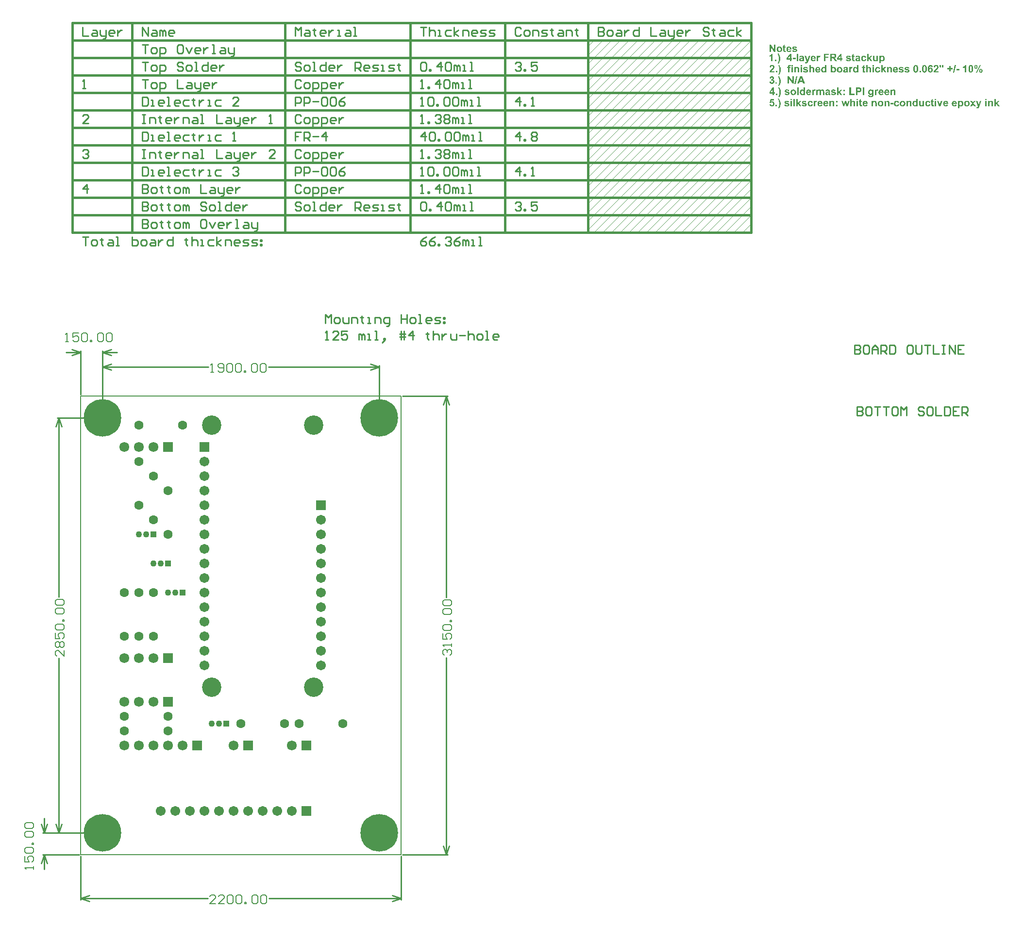
<source format=gbs>
G04*
G04 #@! TF.GenerationSoftware,Altium Limited,Altium Designer,19.1.9 (167)*
G04*
G04 Layer_Color=16711935*
%FSLAX25Y25*%
%MOIN*%
G70*
G01*
G75*
%ADD11C,0.00500*%
%ADD14C,0.01000*%
%ADD15C,0.01500*%
%ADD16C,0.00100*%
%ADD17C,0.00600*%
%ADD18C,0.06312*%
%ADD19C,0.06706*%
%ADD20R,0.06706X0.06706*%
%ADD21C,0.06784*%
%ADD22R,0.06784X0.06784*%
%ADD23C,0.25800*%
%ADD24C,0.04343*%
%ADD25R,0.04343X0.04343*%
%ADD26C,0.13300*%
%ADD27R,0.06706X0.06706*%
G36*
X490427Y555050D02*
X490501Y555043D01*
X490582Y555035D01*
X490671Y555028D01*
X490856Y554998D01*
X491041Y554954D01*
X491219Y554887D01*
X491300Y554850D01*
X491374Y554806D01*
X491382D01*
X491389Y554791D01*
X491433Y554762D01*
X491500Y554702D01*
X491574Y554621D01*
X491663Y554525D01*
X491744Y554399D01*
X491826Y554251D01*
X491885Y554081D01*
X490960Y553911D01*
Y553918D01*
X490945Y553948D01*
X490930Y553985D01*
X490908Y554029D01*
X490878Y554088D01*
X490834Y554140D01*
X490790Y554192D01*
X490730Y554236D01*
X490723Y554244D01*
X490701Y554258D01*
X490664Y554273D01*
X490612Y554295D01*
X490545Y554318D01*
X490464Y554340D01*
X490368Y554347D01*
X490257Y554355D01*
X490190D01*
X490124Y554347D01*
X490042Y554340D01*
X489946Y554325D01*
X489857Y554310D01*
X489776Y554281D01*
X489702Y554244D01*
X489694D01*
X489687Y554229D01*
X489650Y554192D01*
X489606Y554125D01*
X489598Y554088D01*
X489591Y554044D01*
Y554036D01*
Y554029D01*
X489606Y553985D01*
X489635Y553925D01*
X489657Y553896D01*
X489687Y553866D01*
X489694Y553859D01*
X489724Y553851D01*
X489739Y553837D01*
X489768Y553829D01*
X489805Y553814D01*
X489850Y553792D01*
X489909Y553777D01*
X489968Y553755D01*
X490042Y553733D01*
X490131Y553711D01*
X490227Y553681D01*
X490338Y553652D01*
X490464Y553622D01*
X490605Y553585D01*
X490612D01*
X490642Y553578D01*
X490679Y553570D01*
X490730Y553555D01*
X490797Y553533D01*
X490871Y553518D01*
X491034Y553467D01*
X491219Y553400D01*
X491396Y553326D01*
X491485Y553282D01*
X491567Y553245D01*
X491633Y553193D01*
X491700Y553148D01*
X491715Y553134D01*
X491752Y553104D01*
X491796Y553045D01*
X491855Y552963D01*
X491914Y552860D01*
X491959Y552734D01*
X491996Y552586D01*
X492011Y552423D01*
Y552416D01*
Y552401D01*
Y552371D01*
X492003Y552334D01*
X491996Y552297D01*
X491988Y552246D01*
X491959Y552120D01*
X491907Y551987D01*
X491870Y551913D01*
X491833Y551839D01*
X491781Y551765D01*
X491722Y551691D01*
X491655Y551617D01*
X491581Y551543D01*
X491574Y551535D01*
X491559Y551528D01*
X491537Y551513D01*
X491500Y551483D01*
X491456Y551461D01*
X491404Y551432D01*
X491337Y551395D01*
X491263Y551365D01*
X491182Y551328D01*
X491086Y551298D01*
X490982Y551261D01*
X490871Y551239D01*
X490745Y551217D01*
X490612Y551195D01*
X490471Y551187D01*
X490323Y551180D01*
X490249D01*
X490198Y551187D01*
X490131D01*
X490057Y551195D01*
X489976Y551202D01*
X489887Y551217D01*
X489694Y551254D01*
X489495Y551306D01*
X489295Y551380D01*
X489206Y551432D01*
X489117Y551483D01*
X489110Y551491D01*
X489095Y551498D01*
X489073Y551513D01*
X489051Y551543D01*
X488969Y551609D01*
X488880Y551705D01*
X488784Y551824D01*
X488695Y551964D01*
X488614Y552135D01*
X488547Y552320D01*
X489532Y552468D01*
Y552453D01*
X489546Y552423D01*
X489561Y552371D01*
X489583Y552305D01*
X489620Y552231D01*
X489665Y552164D01*
X489717Y552090D01*
X489783Y552031D01*
X489791Y552024D01*
X489820Y552009D01*
X489865Y551987D01*
X489924Y551964D01*
X489998Y551935D01*
X490094Y551913D01*
X490198Y551898D01*
X490323Y551890D01*
X490383D01*
X490457Y551898D01*
X490538Y551905D01*
X490627Y551920D01*
X490723Y551950D01*
X490812Y551979D01*
X490893Y552024D01*
X490901Y552031D01*
X490915Y552046D01*
X490938Y552068D01*
X490960Y552098D01*
X490982Y552135D01*
X491004Y552179D01*
X491019Y552231D01*
X491026Y552290D01*
Y552297D01*
Y552312D01*
X491019Y552357D01*
X490997Y552416D01*
X490952Y552475D01*
X490938Y552490D01*
X490915Y552497D01*
X490886Y552519D01*
X490841Y552534D01*
X490782Y552556D01*
X490716Y552579D01*
X490627Y552601D01*
X490612D01*
X490575Y552616D01*
X490516Y552630D01*
X490434Y552645D01*
X490338Y552667D01*
X490235Y552697D01*
X490116Y552727D01*
X489990Y552764D01*
X489731Y552838D01*
X489606Y552875D01*
X489487Y552919D01*
X489376Y552956D01*
X489273Y553000D01*
X489184Y553045D01*
X489117Y553082D01*
X489110Y553089D01*
X489095Y553097D01*
X489080Y553111D01*
X489051Y553141D01*
X488977Y553208D01*
X488903Y553304D01*
X488821Y553422D01*
X488747Y553563D01*
X488718Y553644D01*
X488703Y553733D01*
X488688Y553822D01*
X488681Y553918D01*
Y553925D01*
Y553940D01*
Y553962D01*
X488688Y553999D01*
X488695Y554036D01*
X488703Y554088D01*
X488725Y554199D01*
X488769Y554325D01*
X488843Y554458D01*
X488880Y554532D01*
X488932Y554599D01*
X488991Y554665D01*
X489058Y554725D01*
X489065Y554732D01*
X489073Y554739D01*
X489095Y554754D01*
X489132Y554776D01*
X489169Y554799D01*
X489221Y554828D01*
X489280Y554858D01*
X489347Y554895D01*
X489428Y554924D01*
X489517Y554954D01*
X489613Y554984D01*
X489717Y555006D01*
X489835Y555028D01*
X489961Y555043D01*
X490094Y555058D01*
X490368D01*
X490427Y555050D01*
D02*
G37*
G36*
X477070Y551261D02*
X476034D01*
X473955Y554636D01*
Y551261D01*
X473000D01*
Y556382D01*
X473999D01*
X476115Y552934D01*
Y556382D01*
X477070D01*
Y551261D01*
D02*
G37*
G36*
X486461Y555050D02*
X486527Y555043D01*
X486609Y555028D01*
X486697Y555013D01*
X486794Y554991D01*
X486897Y554961D01*
X487001Y554924D01*
X487112Y554880D01*
X487223Y554821D01*
X487326Y554762D01*
X487430Y554688D01*
X487534Y554599D01*
X487622Y554503D01*
X487630Y554495D01*
X487645Y554480D01*
X487667Y554443D01*
X487696Y554399D01*
X487733Y554340D01*
X487770Y554273D01*
X487815Y554184D01*
X487859Y554088D01*
X487904Y553977D01*
X487948Y553851D01*
X487985Y553718D01*
X488022Y553563D01*
X488052Y553400D01*
X488074Y553222D01*
X488089Y553037D01*
Y552830D01*
X485632D01*
Y552823D01*
Y552808D01*
Y552786D01*
X485639Y552756D01*
X485647Y552682D01*
X485661Y552579D01*
X485691Y552475D01*
X485735Y552357D01*
X485787Y552246D01*
X485861Y552149D01*
X485869Y552142D01*
X485906Y552112D01*
X485950Y552075D01*
X486017Y552031D01*
X486098Y551987D01*
X486202Y551950D01*
X486313Y551920D01*
X486431Y551913D01*
X486468D01*
X486512Y551920D01*
X486564Y551927D01*
X486623Y551942D01*
X486690Y551964D01*
X486757Y551994D01*
X486816Y552038D01*
X486823Y552046D01*
X486845Y552061D01*
X486875Y552090D01*
X486905Y552135D01*
X486949Y552194D01*
X486986Y552260D01*
X487023Y552349D01*
X487060Y552445D01*
X488037Y552283D01*
Y552275D01*
X488029Y552260D01*
X488015Y552231D01*
X488000Y552194D01*
X487978Y552149D01*
X487955Y552098D01*
X487889Y551979D01*
X487807Y551846D01*
X487704Y551705D01*
X487578Y551580D01*
X487437Y551461D01*
X487430D01*
X487423Y551446D01*
X487393Y551439D01*
X487363Y551417D01*
X487326Y551395D01*
X487275Y551372D01*
X487223Y551350D01*
X487156Y551321D01*
X487008Y551269D01*
X486838Y551224D01*
X486638Y551195D01*
X486424Y551180D01*
X486379D01*
X486335Y551187D01*
X486268D01*
X486187Y551202D01*
X486091Y551217D01*
X485987Y551232D01*
X485883Y551261D01*
X485765Y551291D01*
X485647Y551335D01*
X485528Y551387D01*
X485410Y551446D01*
X485291Y551520D01*
X485180Y551602D01*
X485084Y551698D01*
X484988Y551809D01*
X484981Y551816D01*
X484973Y551831D01*
X484958Y551861D01*
X484929Y551898D01*
X484907Y551950D01*
X484877Y552009D01*
X484840Y552075D01*
X484810Y552157D01*
X484773Y552246D01*
X484744Y552342D01*
X484707Y552445D01*
X484685Y552564D01*
X484662Y552682D01*
X484640Y552808D01*
X484633Y552949D01*
X484625Y553089D01*
Y553097D01*
Y553126D01*
Y553178D01*
X484633Y553245D01*
X484640Y553319D01*
X484648Y553407D01*
X484662Y553504D01*
X484685Y553615D01*
X484744Y553844D01*
X484781Y553962D01*
X484825Y554088D01*
X484884Y554207D01*
X484951Y554318D01*
X485025Y554429D01*
X485106Y554532D01*
X485114Y554540D01*
X485129Y554554D01*
X485158Y554584D01*
X485195Y554614D01*
X485240Y554651D01*
X485299Y554695D01*
X485365Y554747D01*
X485439Y554799D01*
X485521Y554843D01*
X485617Y554895D01*
X485713Y554939D01*
X485824Y554976D01*
X485935Y555006D01*
X486061Y555035D01*
X486187Y555050D01*
X486320Y555058D01*
X486401D01*
X486461Y555050D01*
D02*
G37*
G36*
X483560Y554976D02*
X484233D01*
Y554192D01*
X483560D01*
Y552690D01*
Y552682D01*
Y552667D01*
Y552645D01*
Y552616D01*
Y552542D01*
Y552453D01*
X483567Y552364D01*
Y552275D01*
Y552209D01*
X483575Y552179D01*
Y552164D01*
X483582Y552149D01*
X483597Y552120D01*
X483619Y552083D01*
X483663Y552038D01*
X483678Y552031D01*
X483708Y552016D01*
X483760Y552001D01*
X483826Y551994D01*
X483856D01*
X483885Y552001D01*
X483930Y552009D01*
X483989Y552016D01*
X484056Y552031D01*
X484137Y552053D01*
X484226Y552083D01*
X484315Y551321D01*
X484307D01*
X484300Y551313D01*
X484255Y551298D01*
X484181Y551276D01*
X484085Y551254D01*
X483974Y551224D01*
X483841Y551202D01*
X483693Y551187D01*
X483538Y551180D01*
X483493D01*
X483441Y551187D01*
X483375Y551195D01*
X483301Y551202D01*
X483219Y551217D01*
X483138Y551239D01*
X483057Y551269D01*
X483049Y551276D01*
X483020Y551284D01*
X482983Y551306D01*
X482938Y551328D01*
X482835Y551402D01*
X482783Y551446D01*
X482738Y551498D01*
X482731Y551506D01*
X482724Y551528D01*
X482709Y551557D01*
X482687Y551602D01*
X482664Y551654D01*
X482642Y551720D01*
X482620Y551794D01*
X482605Y551876D01*
Y551883D01*
X482598Y551913D01*
Y551957D01*
X482590Y552031D01*
X482583Y552127D01*
Y552246D01*
X482576Y552312D01*
Y552394D01*
Y552475D01*
Y552571D01*
Y554192D01*
X482124D01*
Y554976D01*
X482576D01*
Y555716D01*
X483560Y556293D01*
Y554976D01*
D02*
G37*
G36*
X479978Y555050D02*
X480052Y555043D01*
X480134Y555028D01*
X480230Y555013D01*
X480326Y554991D01*
X480437Y554961D01*
X480548Y554924D01*
X480659Y554880D01*
X480777Y554828D01*
X480896Y554762D01*
X481007Y554688D01*
X481118Y554606D01*
X481221Y554510D01*
X481229Y554503D01*
X481244Y554488D01*
X481273Y554451D01*
X481303Y554414D01*
X481347Y554355D01*
X481392Y554295D01*
X481443Y554214D01*
X481495Y554133D01*
X481540Y554036D01*
X481591Y553933D01*
X481636Y553814D01*
X481680Y553696D01*
X481710Y553563D01*
X481739Y553430D01*
X481754Y553282D01*
X481762Y553126D01*
Y553119D01*
Y553089D01*
Y553045D01*
X481754Y552986D01*
X481747Y552912D01*
X481732Y552830D01*
X481717Y552734D01*
X481695Y552638D01*
X481665Y552527D01*
X481628Y552416D01*
X481584Y552297D01*
X481532Y552179D01*
X481466Y552061D01*
X481392Y551950D01*
X481310Y551839D01*
X481214Y551728D01*
X481207Y551720D01*
X481192Y551705D01*
X481162Y551676D01*
X481118Y551639D01*
X481066Y551602D01*
X480999Y551557D01*
X480925Y551506D01*
X480844Y551454D01*
X480748Y551402D01*
X480644Y551350D01*
X480533Y551306D01*
X480407Y551269D01*
X480282Y551232D01*
X480141Y551202D01*
X480000Y551187D01*
X479845Y551180D01*
X479793D01*
X479756Y551187D01*
X479712D01*
X479660Y551195D01*
X479534Y551210D01*
X479379Y551239D01*
X479216Y551276D01*
X479046Y551335D01*
X478868Y551409D01*
X478861D01*
X478846Y551417D01*
X478824Y551432D01*
X478794Y551454D01*
X478713Y551506D01*
X478609Y551580D01*
X478498Y551676D01*
X478380Y551794D01*
X478269Y551927D01*
X478165Y552083D01*
Y552090D01*
X478158Y552105D01*
X478143Y552127D01*
X478128Y552164D01*
X478113Y552209D01*
X478091Y552260D01*
X478069Y552320D01*
X478047Y552386D01*
X478025Y552460D01*
X478002Y552542D01*
X477965Y552727D01*
X477936Y552941D01*
X477928Y553171D01*
Y553178D01*
Y553193D01*
Y553222D01*
X477936Y553252D01*
Y553296D01*
X477943Y553348D01*
X477958Y553474D01*
X477988Y553615D01*
X478032Y553770D01*
X478084Y553940D01*
X478165Y554110D01*
Y554118D01*
X478180Y554133D01*
X478187Y554155D01*
X478210Y554184D01*
X478269Y554266D01*
X478343Y554369D01*
X478439Y554480D01*
X478557Y554599D01*
X478691Y554710D01*
X478846Y554813D01*
X478853D01*
X478868Y554821D01*
X478890Y554836D01*
X478927Y554850D01*
X478964Y554873D01*
X479016Y554887D01*
X479075Y554910D01*
X479135Y554939D01*
X479283Y554984D01*
X479453Y555021D01*
X479638Y555050D01*
X479838Y555058D01*
X479919D01*
X479978Y555050D01*
D02*
G37*
G36*
X507417Y548735D02*
X507499Y548720D01*
X507602Y548698D01*
X507713Y548661D01*
X507824Y548617D01*
X507943Y548550D01*
X507632Y547699D01*
X507625Y547706D01*
X507588Y547721D01*
X507543Y547751D01*
X507484Y547780D01*
X507410Y547810D01*
X507336Y547840D01*
X507255Y547854D01*
X507173Y547862D01*
X507144D01*
X507099Y547854D01*
X507055Y547847D01*
X507003Y547832D01*
X506944Y547810D01*
X506885Y547780D01*
X506825Y547743D01*
X506818Y547736D01*
X506803Y547721D01*
X506774Y547692D01*
X506744Y547647D01*
X506707Y547595D01*
X506670Y547521D01*
X506633Y547433D01*
X506603Y547329D01*
Y547314D01*
X506596Y547292D01*
X506589Y547270D01*
Y547233D01*
X506581Y547188D01*
X506574Y547129D01*
X506566Y547063D01*
X506559Y546989D01*
X506552Y546892D01*
X506544Y546796D01*
Y546678D01*
X506537Y546552D01*
X506529Y546411D01*
Y546256D01*
Y546086D01*
Y544946D01*
X505545D01*
Y548661D01*
X506455D01*
Y548136D01*
X506463Y548143D01*
X506492Y548187D01*
X506537Y548254D01*
X506596Y548335D01*
X506655Y548417D01*
X506729Y548498D01*
X506796Y548572D01*
X506870Y548624D01*
X506877Y548631D01*
X506899Y548646D01*
X506944Y548661D01*
X506996Y548683D01*
X507055Y548705D01*
X507129Y548728D01*
X507203Y548735D01*
X507292Y548742D01*
X507351D01*
X507417Y548735D01*
D02*
G37*
G36*
X550707D02*
X550759Y548728D01*
X550826Y548713D01*
X550900Y548698D01*
X550974Y548676D01*
X551063Y548654D01*
X551144Y548617D01*
X551240Y548580D01*
X551329Y548528D01*
X551425Y548469D01*
X551514Y548402D01*
X551603Y548321D01*
X551692Y548232D01*
X551699Y548224D01*
X551714Y548210D01*
X551736Y548180D01*
X551766Y548136D01*
X551795Y548091D01*
X551832Y548025D01*
X551877Y547951D01*
X551921Y547869D01*
X551958Y547773D01*
X552002Y547669D01*
X552039Y547551D01*
X552076Y547425D01*
X552099Y547285D01*
X552121Y547144D01*
X552136Y546981D01*
X552143Y546818D01*
Y546811D01*
Y546781D01*
Y546730D01*
X552136Y546663D01*
X552128Y546589D01*
X552121Y546500D01*
X552106Y546397D01*
X552084Y546293D01*
X552032Y546056D01*
X551995Y545938D01*
X551951Y545819D01*
X551899Y545701D01*
X551832Y545590D01*
X551766Y545479D01*
X551684Y545375D01*
X551677Y545368D01*
X551662Y545353D01*
X551640Y545331D01*
X551603Y545294D01*
X551558Y545257D01*
X551507Y545213D01*
X551447Y545168D01*
X551381Y545124D01*
X551299Y545072D01*
X551218Y545028D01*
X551033Y544946D01*
X550929Y544909D01*
X550818Y544887D01*
X550707Y544872D01*
X550589Y544865D01*
X550537D01*
X550478Y544872D01*
X550404Y544880D01*
X550315Y544894D01*
X550219Y544917D01*
X550123Y544946D01*
X550027Y544983D01*
X550019Y544991D01*
X549982Y545005D01*
X549938Y545042D01*
X549871Y545087D01*
X549790Y545139D01*
X549708Y545213D01*
X549612Y545301D01*
X549509Y545405D01*
Y543525D01*
X548524D01*
Y548661D01*
X549442D01*
Y548113D01*
X549449Y548128D01*
X549472Y548158D01*
X549516Y548210D01*
X549568Y548276D01*
X549634Y548350D01*
X549723Y548424D01*
X549812Y548498D01*
X549923Y548565D01*
X549938Y548572D01*
X549975Y548594D01*
X550041Y548624D01*
X550123Y548654D01*
X550219Y548683D01*
X550337Y548713D01*
X550463Y548735D01*
X550596Y548742D01*
X550656D01*
X550707Y548735D01*
D02*
G37*
G36*
X527405D02*
X527479Y548728D01*
X527560Y548720D01*
X527649Y548713D01*
X527834Y548683D01*
X528019Y548639D01*
X528197Y548572D01*
X528278Y548535D01*
X528352Y548491D01*
X528359D01*
X528367Y548476D01*
X528411Y548446D01*
X528478Y548387D01*
X528552Y548306D01*
X528641Y548210D01*
X528722Y548084D01*
X528803Y547936D01*
X528863Y547766D01*
X527938Y547595D01*
Y547603D01*
X527923Y547632D01*
X527908Y547669D01*
X527886Y547714D01*
X527856Y547773D01*
X527812Y547825D01*
X527767Y547877D01*
X527708Y547921D01*
X527701Y547928D01*
X527679Y547943D01*
X527642Y547958D01*
X527590Y547980D01*
X527523Y548002D01*
X527442Y548025D01*
X527346Y548032D01*
X527235Y548039D01*
X527168D01*
X527101Y548032D01*
X527020Y548025D01*
X526924Y548010D01*
X526835Y547995D01*
X526754Y547965D01*
X526680Y547928D01*
X526672D01*
X526665Y547914D01*
X526628Y547877D01*
X526583Y547810D01*
X526576Y547773D01*
X526569Y547729D01*
Y547721D01*
Y547714D01*
X526583Y547669D01*
X526613Y547610D01*
X526635Y547581D01*
X526665Y547551D01*
X526672Y547544D01*
X526702Y547536D01*
X526717Y547521D01*
X526746Y547514D01*
X526783Y547499D01*
X526828Y547477D01*
X526887Y547462D01*
X526946Y547440D01*
X527020Y547418D01*
X527109Y547396D01*
X527205Y547366D01*
X527316Y547336D01*
X527442Y547307D01*
X527582Y547270D01*
X527590D01*
X527619Y547262D01*
X527656Y547255D01*
X527708Y547240D01*
X527775Y547218D01*
X527849Y547203D01*
X528012Y547151D01*
X528197Y547085D01*
X528374Y547011D01*
X528463Y546966D01*
X528544Y546929D01*
X528611Y546878D01*
X528678Y546833D01*
X528692Y546818D01*
X528729Y546789D01*
X528774Y546730D01*
X528833Y546648D01*
X528892Y546545D01*
X528937Y546419D01*
X528974Y546271D01*
X528988Y546108D01*
Y546101D01*
Y546086D01*
Y546056D01*
X528981Y546019D01*
X528974Y545982D01*
X528966Y545930D01*
X528937Y545805D01*
X528885Y545671D01*
X528848Y545597D01*
X528811Y545523D01*
X528759Y545449D01*
X528700Y545375D01*
X528633Y545301D01*
X528559Y545227D01*
X528552Y545220D01*
X528537Y545213D01*
X528515Y545198D01*
X528478Y545168D01*
X528433Y545146D01*
X528382Y545116D01*
X528315Y545079D01*
X528241Y545050D01*
X528160Y545013D01*
X528063Y544983D01*
X527960Y544946D01*
X527849Y544924D01*
X527723Y544902D01*
X527590Y544880D01*
X527449Y544872D01*
X527301Y544865D01*
X527227D01*
X527175Y544872D01*
X527109D01*
X527035Y544880D01*
X526953Y544887D01*
X526865Y544902D01*
X526672Y544939D01*
X526472Y544991D01*
X526273Y545065D01*
X526184Y545116D01*
X526095Y545168D01*
X526088Y545176D01*
X526073Y545183D01*
X526051Y545198D01*
X526028Y545227D01*
X525947Y545294D01*
X525858Y545390D01*
X525762Y545509D01*
X525673Y545649D01*
X525592Y545819D01*
X525525Y546004D01*
X526509Y546152D01*
Y546138D01*
X526524Y546108D01*
X526539Y546056D01*
X526561Y545990D01*
X526598Y545916D01*
X526643Y545849D01*
X526694Y545775D01*
X526761Y545716D01*
X526768Y545708D01*
X526798Y545694D01*
X526842Y545671D01*
X526902Y545649D01*
X526976Y545620D01*
X527072Y545597D01*
X527175Y545583D01*
X527301Y545575D01*
X527360D01*
X527434Y545583D01*
X527516Y545590D01*
X527605Y545605D01*
X527701Y545634D01*
X527790Y545664D01*
X527871Y545708D01*
X527878Y545716D01*
X527893Y545731D01*
X527915Y545753D01*
X527938Y545782D01*
X527960Y545819D01*
X527982Y545864D01*
X527997Y545916D01*
X528004Y545975D01*
Y545982D01*
Y545997D01*
X527997Y546041D01*
X527975Y546101D01*
X527930Y546160D01*
X527915Y546175D01*
X527893Y546182D01*
X527864Y546204D01*
X527819Y546219D01*
X527760Y546241D01*
X527693Y546263D01*
X527605Y546286D01*
X527590D01*
X527553Y546300D01*
X527494Y546315D01*
X527412Y546330D01*
X527316Y546352D01*
X527212Y546382D01*
X527094Y546411D01*
X526968Y546448D01*
X526709Y546522D01*
X526583Y546559D01*
X526465Y546604D01*
X526354Y546641D01*
X526250Y546685D01*
X526162Y546730D01*
X526095Y546767D01*
X526088Y546774D01*
X526073Y546781D01*
X526058Y546796D01*
X526028Y546826D01*
X525954Y546892D01*
X525880Y546989D01*
X525799Y547107D01*
X525725Y547248D01*
X525695Y547329D01*
X525681Y547418D01*
X525666Y547507D01*
X525658Y547603D01*
Y547610D01*
Y547625D01*
Y547647D01*
X525666Y547684D01*
X525673Y547721D01*
X525681Y547773D01*
X525703Y547884D01*
X525747Y548010D01*
X525821Y548143D01*
X525858Y548217D01*
X525910Y548284D01*
X525969Y548350D01*
X526036Y548409D01*
X526043Y548417D01*
X526051Y548424D01*
X526073Y548439D01*
X526110Y548461D01*
X526147Y548483D01*
X526199Y548513D01*
X526258Y548543D01*
X526324Y548580D01*
X526406Y548609D01*
X526495Y548639D01*
X526591Y548668D01*
X526694Y548691D01*
X526813Y548713D01*
X526939Y548728D01*
X527072Y548742D01*
X527346D01*
X527405Y548735D01*
D02*
G37*
G36*
X537898D02*
X537957D01*
X538024Y548728D01*
X538098Y548720D01*
X538179Y548705D01*
X538349Y548668D01*
X538527Y548617D01*
X538705Y548543D01*
X538867Y548446D01*
X538875D01*
X538882Y548432D01*
X538904Y548417D01*
X538934Y548395D01*
X539001Y548328D01*
X539089Y548232D01*
X539186Y548106D01*
X539282Y547958D01*
X539371Y547780D01*
X539445Y547573D01*
X538475Y547396D01*
Y547410D01*
X538468Y547440D01*
X538453Y547492D01*
X538431Y547558D01*
X538394Y547625D01*
X538357Y547699D01*
X538305Y547766D01*
X538246Y547825D01*
X538238Y547832D01*
X538216Y547847D01*
X538179Y547869D01*
X538127Y547899D01*
X538061Y547928D01*
X537987Y547951D01*
X537898Y547965D01*
X537802Y547973D01*
X537787D01*
X537743Y547965D01*
X537676Y547958D01*
X537587Y547943D01*
X537498Y547906D01*
X537402Y547862D01*
X537306Y547803D01*
X537217Y547714D01*
X537210Y547699D01*
X537188Y547662D01*
X537151Y547603D01*
X537114Y547514D01*
X537069Y547396D01*
X537054Y547329D01*
X537040Y547255D01*
X537025Y547166D01*
X537010Y547077D01*
X537003Y546974D01*
Y546870D01*
Y546863D01*
Y546841D01*
Y546804D01*
X537010Y546759D01*
Y546707D01*
X537017Y546648D01*
X537032Y546500D01*
X537054Y546345D01*
X537099Y546189D01*
X537151Y546049D01*
X537188Y545990D01*
X537225Y545930D01*
X537232Y545916D01*
X537269Y545886D01*
X537313Y545849D01*
X537380Y545797D01*
X537469Y545745D01*
X537565Y545708D01*
X537683Y545679D01*
X537817Y545664D01*
X537861D01*
X537913Y545671D01*
X537979Y545686D01*
X538053Y545701D01*
X538127Y545731D01*
X538201Y545768D01*
X538275Y545819D01*
X538283Y545827D01*
X538305Y545849D01*
X538335Y545886D01*
X538379Y545945D01*
X538423Y546019D01*
X538460Y546115D01*
X538505Y546234D01*
X538534Y546367D01*
X539496Y546204D01*
Y546197D01*
X539489Y546175D01*
X539482Y546138D01*
X539467Y546093D01*
X539445Y546041D01*
X539422Y545975D01*
X539363Y545827D01*
X539289Y545664D01*
X539186Y545501D01*
X539060Y545338D01*
X538986Y545264D01*
X538912Y545198D01*
X538904D01*
X538890Y545183D01*
X538867Y545168D01*
X538838Y545146D01*
X538793Y545124D01*
X538742Y545094D01*
X538682Y545065D01*
X538608Y545035D01*
X538534Y544998D01*
X538446Y544968D01*
X538357Y544939D01*
X538253Y544917D01*
X538142Y544894D01*
X538024Y544880D01*
X537905Y544872D01*
X537772Y544865D01*
X537691D01*
X537639Y544872D01*
X537572Y544880D01*
X537491Y544894D01*
X537402Y544909D01*
X537306Y544931D01*
X537202Y544954D01*
X537099Y544991D01*
X536988Y545028D01*
X536884Y545079D01*
X536773Y545139D01*
X536670Y545205D01*
X536573Y545287D01*
X536477Y545375D01*
X536470Y545383D01*
X536455Y545398D01*
X536433Y545427D01*
X536403Y545472D01*
X536366Y545523D01*
X536322Y545583D01*
X536285Y545657D01*
X536240Y545745D01*
X536189Y545842D01*
X536152Y545945D01*
X536107Y546064D01*
X536070Y546189D01*
X536041Y546330D01*
X536018Y546471D01*
X536004Y546633D01*
X535996Y546796D01*
Y546804D01*
Y546833D01*
Y546885D01*
X536004Y546944D01*
X536011Y547026D01*
X536018Y547114D01*
X536033Y547211D01*
X536055Y547322D01*
X536115Y547551D01*
X536152Y547669D01*
X536196Y547788D01*
X536255Y547906D01*
X536322Y548017D01*
X536396Y548121D01*
X536477Y548224D01*
X536485Y548232D01*
X536499Y548247D01*
X536529Y548269D01*
X536566Y548306D01*
X536618Y548343D01*
X536677Y548387D01*
X536744Y548439D01*
X536825Y548483D01*
X536914Y548535D01*
X537010Y548580D01*
X537121Y548624D01*
X537239Y548661D01*
X537358Y548698D01*
X537498Y548720D01*
X537639Y548735D01*
X537787Y548742D01*
X537854D01*
X537898Y548735D01*
D02*
G37*
G36*
X491086Y546315D02*
X489154D01*
Y547299D01*
X491086D01*
Y546315D01*
D02*
G37*
G36*
X499662Y545079D02*
X499425Y544443D01*
X499418Y544428D01*
X499403Y544391D01*
X499374Y544332D01*
X499344Y544258D01*
X499307Y544177D01*
X499263Y544095D01*
X499218Y544021D01*
X499174Y543947D01*
X499166Y543940D01*
X499152Y543918D01*
X499129Y543888D01*
X499100Y543844D01*
X499018Y543755D01*
X498907Y543666D01*
X498900Y543659D01*
X498878Y543651D01*
X498848Y543629D01*
X498804Y543607D01*
X498752Y543585D01*
X498693Y543555D01*
X498619Y543525D01*
X498537Y543503D01*
X498530D01*
X498500Y543496D01*
X498456Y543481D01*
X498389Y543474D01*
X498315Y543459D01*
X498234Y543444D01*
X498138Y543437D01*
X497990D01*
X497931Y543444D01*
X497864D01*
X497775Y543451D01*
X497686Y543466D01*
X497487Y543503D01*
X497398Y544273D01*
X497405D01*
X497435Y544265D01*
X497479Y544258D01*
X497538Y544251D01*
X497598Y544236D01*
X497672Y544228D01*
X497812Y544221D01*
X497871D01*
X497931Y544236D01*
X498005Y544251D01*
X498086Y544273D01*
X498167Y544310D01*
X498249Y544362D01*
X498315Y544428D01*
X498323Y544436D01*
X498345Y544465D01*
X498375Y544510D01*
X498412Y544569D01*
X498449Y544643D01*
X498493Y544732D01*
X498530Y544828D01*
X498567Y544939D01*
X497161Y548661D01*
X498204D01*
X499085Y546019D01*
X499958Y548661D01*
X500972D01*
X499662Y545079D01*
D02*
G37*
G36*
X547540Y544946D02*
X546630D01*
Y545501D01*
X546623Y545486D01*
X546593Y545449D01*
X546549Y545398D01*
X546482Y545331D01*
X546408Y545250D01*
X546312Y545176D01*
X546208Y545094D01*
X546090Y545028D01*
X546075Y545020D01*
X546031Y545005D01*
X545964Y544976D01*
X545875Y544946D01*
X545772Y544917D01*
X545653Y544887D01*
X545527Y544872D01*
X545394Y544865D01*
X545328D01*
X545261Y544872D01*
X545172Y544887D01*
X545061Y544902D01*
X544950Y544931D01*
X544832Y544976D01*
X544721Y545028D01*
X544706Y545035D01*
X544676Y545057D01*
X544617Y545094D01*
X544558Y545146D01*
X544484Y545213D01*
X544417Y545287D01*
X544351Y545383D01*
X544292Y545486D01*
X544284Y545501D01*
X544269Y545538D01*
X544247Y545605D01*
X544225Y545701D01*
X544203Y545819D01*
X544181Y545960D01*
X544166Y546123D01*
X544158Y546308D01*
Y548661D01*
X545143D01*
Y546952D01*
Y546944D01*
Y546915D01*
Y546878D01*
Y546826D01*
Y546767D01*
Y546700D01*
X545150Y546545D01*
X545157Y546374D01*
X545165Y546219D01*
X545172Y546152D01*
X545180Y546086D01*
X545187Y546034D01*
X545194Y545997D01*
Y545990D01*
X545202Y545967D01*
X545217Y545938D01*
X545239Y545893D01*
X545261Y545849D01*
X545298Y545805D01*
X545335Y545760D01*
X545387Y545716D01*
X545394Y545708D01*
X545416Y545701D01*
X545446Y545686D01*
X545490Y545671D01*
X545542Y545649D01*
X545609Y545634D01*
X545675Y545627D01*
X545757Y545620D01*
X545801D01*
X545846Y545627D01*
X545905Y545634D01*
X545979Y545649D01*
X546053Y545679D01*
X546134Y545708D01*
X546208Y545753D01*
X546216Y545760D01*
X546238Y545775D01*
X546275Y545805D01*
X546319Y545849D01*
X546364Y545901D01*
X546408Y545953D01*
X546452Y546019D01*
X546482Y546093D01*
Y546101D01*
X546497Y546138D01*
Y546167D01*
X546504Y546204D01*
X546512Y546241D01*
X546519Y546293D01*
X546526Y546360D01*
X546534Y546426D01*
X546541Y546508D01*
Y546604D01*
X546549Y546707D01*
X546556Y546826D01*
Y546952D01*
Y547092D01*
Y548661D01*
X547540D01*
Y544946D01*
D02*
G37*
G36*
X541147Y547351D02*
X542294Y548661D01*
X543500D01*
X542227Y547299D01*
X543589Y544946D01*
X542530D01*
X541591Y546611D01*
X541147Y546130D01*
Y544946D01*
X540162D01*
Y550067D01*
X541147D01*
Y547351D01*
D02*
G37*
G36*
X533843Y548735D02*
X533902D01*
X534050Y548720D01*
X534205Y548705D01*
X534368Y548676D01*
X534524Y548631D01*
X534590Y548609D01*
X534657Y548580D01*
X534664D01*
X534672Y548572D01*
X534709Y548550D01*
X534768Y548520D01*
X534834Y548476D01*
X534916Y548417D01*
X534990Y548350D01*
X535056Y548269D01*
X535116Y548187D01*
X535123Y548173D01*
X535138Y548143D01*
X535160Y548076D01*
X535167Y548039D01*
X535182Y547988D01*
X535197Y547936D01*
X535204Y547869D01*
X535219Y547795D01*
X535227Y547714D01*
X535234Y547625D01*
X535241Y547529D01*
X535249Y547425D01*
Y547307D01*
X535234Y546160D01*
Y546152D01*
Y546138D01*
Y546115D01*
Y546078D01*
Y545990D01*
X535241Y545886D01*
Y545768D01*
X535256Y545649D01*
X535264Y545531D01*
X535278Y545435D01*
Y545427D01*
X535286Y545398D01*
X535301Y545346D01*
X535315Y545287D01*
X535345Y545213D01*
X535375Y545131D01*
X535412Y545042D01*
X535456Y544946D01*
X534487D01*
Y544954D01*
X534479Y544961D01*
X534472Y544991D01*
X534457Y545020D01*
X534442Y545057D01*
X534427Y545109D01*
X534413Y545168D01*
X534390Y545235D01*
Y545242D01*
X534383Y545250D01*
X534376Y545279D01*
X534361Y545316D01*
X534353Y545346D01*
X534339Y545338D01*
X534309Y545309D01*
X534257Y545264D01*
X534191Y545213D01*
X534109Y545153D01*
X534020Y545087D01*
X533917Y545035D01*
X533813Y544983D01*
X533798Y544976D01*
X533761Y544968D01*
X533702Y544946D01*
X533628Y544924D01*
X533539Y544902D01*
X533436Y544887D01*
X533317Y544872D01*
X533199Y544865D01*
X533147D01*
X533103Y544872D01*
X533058D01*
X532999Y544880D01*
X532873Y544902D01*
X532725Y544939D01*
X532577Y544991D01*
X532429Y545065D01*
X532296Y545168D01*
Y545176D01*
X532281Y545183D01*
X532244Y545227D01*
X532193Y545294D01*
X532133Y545383D01*
X532074Y545494D01*
X532022Y545627D01*
X531985Y545782D01*
X531978Y545864D01*
X531971Y545953D01*
Y545967D01*
Y546004D01*
X531978Y546064D01*
X531993Y546138D01*
X532008Y546226D01*
X532030Y546315D01*
X532067Y546411D01*
X532119Y546508D01*
X532126Y546522D01*
X532148Y546552D01*
X532178Y546596D01*
X532230Y546648D01*
X532281Y546707D01*
X532355Y546774D01*
X532437Y546833D01*
X532533Y546885D01*
X532548Y546892D01*
X532585Y546907D01*
X532644Y546929D01*
X532733Y546966D01*
X532844Y547003D01*
X532977Y547040D01*
X533140Y547077D01*
X533317Y547114D01*
X533325D01*
X533347Y547122D01*
X533384Y547129D01*
X533428Y547137D01*
X533488Y547144D01*
X533554Y547159D01*
X533702Y547196D01*
X533858Y547233D01*
X534020Y547270D01*
X534161Y547314D01*
X534228Y547336D01*
X534279Y547359D01*
Y547455D01*
Y547470D01*
Y547499D01*
X534272Y547551D01*
X534265Y547618D01*
X534242Y547684D01*
X534220Y547751D01*
X534183Y547810D01*
X534131Y547862D01*
X534124Y547869D01*
X534102Y547884D01*
X534065Y547899D01*
X534013Y547928D01*
X533939Y547951D01*
X533850Y547965D01*
X533739Y547980D01*
X533606Y547988D01*
X533562D01*
X533517Y547980D01*
X533458Y547973D01*
X533391Y547958D01*
X533317Y547943D01*
X533251Y547914D01*
X533192Y547877D01*
X533184Y547869D01*
X533169Y547854D01*
X533140Y547832D01*
X533110Y547795D01*
X533066Y547743D01*
X533029Y547677D01*
X532992Y547603D01*
X532955Y547514D01*
X532074Y547677D01*
Y547684D01*
X532082Y547699D01*
X532089Y547729D01*
X532104Y547766D01*
X532119Y547810D01*
X532141Y547862D01*
X532193Y547980D01*
X532267Y548106D01*
X532355Y548239D01*
X532459Y548365D01*
X532585Y548476D01*
X532592D01*
X532600Y548491D01*
X532622Y548498D01*
X532651Y548520D01*
X532696Y548535D01*
X532740Y548557D01*
X532799Y548587D01*
X532859Y548609D01*
X532933Y548631D01*
X533014Y548661D01*
X533103Y548683D01*
X533206Y548698D01*
X533310Y548720D01*
X533428Y548728D01*
X533547Y548742D01*
X533791D01*
X533843Y548735D01*
D02*
G37*
G36*
X522565Y546833D02*
X523202D01*
Y545975D01*
X522565D01*
Y544946D01*
X521618D01*
Y545975D01*
X519516D01*
Y546826D01*
X521736Y550089D01*
X522565D01*
Y546833D01*
D02*
G37*
G36*
X517119Y550060D02*
X517200D01*
X517282Y550052D01*
X517378D01*
X517570Y550030D01*
X517770Y550008D01*
X517955Y549971D01*
X518036Y549949D01*
X518110Y549926D01*
X518118D01*
X518125Y549919D01*
X518170Y549897D01*
X518236Y549860D01*
X518325Y549815D01*
X518421Y549741D01*
X518517Y549660D01*
X518614Y549556D01*
X518702Y549431D01*
Y549423D01*
X518710Y549416D01*
X518725Y549394D01*
X518739Y549371D01*
X518776Y549297D01*
X518821Y549201D01*
X518858Y549083D01*
X518895Y548950D01*
X518924Y548794D01*
X518932Y548631D01*
Y548624D01*
Y548609D01*
Y548572D01*
X518924Y548535D01*
Y548483D01*
X518917Y548432D01*
X518887Y548298D01*
X518850Y548143D01*
X518791Y547988D01*
X518702Y547825D01*
X518651Y547751D01*
X518591Y547677D01*
X518584Y547669D01*
X518577Y547662D01*
X518554Y547640D01*
X518525Y547618D01*
X518495Y547588D01*
X518451Y547551D01*
X518399Y547514D01*
X518340Y547477D01*
X518273Y547433D01*
X518192Y547396D01*
X518110Y547359D01*
X518022Y547322D01*
X517918Y547285D01*
X517814Y547255D01*
X517703Y547225D01*
X517578Y547203D01*
X517585D01*
X517592Y547196D01*
X517637Y547166D01*
X517696Y547129D01*
X517770Y547077D01*
X517859Y547011D01*
X517948Y546944D01*
X518044Y546863D01*
X518125Y546774D01*
X518133Y546767D01*
X518170Y546730D01*
X518214Y546670D01*
X518281Y546582D01*
X518369Y546471D01*
X518414Y546397D01*
X518466Y546323D01*
X518525Y546241D01*
X518584Y546152D01*
X518651Y546049D01*
X518717Y545945D01*
X519346Y544946D01*
X518103D01*
X517363Y546056D01*
X517356Y546064D01*
X517348Y546086D01*
X517326Y546115D01*
X517296Y546152D01*
X517267Y546197D01*
X517230Y546256D01*
X517148Y546374D01*
X517052Y546508D01*
X516963Y546626D01*
X516882Y546737D01*
X516845Y546774D01*
X516815Y546811D01*
X516808Y546818D01*
X516793Y546833D01*
X516764Y546863D01*
X516727Y546900D01*
X516675Y546929D01*
X516623Y546966D01*
X516564Y546996D01*
X516505Y547026D01*
X516497D01*
X516475Y547033D01*
X516438Y547048D01*
X516379Y547055D01*
X516305Y547070D01*
X516216Y547077D01*
X516112Y547085D01*
X515779D01*
Y544946D01*
X514743D01*
Y550067D01*
X517052D01*
X517119Y550060D01*
D02*
G37*
G36*
X513885Y549201D02*
X511406D01*
Y547988D01*
X513545D01*
Y547122D01*
X511406D01*
Y544946D01*
X510370D01*
Y550067D01*
X513885D01*
Y549201D01*
D02*
G37*
G36*
X495252Y548735D02*
X495311D01*
X495459Y548720D01*
X495614Y548705D01*
X495777Y548676D01*
X495933Y548631D01*
X495999Y548609D01*
X496066Y548580D01*
X496073D01*
X496081Y548572D01*
X496118Y548550D01*
X496177Y548520D01*
X496243Y548476D01*
X496325Y548417D01*
X496399Y548350D01*
X496465Y548269D01*
X496525Y548187D01*
X496532Y548173D01*
X496547Y548143D01*
X496569Y548076D01*
X496576Y548039D01*
X496591Y547988D01*
X496606Y547936D01*
X496613Y547869D01*
X496628Y547795D01*
X496636Y547714D01*
X496643Y547625D01*
X496650Y547529D01*
X496658Y547425D01*
Y547307D01*
X496643Y546160D01*
Y546152D01*
Y546138D01*
Y546115D01*
Y546078D01*
Y545990D01*
X496650Y545886D01*
Y545768D01*
X496665Y545649D01*
X496673Y545531D01*
X496687Y545435D01*
Y545427D01*
X496695Y545398D01*
X496710Y545346D01*
X496724Y545287D01*
X496754Y545213D01*
X496784Y545131D01*
X496821Y545042D01*
X496865Y544946D01*
X495896D01*
Y544954D01*
X495888Y544961D01*
X495881Y544991D01*
X495866Y545020D01*
X495851Y545057D01*
X495836Y545109D01*
X495822Y545168D01*
X495799Y545235D01*
Y545242D01*
X495792Y545250D01*
X495785Y545279D01*
X495770Y545316D01*
X495762Y545346D01*
X495748Y545338D01*
X495718Y545309D01*
X495666Y545264D01*
X495600Y545213D01*
X495518Y545153D01*
X495429Y545087D01*
X495326Y545035D01*
X495222Y544983D01*
X495207Y544976D01*
X495170Y544968D01*
X495111Y544946D01*
X495037Y544924D01*
X494948Y544902D01*
X494845Y544887D01*
X494726Y544872D01*
X494608Y544865D01*
X494556D01*
X494512Y544872D01*
X494467D01*
X494408Y544880D01*
X494282Y544902D01*
X494134Y544939D01*
X493986Y544991D01*
X493838Y545065D01*
X493705Y545168D01*
Y545176D01*
X493690Y545183D01*
X493653Y545227D01*
X493602Y545294D01*
X493542Y545383D01*
X493483Y545494D01*
X493431Y545627D01*
X493394Y545782D01*
X493387Y545864D01*
X493380Y545953D01*
Y545967D01*
Y546004D01*
X493387Y546064D01*
X493402Y546138D01*
X493417Y546226D01*
X493439Y546315D01*
X493476Y546411D01*
X493528Y546508D01*
X493535Y546522D01*
X493557Y546552D01*
X493587Y546596D01*
X493639Y546648D01*
X493690Y546707D01*
X493764Y546774D01*
X493846Y546833D01*
X493942Y546885D01*
X493957Y546892D01*
X493994Y546907D01*
X494053Y546929D01*
X494142Y546966D01*
X494253Y547003D01*
X494386Y547040D01*
X494549Y547077D01*
X494726Y547114D01*
X494734D01*
X494756Y547122D01*
X494793Y547129D01*
X494837Y547137D01*
X494897Y547144D01*
X494963Y547159D01*
X495111Y547196D01*
X495267Y547233D01*
X495429Y547270D01*
X495570Y547314D01*
X495637Y547336D01*
X495688Y547359D01*
Y547455D01*
Y547470D01*
Y547499D01*
X495681Y547551D01*
X495674Y547618D01*
X495651Y547684D01*
X495629Y547751D01*
X495592Y547810D01*
X495540Y547862D01*
X495533Y547869D01*
X495511Y547884D01*
X495474Y547899D01*
X495422Y547928D01*
X495348Y547951D01*
X495259Y547965D01*
X495148Y547980D01*
X495015Y547988D01*
X494971D01*
X494926Y547980D01*
X494867Y547973D01*
X494800Y547958D01*
X494726Y547943D01*
X494660Y547914D01*
X494601Y547877D01*
X494593Y547869D01*
X494578Y547854D01*
X494549Y547832D01*
X494519Y547795D01*
X494475Y547743D01*
X494438Y547677D01*
X494401Y547603D01*
X494364Y547514D01*
X493483Y547677D01*
Y547684D01*
X493491Y547699D01*
X493498Y547729D01*
X493513Y547766D01*
X493528Y547810D01*
X493550Y547862D01*
X493602Y547980D01*
X493676Y548106D01*
X493764Y548239D01*
X493868Y548365D01*
X493994Y548476D01*
X494001D01*
X494009Y548491D01*
X494031Y548498D01*
X494060Y548520D01*
X494105Y548535D01*
X494149Y548557D01*
X494208Y548587D01*
X494268Y548609D01*
X494342Y548631D01*
X494423Y548661D01*
X494512Y548683D01*
X494615Y548698D01*
X494719Y548720D01*
X494837Y548728D01*
X494956Y548742D01*
X495200D01*
X495252Y548735D01*
D02*
G37*
G36*
X492632Y544946D02*
X491648D01*
Y550067D01*
X492632D01*
Y544946D01*
D02*
G37*
G36*
X487955Y546833D02*
X488592D01*
Y545975D01*
X487955D01*
Y544946D01*
X487008D01*
Y545975D01*
X484907D01*
Y546826D01*
X487127Y550089D01*
X487955D01*
Y546833D01*
D02*
G37*
G36*
X477914Y544946D02*
X476929D01*
Y545930D01*
X477914D01*
Y544946D01*
D02*
G37*
G36*
X475250D02*
X474265D01*
Y548654D01*
X474258Y548646D01*
X474243Y548631D01*
X474214Y548609D01*
X474169Y548572D01*
X474117Y548528D01*
X474058Y548483D01*
X473984Y548432D01*
X473903Y548372D01*
X473814Y548313D01*
X473718Y548254D01*
X473614Y548187D01*
X473503Y548128D01*
X473266Y548017D01*
X473000Y547914D01*
Y548802D01*
X473007D01*
X473015Y548809D01*
X473037Y548816D01*
X473067Y548824D01*
X473141Y548861D01*
X473244Y548905D01*
X473370Y548964D01*
X473511Y549046D01*
X473666Y549149D01*
X473829Y549268D01*
X473836Y549275D01*
X473851Y549283D01*
X473873Y549305D01*
X473903Y549334D01*
X473984Y549408D01*
X474073Y549505D01*
X474177Y549623D01*
X474280Y549771D01*
X474376Y549926D01*
X474450Y550097D01*
X475250D01*
Y544946D01*
D02*
G37*
G36*
X530883Y548661D02*
X531556D01*
Y547877D01*
X530883D01*
Y546374D01*
Y546367D01*
Y546352D01*
Y546330D01*
Y546300D01*
Y546226D01*
Y546138D01*
X530890Y546049D01*
Y545960D01*
Y545893D01*
X530898Y545864D01*
Y545849D01*
X530905Y545834D01*
X530920Y545805D01*
X530942Y545768D01*
X530986Y545723D01*
X531001Y545716D01*
X531031Y545701D01*
X531083Y545686D01*
X531149Y545679D01*
X531179D01*
X531208Y545686D01*
X531253Y545694D01*
X531312Y545701D01*
X531379Y545716D01*
X531460Y545738D01*
X531549Y545768D01*
X531638Y545005D01*
X531630D01*
X531623Y544998D01*
X531578Y544983D01*
X531504Y544961D01*
X531408Y544939D01*
X531297Y544909D01*
X531164Y544887D01*
X531016Y544872D01*
X530861Y544865D01*
X530816D01*
X530764Y544872D01*
X530698Y544880D01*
X530624Y544887D01*
X530542Y544902D01*
X530461Y544924D01*
X530380Y544954D01*
X530372Y544961D01*
X530343Y544968D01*
X530306Y544991D01*
X530261Y545013D01*
X530158Y545087D01*
X530106Y545131D01*
X530061Y545183D01*
X530054Y545190D01*
X530047Y545213D01*
X530032Y545242D01*
X530010Y545287D01*
X529987Y545338D01*
X529965Y545405D01*
X529943Y545479D01*
X529928Y545560D01*
Y545568D01*
X529921Y545597D01*
Y545642D01*
X529913Y545716D01*
X529906Y545812D01*
Y545930D01*
X529899Y545997D01*
Y546078D01*
Y546160D01*
Y546256D01*
Y547877D01*
X529447D01*
Y548661D01*
X529899D01*
Y549401D01*
X530883Y549978D01*
Y548661D01*
D02*
G37*
G36*
X503155Y548735D02*
X503222Y548728D01*
X503303Y548713D01*
X503392Y548698D01*
X503488Y548676D01*
X503592Y548646D01*
X503695Y548609D01*
X503806Y548565D01*
X503917Y548506D01*
X504021Y548446D01*
X504124Y548372D01*
X504228Y548284D01*
X504317Y548187D01*
X504324Y548180D01*
X504339Y548165D01*
X504361Y548128D01*
X504391Y548084D01*
X504428Y548025D01*
X504465Y547958D01*
X504509Y547869D01*
X504554Y547773D01*
X504598Y547662D01*
X504642Y547536D01*
X504679Y547403D01*
X504716Y547248D01*
X504746Y547085D01*
X504768Y546907D01*
X504783Y546722D01*
Y546515D01*
X502326D01*
Y546508D01*
Y546493D01*
Y546471D01*
X502334Y546441D01*
X502341Y546367D01*
X502356Y546263D01*
X502385Y546160D01*
X502430Y546041D01*
X502482Y545930D01*
X502556Y545834D01*
X502563Y545827D01*
X502600Y545797D01*
X502644Y545760D01*
X502711Y545716D01*
X502792Y545671D01*
X502896Y545634D01*
X503007Y545605D01*
X503125Y545597D01*
X503162D01*
X503207Y545605D01*
X503259Y545612D01*
X503318Y545627D01*
X503384Y545649D01*
X503451Y545679D01*
X503510Y545723D01*
X503518Y545731D01*
X503540Y545745D01*
X503569Y545775D01*
X503599Y545819D01*
X503643Y545879D01*
X503680Y545945D01*
X503717Y546034D01*
X503754Y546130D01*
X504731Y545967D01*
Y545960D01*
X504724Y545945D01*
X504709Y545916D01*
X504694Y545879D01*
X504672Y545834D01*
X504650Y545782D01*
X504583Y545664D01*
X504502Y545531D01*
X504398Y545390D01*
X504272Y545264D01*
X504132Y545146D01*
X504124D01*
X504117Y545131D01*
X504087Y545124D01*
X504058Y545102D01*
X504021Y545079D01*
X503969Y545057D01*
X503917Y545035D01*
X503851Y545005D01*
X503703Y544954D01*
X503532Y544909D01*
X503333Y544880D01*
X503118Y544865D01*
X503074D01*
X503029Y544872D01*
X502963D01*
X502881Y544887D01*
X502785Y544902D01*
X502681Y544917D01*
X502578Y544946D01*
X502459Y544976D01*
X502341Y545020D01*
X502223Y545072D01*
X502104Y545131D01*
X501986Y545205D01*
X501875Y545287D01*
X501779Y545383D01*
X501682Y545494D01*
X501675Y545501D01*
X501668Y545516D01*
X501653Y545546D01*
X501623Y545583D01*
X501601Y545634D01*
X501571Y545694D01*
X501534Y545760D01*
X501505Y545842D01*
X501468Y545930D01*
X501438Y546027D01*
X501401Y546130D01*
X501379Y546249D01*
X501357Y546367D01*
X501335Y546493D01*
X501327Y546633D01*
X501320Y546774D01*
Y546781D01*
Y546811D01*
Y546863D01*
X501327Y546929D01*
X501335Y547003D01*
X501342Y547092D01*
X501357Y547188D01*
X501379Y547299D01*
X501438Y547529D01*
X501475Y547647D01*
X501520Y547773D01*
X501579Y547891D01*
X501645Y548002D01*
X501719Y548113D01*
X501801Y548217D01*
X501808Y548224D01*
X501823Y548239D01*
X501853Y548269D01*
X501890Y548298D01*
X501934Y548335D01*
X501993Y548380D01*
X502060Y548432D01*
X502134Y548483D01*
X502215Y548528D01*
X502311Y548580D01*
X502408Y548624D01*
X502519Y548661D01*
X502630Y548691D01*
X502755Y548720D01*
X502881Y548735D01*
X503014Y548742D01*
X503096D01*
X503155Y548735D01*
D02*
G37*
G36*
X479320Y550148D02*
X479334Y550119D01*
X479364Y550082D01*
X479401Y550023D01*
X479445Y549956D01*
X479497Y549875D01*
X479549Y549778D01*
X479608Y549675D01*
X479675Y549556D01*
X479741Y549431D01*
X479808Y549305D01*
X479875Y549164D01*
X480008Y548868D01*
X480126Y548557D01*
Y548550D01*
X480141Y548520D01*
X480156Y548476D01*
X480171Y548409D01*
X480193Y548335D01*
X480222Y548247D01*
X480245Y548143D01*
X480274Y548025D01*
X480304Y547906D01*
X480326Y547773D01*
X480356Y547625D01*
X480378Y547477D01*
X480407Y547174D01*
X480422Y546848D01*
Y546841D01*
Y546818D01*
Y546774D01*
Y546722D01*
X480415Y546656D01*
X480407Y546574D01*
X480400Y546478D01*
X480393Y546374D01*
X480385Y546263D01*
X480363Y546145D01*
X480348Y546012D01*
X480326Y545879D01*
X480267Y545590D01*
X480193Y545279D01*
Y545272D01*
X480178Y545235D01*
X480163Y545190D01*
X480141Y545124D01*
X480111Y545035D01*
X480074Y544939D01*
X480037Y544828D01*
X479986Y544702D01*
X479926Y544569D01*
X479867Y544421D01*
X479793Y544273D01*
X479719Y544110D01*
X479630Y543947D01*
X479542Y543777D01*
X479445Y543607D01*
X479334Y543437D01*
X478654D01*
Y543444D01*
X478668Y543466D01*
X478683Y543496D01*
X478698Y543540D01*
X478728Y543592D01*
X478750Y543651D01*
X478816Y543792D01*
X478883Y543947D01*
X478950Y544110D01*
X479009Y544265D01*
X479061Y544399D01*
Y544406D01*
X479068Y544413D01*
X479083Y544458D01*
X479105Y544524D01*
X479135Y544613D01*
X479164Y544724D01*
X479201Y544857D01*
X479238Y544998D01*
X479275Y545153D01*
Y545161D01*
X479283Y545176D01*
Y545198D01*
X479290Y545227D01*
X479312Y545309D01*
X479334Y545420D01*
X479357Y545546D01*
X479386Y545686D01*
X479431Y545975D01*
Y545982D01*
Y545990D01*
X479438Y546012D01*
Y546041D01*
X479445Y546123D01*
X479460Y546219D01*
X479468Y546345D01*
X479475Y546478D01*
X479482Y546626D01*
Y546774D01*
Y546781D01*
Y546811D01*
Y546855D01*
Y546915D01*
X479475Y546989D01*
Y547077D01*
X479468Y547174D01*
X479460Y547285D01*
X479453Y547403D01*
X479438Y547529D01*
X479401Y547795D01*
X479357Y548069D01*
X479297Y548350D01*
Y548358D01*
X479290Y548387D01*
X479275Y548424D01*
X479260Y548483D01*
X479246Y548557D01*
X479216Y548639D01*
X479186Y548742D01*
X479149Y548853D01*
X479105Y548979D01*
X479061Y549120D01*
X479009Y549268D01*
X478950Y549423D01*
X478883Y549593D01*
X478809Y549771D01*
X478735Y549963D01*
X478646Y550156D01*
X479312D01*
X479320Y550148D01*
D02*
G37*
G36*
X487082Y542405D02*
X487186Y542398D01*
X487312Y542383D01*
X487452Y542361D01*
X487600Y542331D01*
X487756Y542287D01*
X487622Y541598D01*
X487615D01*
X487585Y541606D01*
X487534Y541621D01*
X487474Y541628D01*
X487408Y541643D01*
X487334Y541650D01*
X487171Y541658D01*
X487134D01*
X487097Y541650D01*
X487053Y541643D01*
X486949Y541613D01*
X486905Y541591D01*
X486860Y541554D01*
Y541547D01*
X486845Y541532D01*
X486831Y541510D01*
X486816Y541465D01*
X486801Y541413D01*
X486786Y541347D01*
X486779Y541265D01*
X486771Y541169D01*
Y540910D01*
X487504D01*
Y540141D01*
X486771D01*
Y537195D01*
X485787D01*
Y540141D01*
X485240D01*
Y540910D01*
X485787D01*
Y541184D01*
Y541191D01*
Y541206D01*
Y541228D01*
Y541265D01*
X485795Y541347D01*
X485802Y541450D01*
X485809Y541561D01*
X485832Y541680D01*
X485854Y541791D01*
X485883Y541887D01*
X485891Y541894D01*
X485906Y541924D01*
X485928Y541968D01*
X485965Y542020D01*
X486017Y542079D01*
X486076Y542146D01*
X486157Y542205D01*
X486246Y542264D01*
X486261Y542272D01*
X486298Y542287D01*
X486357Y542309D01*
X486431Y542338D01*
X486535Y542368D01*
X486646Y542390D01*
X486779Y542405D01*
X486927Y542412D01*
X487001D01*
X487082Y542405D01*
D02*
G37*
G36*
X544721Y541406D02*
X543737D01*
Y542316D01*
X544721D01*
Y541406D01*
D02*
G37*
G36*
X495400D02*
X494416D01*
Y542316D01*
X495400D01*
Y541406D01*
D02*
G37*
G36*
X489036D02*
X488052D01*
Y542316D01*
X489036D01*
Y541406D01*
D02*
G37*
G36*
X583711Y542338D02*
X583763D01*
X583822Y542331D01*
X583956Y542301D01*
X584104Y542264D01*
X584266Y542205D01*
X584429Y542124D01*
X584503Y542072D01*
X584577Y542013D01*
X584585D01*
X584592Y541998D01*
X584614Y541976D01*
X584636Y541954D01*
X584673Y541917D01*
X584703Y541880D01*
X584784Y541776D01*
X584866Y541635D01*
X584947Y541473D01*
X585021Y541288D01*
X585073Y541066D01*
X584126Y540962D01*
Y540977D01*
X584118Y541006D01*
X584104Y541058D01*
X584089Y541125D01*
X584067Y541191D01*
X584030Y541265D01*
X583993Y541332D01*
X583941Y541391D01*
X583933Y541399D01*
X583911Y541413D01*
X583882Y541436D01*
X583837Y541465D01*
X583785Y541487D01*
X583719Y541510D01*
X583637Y541524D01*
X583556Y541532D01*
X583541D01*
X583504Y541524D01*
X583445Y541517D01*
X583371Y541495D01*
X583290Y541465D01*
X583201Y541413D01*
X583112Y541347D01*
X583031Y541251D01*
X583023Y541236D01*
X583008Y541221D01*
X582994Y541191D01*
X582979Y541162D01*
X582957Y541117D01*
X582942Y541066D01*
X582920Y540999D01*
X582890Y540925D01*
X582868Y540844D01*
X582846Y540747D01*
X582823Y540644D01*
X582801Y540525D01*
X582786Y540392D01*
X582772Y540244D01*
X582757Y540089D01*
X582764Y540096D01*
X582772Y540111D01*
X582794Y540126D01*
X582823Y540155D01*
X582860Y540192D01*
X582905Y540229D01*
X583008Y540311D01*
X583142Y540385D01*
X583297Y540459D01*
X583386Y540488D01*
X583475Y540503D01*
X583571Y540518D01*
X583674Y540525D01*
X583734D01*
X583778Y540518D01*
X583830Y540511D01*
X583889Y540503D01*
X583963Y540488D01*
X584037Y540466D01*
X584200Y540407D01*
X584289Y540370D01*
X584377Y540326D01*
X584466Y540274D01*
X584555Y540207D01*
X584644Y540133D01*
X584725Y540052D01*
X584733Y540044D01*
X584747Y540030D01*
X584770Y540007D01*
X584792Y539970D01*
X584829Y539919D01*
X584866Y539867D01*
X584903Y539800D01*
X584947Y539726D01*
X584992Y539645D01*
X585029Y539549D01*
X585066Y539452D01*
X585103Y539341D01*
X585125Y539230D01*
X585147Y539105D01*
X585162Y538979D01*
X585169Y538838D01*
Y538831D01*
Y538801D01*
Y538764D01*
X585162Y538705D01*
X585154Y538638D01*
X585147Y538564D01*
X585132Y538476D01*
X585110Y538387D01*
X585058Y538180D01*
X585021Y538076D01*
X584969Y537972D01*
X584918Y537869D01*
X584858Y537765D01*
X584784Y537662D01*
X584703Y537573D01*
X584696Y537565D01*
X584681Y537551D01*
X584659Y537528D01*
X584622Y537499D01*
X584577Y537462D01*
X584518Y537425D01*
X584459Y537380D01*
X584385Y537336D01*
X584303Y537292D01*
X584215Y537247D01*
X584118Y537210D01*
X584007Y537173D01*
X583896Y537144D01*
X583778Y537121D01*
X583652Y537107D01*
X583519Y537099D01*
X583482D01*
X583445Y537107D01*
X583393D01*
X583327Y537121D01*
X583245Y537129D01*
X583164Y537151D01*
X583068Y537173D01*
X582971Y537203D01*
X582868Y537247D01*
X582757Y537292D01*
X582653Y537351D01*
X582542Y537417D01*
X582439Y537499D01*
X582335Y537595D01*
X582239Y537699D01*
X582231Y537706D01*
X582217Y537728D01*
X582194Y537765D01*
X582165Y537817D01*
X582120Y537884D01*
X582083Y537965D01*
X582039Y538061D01*
X581995Y538172D01*
X581943Y538305D01*
X581898Y538446D01*
X581861Y538609D01*
X581824Y538794D01*
X581787Y538986D01*
X581765Y539201D01*
X581750Y539430D01*
X581743Y539682D01*
Y539689D01*
Y539697D01*
Y539719D01*
Y539741D01*
Y539815D01*
X581750Y539911D01*
X581758Y540030D01*
X581773Y540163D01*
X581787Y540311D01*
X581810Y540466D01*
X581832Y540629D01*
X581869Y540799D01*
X581913Y540969D01*
X581965Y541140D01*
X582024Y541295D01*
X582091Y541450D01*
X582172Y541591D01*
X582261Y541717D01*
X582268Y541724D01*
X582283Y541746D01*
X582313Y541776D01*
X582357Y541813D01*
X582409Y541865D01*
X582468Y541917D01*
X582542Y541976D01*
X582624Y542035D01*
X582720Y542087D01*
X582816Y542146D01*
X582934Y542198D01*
X583053Y542250D01*
X583179Y542287D01*
X583319Y542316D01*
X583460Y542338D01*
X583615Y542346D01*
X583674D01*
X583711Y542338D01*
D02*
G37*
G36*
X592436Y541443D02*
X592273Y540496D01*
X591548D01*
X591370Y541443D01*
Y542316D01*
X592436D01*
Y541443D01*
D02*
G37*
G36*
X590860D02*
X590697Y540496D01*
X589972D01*
X589794Y541443D01*
Y542316D01*
X590860D01*
Y541443D01*
D02*
G37*
G36*
X534028Y537195D02*
X533118D01*
Y537736D01*
X533110Y537721D01*
X533081Y537684D01*
X533029Y537625D01*
X532962Y537558D01*
X532888Y537484D01*
X532792Y537403D01*
X532688Y537329D01*
X532577Y537262D01*
X532563Y537255D01*
X532526Y537240D01*
X532459Y537218D01*
X532385Y537188D01*
X532289Y537158D01*
X532178Y537136D01*
X532067Y537121D01*
X531948Y537114D01*
X531889D01*
X531845Y537121D01*
X531786Y537129D01*
X531726Y537144D01*
X531652Y537158D01*
X531571Y537181D01*
X531490Y537203D01*
X531401Y537240D01*
X531312Y537277D01*
X531216Y537329D01*
X531127Y537388D01*
X531031Y537454D01*
X530942Y537536D01*
X530853Y537625D01*
X530846Y537632D01*
X530831Y537647D01*
X530809Y537676D01*
X530787Y537721D01*
X530750Y537773D01*
X530713Y537839D01*
X530668Y537913D01*
X530631Y538002D01*
X530587Y538098D01*
X530542Y538202D01*
X530505Y538320D01*
X530476Y538446D01*
X530446Y538587D01*
X530424Y538735D01*
X530409Y538890D01*
X530402Y539060D01*
Y539068D01*
Y539105D01*
Y539149D01*
X530409Y539216D01*
X530417Y539297D01*
X530424Y539386D01*
X530439Y539489D01*
X530454Y539593D01*
X530505Y539830D01*
X530542Y539948D01*
X530587Y540067D01*
X530639Y540185D01*
X530698Y540296D01*
X530764Y540400D01*
X530838Y540496D01*
X530846Y540503D01*
X530861Y540518D01*
X530883Y540540D01*
X530920Y540577D01*
X530964Y540614D01*
X531016Y540651D01*
X531075Y540696D01*
X531149Y540747D01*
X531223Y540792D01*
X531312Y540836D01*
X531497Y540918D01*
X531608Y540947D01*
X531719Y540969D01*
X531837Y540984D01*
X531963Y540992D01*
X532022D01*
X532067Y540984D01*
X532119Y540977D01*
X532185Y540962D01*
X532252Y540947D01*
X532333Y540925D01*
X532415Y540903D01*
X532503Y540866D01*
X532592Y540821D01*
X532681Y540777D01*
X532777Y540710D01*
X532866Y540644D01*
X532955Y540562D01*
X533044Y540474D01*
Y542316D01*
X534028D01*
Y537195D01*
D02*
G37*
G36*
X512153D02*
X511243D01*
Y537736D01*
X511236Y537721D01*
X511206Y537684D01*
X511154Y537625D01*
X511088Y537558D01*
X511014Y537484D01*
X510918Y537403D01*
X510814Y537329D01*
X510703Y537262D01*
X510688Y537255D01*
X510651Y537240D01*
X510585Y537218D01*
X510511Y537188D01*
X510414Y537158D01*
X510303Y537136D01*
X510192Y537121D01*
X510074Y537114D01*
X510015D01*
X509970Y537121D01*
X509911Y537129D01*
X509852Y537144D01*
X509778Y537158D01*
X509697Y537181D01*
X509615Y537203D01*
X509526Y537240D01*
X509438Y537277D01*
X509341Y537329D01*
X509253Y537388D01*
X509156Y537454D01*
X509068Y537536D01*
X508979Y537625D01*
X508971Y537632D01*
X508957Y537647D01*
X508934Y537676D01*
X508912Y537721D01*
X508875Y537773D01*
X508838Y537839D01*
X508794Y537913D01*
X508757Y538002D01*
X508712Y538098D01*
X508668Y538202D01*
X508631Y538320D01*
X508601Y538446D01*
X508572Y538587D01*
X508550Y538735D01*
X508535Y538890D01*
X508527Y539060D01*
Y539068D01*
Y539105D01*
Y539149D01*
X508535Y539216D01*
X508542Y539297D01*
X508550Y539386D01*
X508564Y539489D01*
X508579Y539593D01*
X508631Y539830D01*
X508668Y539948D01*
X508712Y540067D01*
X508764Y540185D01*
X508823Y540296D01*
X508890Y540400D01*
X508964Y540496D01*
X508971Y540503D01*
X508986Y540518D01*
X509008Y540540D01*
X509045Y540577D01*
X509090Y540614D01*
X509142Y540651D01*
X509201Y540696D01*
X509275Y540747D01*
X509349Y540792D01*
X509438Y540836D01*
X509623Y540918D01*
X509734Y540947D01*
X509845Y540969D01*
X509963Y540984D01*
X510089Y540992D01*
X510148D01*
X510192Y540984D01*
X510244Y540977D01*
X510311Y540962D01*
X510377Y540947D01*
X510459Y540925D01*
X510540Y540903D01*
X510629Y540866D01*
X510718Y540821D01*
X510807Y540777D01*
X510903Y540710D01*
X510992Y540644D01*
X511080Y540562D01*
X511169Y540474D01*
Y542316D01*
X512153D01*
Y537195D01*
D02*
G37*
G36*
X529669Y540984D02*
X529751Y540969D01*
X529854Y540947D01*
X529965Y540910D01*
X530076Y540866D01*
X530195Y540799D01*
X529884Y539948D01*
X529876Y539956D01*
X529839Y539970D01*
X529795Y540000D01*
X529736Y540030D01*
X529662Y540059D01*
X529588Y540089D01*
X529506Y540104D01*
X529425Y540111D01*
X529395D01*
X529351Y540104D01*
X529307Y540096D01*
X529255Y540081D01*
X529196Y540059D01*
X529136Y540030D01*
X529077Y539993D01*
X529070Y539985D01*
X529055Y539970D01*
X529025Y539941D01*
X528996Y539896D01*
X528959Y539845D01*
X528922Y539771D01*
X528885Y539682D01*
X528855Y539578D01*
Y539563D01*
X528848Y539541D01*
X528840Y539519D01*
Y539482D01*
X528833Y539438D01*
X528826Y539378D01*
X528818Y539312D01*
X528811Y539238D01*
X528803Y539142D01*
X528796Y539045D01*
Y538927D01*
X528789Y538801D01*
X528781Y538661D01*
Y538505D01*
Y538335D01*
Y537195D01*
X527797D01*
Y540910D01*
X528707D01*
Y540385D01*
X528715Y540392D01*
X528744Y540437D01*
X528789Y540503D01*
X528848Y540585D01*
X528907Y540666D01*
X528981Y540747D01*
X529048Y540821D01*
X529122Y540873D01*
X529129Y540881D01*
X529151Y540895D01*
X529196Y540910D01*
X529247Y540932D01*
X529307Y540955D01*
X529381Y540977D01*
X529455Y540984D01*
X529543Y540992D01*
X529603D01*
X529669Y540984D01*
D02*
G37*
G36*
X555932D02*
X556013Y540977D01*
X556102Y540962D01*
X556198Y540940D01*
X556302Y540910D01*
X556405Y540873D01*
X556420Y540866D01*
X556450Y540851D01*
X556502Y540829D01*
X556561Y540792D01*
X556627Y540747D01*
X556694Y540696D01*
X556761Y540636D01*
X556820Y540570D01*
X556827Y540562D01*
X556842Y540540D01*
X556864Y540503D01*
X556894Y540451D01*
X556931Y540392D01*
X556960Y540318D01*
X556990Y540244D01*
X557012Y540155D01*
Y540148D01*
X557020Y540111D01*
X557034Y540059D01*
X557042Y539985D01*
X557057Y539896D01*
X557064Y539778D01*
X557071Y539652D01*
Y539497D01*
Y537195D01*
X556087D01*
Y539082D01*
Y539090D01*
Y539112D01*
Y539142D01*
Y539179D01*
Y539230D01*
Y539282D01*
X556080Y539408D01*
X556072Y539534D01*
X556058Y539667D01*
X556043Y539778D01*
X556035Y539822D01*
X556021Y539859D01*
Y539867D01*
X556006Y539889D01*
X555991Y539919D01*
X555969Y539963D01*
X555902Y540052D01*
X555865Y540096D01*
X555813Y540133D01*
X555806Y540141D01*
X555791Y540148D01*
X555762Y540163D01*
X555717Y540185D01*
X555665Y540207D01*
X555614Y540222D01*
X555547Y540229D01*
X555473Y540237D01*
X555429D01*
X555384Y540229D01*
X555325Y540222D01*
X555251Y540200D01*
X555177Y540178D01*
X555096Y540141D01*
X555014Y540096D01*
X555007Y540089D01*
X554985Y540074D01*
X554948Y540037D01*
X554903Y540000D01*
X554859Y539941D01*
X554814Y539882D01*
X554770Y539800D01*
X554740Y539719D01*
Y539711D01*
X554726Y539674D01*
X554718Y539615D01*
X554703Y539526D01*
X554696Y539475D01*
X554689Y539408D01*
X554681Y539341D01*
Y539260D01*
X554674Y539179D01*
X554666Y539082D01*
Y538979D01*
Y538868D01*
Y537195D01*
X553682D01*
Y540910D01*
X554592D01*
Y540363D01*
X554600Y540370D01*
X554615Y540392D01*
X554644Y540422D01*
X554681Y540459D01*
X554726Y540511D01*
X554785Y540562D01*
X554851Y540622D01*
X554925Y540681D01*
X555007Y540733D01*
X555103Y540792D01*
X555199Y540844D01*
X555310Y540895D01*
X555429Y540932D01*
X555547Y540962D01*
X555680Y540984D01*
X555813Y540992D01*
X555865D01*
X555932Y540984D01*
D02*
G37*
G36*
X492284D02*
X492366Y540977D01*
X492455Y540962D01*
X492551Y540940D01*
X492654Y540910D01*
X492758Y540873D01*
X492773Y540866D01*
X492802Y540851D01*
X492854Y540829D01*
X492913Y540792D01*
X492980Y540747D01*
X493047Y540696D01*
X493113Y540636D01*
X493172Y540570D01*
X493180Y540562D01*
X493195Y540540D01*
X493217Y540503D01*
X493246Y540451D01*
X493283Y540392D01*
X493313Y540318D01*
X493343Y540244D01*
X493365Y540155D01*
Y540148D01*
X493372Y540111D01*
X493387Y540059D01*
X493394Y539985D01*
X493409Y539896D01*
X493417Y539778D01*
X493424Y539652D01*
Y539497D01*
Y537195D01*
X492440D01*
Y539082D01*
Y539090D01*
Y539112D01*
Y539142D01*
Y539179D01*
Y539230D01*
Y539282D01*
X492432Y539408D01*
X492425Y539534D01*
X492410Y539667D01*
X492395Y539778D01*
X492388Y539822D01*
X492373Y539859D01*
Y539867D01*
X492358Y539889D01*
X492344Y539919D01*
X492321Y539963D01*
X492255Y540052D01*
X492218Y540096D01*
X492166Y540133D01*
X492159Y540141D01*
X492144Y540148D01*
X492114Y540163D01*
X492070Y540185D01*
X492018Y540207D01*
X491966Y540222D01*
X491900Y540229D01*
X491826Y540237D01*
X491781D01*
X491737Y540229D01*
X491678Y540222D01*
X491604Y540200D01*
X491530Y540178D01*
X491448Y540141D01*
X491367Y540096D01*
X491359Y540089D01*
X491337Y540074D01*
X491300Y540037D01*
X491256Y540000D01*
X491211Y539941D01*
X491167Y539882D01*
X491123Y539800D01*
X491093Y539719D01*
Y539711D01*
X491078Y539674D01*
X491071Y539615D01*
X491056Y539526D01*
X491049Y539475D01*
X491041Y539408D01*
X491034Y539341D01*
Y539260D01*
X491026Y539179D01*
X491019Y539082D01*
Y538979D01*
Y538868D01*
Y537195D01*
X490035D01*
Y540910D01*
X490945D01*
Y540363D01*
X490952Y540370D01*
X490967Y540392D01*
X490997Y540422D01*
X491034Y540459D01*
X491078Y540511D01*
X491137Y540562D01*
X491204Y540622D01*
X491278Y540681D01*
X491359Y540733D01*
X491456Y540792D01*
X491552Y540844D01*
X491663Y540895D01*
X491781Y540932D01*
X491900Y540962D01*
X492033Y540984D01*
X492166Y540992D01*
X492218D01*
X492284Y540984D01*
D02*
G37*
G36*
X567565D02*
X567639Y540977D01*
X567720Y540969D01*
X567809Y540962D01*
X567994Y540932D01*
X568179Y540888D01*
X568356Y540821D01*
X568438Y540784D01*
X568512Y540740D01*
X568519D01*
X568527Y540725D01*
X568571Y540696D01*
X568638Y540636D01*
X568712Y540555D01*
X568800Y540459D01*
X568882Y540333D01*
X568963Y540185D01*
X569022Y540015D01*
X568097Y539845D01*
Y539852D01*
X568083Y539882D01*
X568068Y539919D01*
X568046Y539963D01*
X568016Y540022D01*
X567972Y540074D01*
X567927Y540126D01*
X567868Y540170D01*
X567861Y540178D01*
X567838Y540192D01*
X567801Y540207D01*
X567750Y540229D01*
X567683Y540252D01*
X567602Y540274D01*
X567505Y540281D01*
X567394Y540289D01*
X567328D01*
X567261Y540281D01*
X567180Y540274D01*
X567084Y540259D01*
X566995Y540244D01*
X566913Y540215D01*
X566839Y540178D01*
X566832D01*
X566825Y540163D01*
X566788Y540126D01*
X566743Y540059D01*
X566736Y540022D01*
X566728Y539978D01*
Y539970D01*
Y539963D01*
X566743Y539919D01*
X566773Y539859D01*
X566795Y539830D01*
X566825Y539800D01*
X566832Y539793D01*
X566862Y539785D01*
X566876Y539771D01*
X566906Y539763D01*
X566943Y539748D01*
X566987Y539726D01*
X567047Y539711D01*
X567106Y539689D01*
X567180Y539667D01*
X567269Y539645D01*
X567365Y539615D01*
X567476Y539586D01*
X567602Y539556D01*
X567742Y539519D01*
X567750D01*
X567779Y539512D01*
X567816Y539504D01*
X567868Y539489D01*
X567935Y539467D01*
X568009Y539452D01*
X568171Y539401D01*
X568356Y539334D01*
X568534Y539260D01*
X568623Y539216D01*
X568704Y539179D01*
X568771Y539127D01*
X568837Y539082D01*
X568852Y539068D01*
X568889Y539038D01*
X568934Y538979D01*
X568993Y538897D01*
X569052Y538794D01*
X569096Y538668D01*
X569133Y538520D01*
X569148Y538357D01*
Y538350D01*
Y538335D01*
Y538305D01*
X569141Y538268D01*
X569133Y538231D01*
X569126Y538180D01*
X569096Y538054D01*
X569045Y537921D01*
X569008Y537847D01*
X568971Y537773D01*
X568919Y537699D01*
X568860Y537625D01*
X568793Y537551D01*
X568719Y537477D01*
X568712Y537469D01*
X568697Y537462D01*
X568675Y537447D01*
X568638Y537417D01*
X568593Y537395D01*
X568541Y537366D01*
X568475Y537329D01*
X568401Y537299D01*
X568319Y537262D01*
X568223Y537232D01*
X568120Y537195D01*
X568009Y537173D01*
X567883Y537151D01*
X567750Y537129D01*
X567609Y537121D01*
X567461Y537114D01*
X567387D01*
X567335Y537121D01*
X567269D01*
X567195Y537129D01*
X567113Y537136D01*
X567024Y537151D01*
X566832Y537188D01*
X566632Y537240D01*
X566432Y537314D01*
X566344Y537366D01*
X566255Y537417D01*
X566247Y537425D01*
X566233Y537432D01*
X566210Y537447D01*
X566188Y537477D01*
X566107Y537543D01*
X566018Y537639D01*
X565922Y537758D01*
X565833Y537898D01*
X565752Y538069D01*
X565685Y538254D01*
X566669Y538402D01*
Y538387D01*
X566684Y538357D01*
X566699Y538305D01*
X566721Y538239D01*
X566758Y538165D01*
X566802Y538098D01*
X566854Y538024D01*
X566921Y537965D01*
X566928Y537958D01*
X566958Y537943D01*
X567002Y537921D01*
X567061Y537898D01*
X567135Y537869D01*
X567232Y537847D01*
X567335Y537832D01*
X567461Y537824D01*
X567520D01*
X567594Y537832D01*
X567676Y537839D01*
X567764Y537854D01*
X567861Y537884D01*
X567949Y537913D01*
X568031Y537958D01*
X568038Y537965D01*
X568053Y537980D01*
X568075Y538002D01*
X568097Y538032D01*
X568120Y538069D01*
X568142Y538113D01*
X568157Y538165D01*
X568164Y538224D01*
Y538231D01*
Y538246D01*
X568157Y538291D01*
X568134Y538350D01*
X568090Y538409D01*
X568075Y538424D01*
X568053Y538431D01*
X568023Y538453D01*
X567979Y538468D01*
X567920Y538490D01*
X567853Y538513D01*
X567764Y538535D01*
X567750D01*
X567713Y538550D01*
X567653Y538564D01*
X567572Y538579D01*
X567476Y538601D01*
X567372Y538631D01*
X567254Y538661D01*
X567128Y538698D01*
X566869Y538772D01*
X566743Y538809D01*
X566625Y538853D01*
X566514Y538890D01*
X566410Y538934D01*
X566321Y538979D01*
X566255Y539016D01*
X566247Y539023D01*
X566233Y539031D01*
X566218Y539045D01*
X566188Y539075D01*
X566114Y539142D01*
X566040Y539238D01*
X565959Y539356D01*
X565885Y539497D01*
X565855Y539578D01*
X565840Y539667D01*
X565826Y539756D01*
X565818Y539852D01*
Y539859D01*
Y539874D01*
Y539896D01*
X565826Y539933D01*
X565833Y539970D01*
X565840Y540022D01*
X565863Y540133D01*
X565907Y540259D01*
X565981Y540392D01*
X566018Y540466D01*
X566070Y540533D01*
X566129Y540599D01*
X566196Y540659D01*
X566203Y540666D01*
X566210Y540673D01*
X566233Y540688D01*
X566270Y540710D01*
X566307Y540733D01*
X566358Y540762D01*
X566418Y540792D01*
X566484Y540829D01*
X566566Y540858D01*
X566654Y540888D01*
X566751Y540918D01*
X566854Y540940D01*
X566973Y540962D01*
X567098Y540977D01*
X567232Y540992D01*
X567505D01*
X567565Y540984D01*
D02*
G37*
G36*
X563583D02*
X563657Y540977D01*
X563739Y540969D01*
X563828Y540962D01*
X564013Y540932D01*
X564198Y540888D01*
X564375Y540821D01*
X564457Y540784D01*
X564531Y540740D01*
X564538D01*
X564545Y540725D01*
X564590Y540696D01*
X564656Y540636D01*
X564730Y540555D01*
X564819Y540459D01*
X564901Y540333D01*
X564982Y540185D01*
X565041Y540015D01*
X564116Y539845D01*
Y539852D01*
X564101Y539882D01*
X564087Y539919D01*
X564064Y539963D01*
X564035Y540022D01*
X563990Y540074D01*
X563946Y540126D01*
X563887Y540170D01*
X563879Y540178D01*
X563857Y540192D01*
X563820Y540207D01*
X563768Y540229D01*
X563702Y540252D01*
X563620Y540274D01*
X563524Y540281D01*
X563413Y540289D01*
X563347D01*
X563280Y540281D01*
X563199Y540274D01*
X563102Y540259D01*
X563014Y540244D01*
X562932Y540215D01*
X562858Y540178D01*
X562851D01*
X562843Y540163D01*
X562806Y540126D01*
X562762Y540059D01*
X562755Y540022D01*
X562747Y539978D01*
Y539970D01*
Y539963D01*
X562762Y539919D01*
X562792Y539859D01*
X562814Y539830D01*
X562843Y539800D01*
X562851Y539793D01*
X562880Y539785D01*
X562895Y539771D01*
X562925Y539763D01*
X562962Y539748D01*
X563006Y539726D01*
X563065Y539711D01*
X563125Y539689D01*
X563199Y539667D01*
X563287Y539645D01*
X563384Y539615D01*
X563495Y539586D01*
X563620Y539556D01*
X563761Y539519D01*
X563768D01*
X563798Y539512D01*
X563835Y539504D01*
X563887Y539489D01*
X563953Y539467D01*
X564027Y539452D01*
X564190Y539401D01*
X564375Y539334D01*
X564553Y539260D01*
X564642Y539216D01*
X564723Y539179D01*
X564790Y539127D01*
X564856Y539082D01*
X564871Y539068D01*
X564908Y539038D01*
X564952Y538979D01*
X565012Y538897D01*
X565071Y538794D01*
X565115Y538668D01*
X565152Y538520D01*
X565167Y538357D01*
Y538350D01*
Y538335D01*
Y538305D01*
X565160Y538268D01*
X565152Y538231D01*
X565145Y538180D01*
X565115Y538054D01*
X565063Y537921D01*
X565026Y537847D01*
X564989Y537773D01*
X564938Y537699D01*
X564878Y537625D01*
X564812Y537551D01*
X564738Y537477D01*
X564730Y537469D01*
X564716Y537462D01*
X564693Y537447D01*
X564656Y537417D01*
X564612Y537395D01*
X564560Y537366D01*
X564494Y537329D01*
X564420Y537299D01*
X564338Y537262D01*
X564242Y537232D01*
X564138Y537195D01*
X564027Y537173D01*
X563902Y537151D01*
X563768Y537129D01*
X563628Y537121D01*
X563480Y537114D01*
X563406D01*
X563354Y537121D01*
X563287D01*
X563213Y537129D01*
X563132Y537136D01*
X563043Y537151D01*
X562851Y537188D01*
X562651Y537240D01*
X562451Y537314D01*
X562362Y537366D01*
X562274Y537417D01*
X562266Y537425D01*
X562251Y537432D01*
X562229Y537447D01*
X562207Y537477D01*
X562126Y537543D01*
X562037Y537639D01*
X561941Y537758D01*
X561852Y537898D01*
X561770Y538069D01*
X561704Y538254D01*
X562688Y538402D01*
Y538387D01*
X562703Y538357D01*
X562718Y538305D01*
X562740Y538239D01*
X562777Y538165D01*
X562821Y538098D01*
X562873Y538024D01*
X562940Y537965D01*
X562947Y537958D01*
X562977Y537943D01*
X563021Y537921D01*
X563080Y537898D01*
X563154Y537869D01*
X563250Y537847D01*
X563354Y537832D01*
X563480Y537824D01*
X563539D01*
X563613Y537832D01*
X563694Y537839D01*
X563783Y537854D01*
X563879Y537884D01*
X563968Y537913D01*
X564050Y537958D01*
X564057Y537965D01*
X564072Y537980D01*
X564094Y538002D01*
X564116Y538032D01*
X564138Y538069D01*
X564161Y538113D01*
X564175Y538165D01*
X564183Y538224D01*
Y538231D01*
Y538246D01*
X564175Y538291D01*
X564153Y538350D01*
X564109Y538409D01*
X564094Y538424D01*
X564072Y538431D01*
X564042Y538453D01*
X563998Y538468D01*
X563939Y538490D01*
X563872Y538513D01*
X563783Y538535D01*
X563768D01*
X563731Y538550D01*
X563672Y538564D01*
X563591Y538579D01*
X563495Y538601D01*
X563391Y538631D01*
X563273Y538661D01*
X563147Y538698D01*
X562888Y538772D01*
X562762Y538809D01*
X562644Y538853D01*
X562533Y538890D01*
X562429Y538934D01*
X562340Y538979D01*
X562274Y539016D01*
X562266Y539023D01*
X562251Y539031D01*
X562237Y539045D01*
X562207Y539075D01*
X562133Y539142D01*
X562059Y539238D01*
X561978Y539356D01*
X561904Y539497D01*
X561874Y539578D01*
X561859Y539667D01*
X561844Y539756D01*
X561837Y539852D01*
Y539859D01*
Y539874D01*
Y539896D01*
X561844Y539933D01*
X561852Y539970D01*
X561859Y540022D01*
X561881Y540133D01*
X561926Y540259D01*
X562000Y540392D01*
X562037Y540466D01*
X562089Y540533D01*
X562148Y540599D01*
X562214Y540659D01*
X562222Y540666D01*
X562229Y540673D01*
X562251Y540688D01*
X562288Y540710D01*
X562325Y540733D01*
X562377Y540762D01*
X562436Y540792D01*
X562503Y540829D01*
X562584Y540858D01*
X562673Y540888D01*
X562769Y540918D01*
X562873Y540940D01*
X562991Y540962D01*
X563117Y540977D01*
X563250Y540992D01*
X563524D01*
X563583Y540984D01*
D02*
G37*
G36*
X497945D02*
X498019Y540977D01*
X498101Y540969D01*
X498190Y540962D01*
X498375Y540932D01*
X498560Y540888D01*
X498737Y540821D01*
X498819Y540784D01*
X498893Y540740D01*
X498900D01*
X498907Y540725D01*
X498952Y540696D01*
X499018Y540636D01*
X499092Y540555D01*
X499181Y540459D01*
X499263Y540333D01*
X499344Y540185D01*
X499403Y540015D01*
X498478Y539845D01*
Y539852D01*
X498463Y539882D01*
X498449Y539919D01*
X498426Y539963D01*
X498397Y540022D01*
X498352Y540074D01*
X498308Y540126D01*
X498249Y540170D01*
X498241Y540178D01*
X498219Y540192D01*
X498182Y540207D01*
X498130Y540229D01*
X498064Y540252D01*
X497982Y540274D01*
X497886Y540281D01*
X497775Y540289D01*
X497709D01*
X497642Y540281D01*
X497561Y540274D01*
X497464Y540259D01*
X497376Y540244D01*
X497294Y540215D01*
X497220Y540178D01*
X497213D01*
X497205Y540163D01*
X497168Y540126D01*
X497124Y540059D01*
X497117Y540022D01*
X497109Y539978D01*
Y539970D01*
Y539963D01*
X497124Y539919D01*
X497154Y539859D01*
X497176Y539830D01*
X497205Y539800D01*
X497213Y539793D01*
X497242Y539785D01*
X497257Y539771D01*
X497287Y539763D01*
X497324Y539748D01*
X497368Y539726D01*
X497427Y539711D01*
X497487Y539689D01*
X497561Y539667D01*
X497649Y539645D01*
X497746Y539615D01*
X497857Y539586D01*
X497982Y539556D01*
X498123Y539519D01*
X498130D01*
X498160Y539512D01*
X498197Y539504D01*
X498249Y539489D01*
X498315Y539467D01*
X498389Y539452D01*
X498552Y539401D01*
X498737Y539334D01*
X498915Y539260D01*
X499004Y539216D01*
X499085Y539179D01*
X499152Y539127D01*
X499218Y539082D01*
X499233Y539068D01*
X499270Y539038D01*
X499314Y538979D01*
X499374Y538897D01*
X499433Y538794D01*
X499477Y538668D01*
X499514Y538520D01*
X499529Y538357D01*
Y538350D01*
Y538335D01*
Y538305D01*
X499522Y538268D01*
X499514Y538231D01*
X499507Y538180D01*
X499477Y538054D01*
X499425Y537921D01*
X499388Y537847D01*
X499351Y537773D01*
X499300Y537699D01*
X499240Y537625D01*
X499174Y537551D01*
X499100Y537477D01*
X499092Y537469D01*
X499078Y537462D01*
X499055Y537447D01*
X499018Y537417D01*
X498974Y537395D01*
X498922Y537366D01*
X498856Y537329D01*
X498782Y537299D01*
X498700Y537262D01*
X498604Y537232D01*
X498500Y537195D01*
X498389Y537173D01*
X498264Y537151D01*
X498130Y537129D01*
X497990Y537121D01*
X497842Y537114D01*
X497768D01*
X497716Y537121D01*
X497649D01*
X497575Y537129D01*
X497494Y537136D01*
X497405Y537151D01*
X497213Y537188D01*
X497013Y537240D01*
X496813Y537314D01*
X496724Y537366D01*
X496636Y537417D01*
X496628Y537425D01*
X496613Y537432D01*
X496591Y537447D01*
X496569Y537477D01*
X496488Y537543D01*
X496399Y537639D01*
X496303Y537758D01*
X496214Y537898D01*
X496132Y538069D01*
X496066Y538254D01*
X497050Y538402D01*
Y538387D01*
X497065Y538357D01*
X497080Y538305D01*
X497102Y538239D01*
X497139Y538165D01*
X497183Y538098D01*
X497235Y538024D01*
X497302Y537965D01*
X497309Y537958D01*
X497339Y537943D01*
X497383Y537921D01*
X497442Y537898D01*
X497516Y537869D01*
X497612Y537847D01*
X497716Y537832D01*
X497842Y537824D01*
X497901D01*
X497975Y537832D01*
X498056Y537839D01*
X498145Y537854D01*
X498241Y537884D01*
X498330Y537913D01*
X498412Y537958D01*
X498419Y537965D01*
X498434Y537980D01*
X498456Y538002D01*
X498478Y538032D01*
X498500Y538069D01*
X498523Y538113D01*
X498537Y538165D01*
X498545Y538224D01*
Y538231D01*
Y538246D01*
X498537Y538291D01*
X498515Y538350D01*
X498471Y538409D01*
X498456Y538424D01*
X498434Y538431D01*
X498404Y538453D01*
X498360Y538468D01*
X498301Y538490D01*
X498234Y538513D01*
X498145Y538535D01*
X498130D01*
X498093Y538550D01*
X498034Y538564D01*
X497953Y538579D01*
X497857Y538601D01*
X497753Y538631D01*
X497635Y538661D01*
X497509Y538698D01*
X497250Y538772D01*
X497124Y538809D01*
X497006Y538853D01*
X496895Y538890D01*
X496791Y538934D01*
X496702Y538979D01*
X496636Y539016D01*
X496628Y539023D01*
X496613Y539031D01*
X496599Y539045D01*
X496569Y539075D01*
X496495Y539142D01*
X496421Y539238D01*
X496340Y539356D01*
X496266Y539497D01*
X496236Y539578D01*
X496221Y539667D01*
X496206Y539756D01*
X496199Y539852D01*
Y539859D01*
Y539874D01*
Y539896D01*
X496206Y539933D01*
X496214Y539970D01*
X496221Y540022D01*
X496243Y540133D01*
X496288Y540259D01*
X496362Y540392D01*
X496399Y540466D01*
X496451Y540533D01*
X496510Y540599D01*
X496576Y540659D01*
X496584Y540666D01*
X496591Y540673D01*
X496613Y540688D01*
X496650Y540710D01*
X496687Y540733D01*
X496739Y540762D01*
X496798Y540792D01*
X496865Y540829D01*
X496946Y540858D01*
X497035Y540888D01*
X497131Y540918D01*
X497235Y540940D01*
X497353Y540962D01*
X497479Y540977D01*
X497612Y540992D01*
X497886D01*
X497945Y540984D01*
D02*
G37*
G36*
X614806Y542405D02*
X614851D01*
X614902Y542398D01*
X615021Y542368D01*
X615154Y542331D01*
X615295Y542272D01*
X615428Y542190D01*
X615494Y542139D01*
X615554Y542079D01*
X615568Y542065D01*
X615583Y542042D01*
X615598Y542020D01*
X615628Y541983D01*
X615650Y541939D01*
X615679Y541887D01*
X615709Y541828D01*
X615731Y541761D01*
X615761Y541687D01*
X615790Y541606D01*
X615813Y541517D01*
X615827Y541413D01*
X615842Y541310D01*
X615857Y541191D01*
Y541066D01*
Y541058D01*
Y541036D01*
Y540999D01*
X615850Y540955D01*
Y540895D01*
X615842Y540829D01*
X615820Y540681D01*
X615783Y540511D01*
X615731Y540348D01*
X615657Y540185D01*
X615605Y540111D01*
X615554Y540044D01*
X615539Y540030D01*
X615502Y539993D01*
X615428Y539941D01*
X615339Y539882D01*
X615221Y539822D01*
X615080Y539771D01*
X614917Y539734D01*
X614828Y539726D01*
X614732Y539719D01*
X614680D01*
X614643Y539726D01*
X614599D01*
X614547Y539734D01*
X614429Y539763D01*
X614296Y539800D01*
X614155Y539859D01*
X614022Y539941D01*
X613955Y539985D01*
X613896Y540044D01*
Y540052D01*
X613881Y540059D01*
X613866Y540081D01*
X613852Y540104D01*
X613829Y540141D01*
X613800Y540185D01*
X613778Y540237D01*
X613748Y540296D01*
X613718Y540363D01*
X613696Y540437D01*
X613667Y540518D01*
X613644Y540614D01*
X613630Y540710D01*
X613615Y540821D01*
X613600Y540940D01*
Y541066D01*
Y541073D01*
Y541095D01*
Y541132D01*
X613607Y541177D01*
Y541236D01*
X613615Y541302D01*
X613637Y541450D01*
X613674Y541613D01*
X613726Y541783D01*
X613800Y541939D01*
X613844Y542013D01*
X613896Y542079D01*
X613903Y542087D01*
X613911Y542094D01*
X613955Y542131D01*
X614022Y542183D01*
X614111Y542250D01*
X614229Y542309D01*
X614370Y542361D01*
X614532Y542398D01*
X614621Y542412D01*
X614769D01*
X614806Y542405D01*
D02*
G37*
G36*
X547414Y540984D02*
X547474D01*
X547540Y540977D01*
X547614Y540969D01*
X547696Y540955D01*
X547866Y540918D01*
X548043Y540866D01*
X548221Y540792D01*
X548384Y540696D01*
X548391D01*
X548399Y540681D01*
X548421Y540666D01*
X548450Y540644D01*
X548517Y540577D01*
X548606Y540481D01*
X548702Y540355D01*
X548798Y540207D01*
X548887Y540030D01*
X548961Y539822D01*
X547992Y539645D01*
Y539660D01*
X547984Y539689D01*
X547969Y539741D01*
X547947Y539808D01*
X547910Y539874D01*
X547873Y539948D01*
X547821Y540015D01*
X547762Y540074D01*
X547755Y540081D01*
X547733Y540096D01*
X547696Y540118D01*
X547644Y540148D01*
X547577Y540178D01*
X547503Y540200D01*
X547414Y540215D01*
X547318Y540222D01*
X547303D01*
X547259Y540215D01*
X547192Y540207D01*
X547104Y540192D01*
X547015Y540155D01*
X546919Y540111D01*
X546822Y540052D01*
X546734Y539963D01*
X546726Y539948D01*
X546704Y539911D01*
X546667Y539852D01*
X546630Y539763D01*
X546586Y539645D01*
X546571Y539578D01*
X546556Y539504D01*
X546541Y539415D01*
X546526Y539327D01*
X546519Y539223D01*
Y539119D01*
Y539112D01*
Y539090D01*
Y539053D01*
X546526Y539008D01*
Y538957D01*
X546534Y538897D01*
X546549Y538749D01*
X546571Y538594D01*
X546615Y538439D01*
X546667Y538298D01*
X546704Y538239D01*
X546741Y538180D01*
X546748Y538165D01*
X546785Y538135D01*
X546830Y538098D01*
X546896Y538046D01*
X546985Y537995D01*
X547081Y537958D01*
X547200Y537928D01*
X547333Y537913D01*
X547377D01*
X547429Y537921D01*
X547496Y537935D01*
X547570Y537950D01*
X547644Y537980D01*
X547718Y538017D01*
X547792Y538069D01*
X547799Y538076D01*
X547821Y538098D01*
X547851Y538135D01*
X547895Y538194D01*
X547940Y538268D01*
X547977Y538365D01*
X548021Y538483D01*
X548051Y538616D01*
X549013Y538453D01*
Y538446D01*
X549005Y538424D01*
X548998Y538387D01*
X548983Y538342D01*
X548961Y538291D01*
X548939Y538224D01*
X548880Y538076D01*
X548806Y537913D01*
X548702Y537750D01*
X548576Y537588D01*
X548502Y537514D01*
X548428Y537447D01*
X548421D01*
X548406Y537432D01*
X548384Y537417D01*
X548354Y537395D01*
X548310Y537373D01*
X548258Y537343D01*
X548199Y537314D01*
X548125Y537284D01*
X548051Y537247D01*
X547962Y537218D01*
X547873Y537188D01*
X547770Y537166D01*
X547659Y537144D01*
X547540Y537129D01*
X547422Y537121D01*
X547289Y537114D01*
X547207D01*
X547155Y537121D01*
X547089Y537129D01*
X547007Y537144D01*
X546919Y537158D01*
X546822Y537181D01*
X546719Y537203D01*
X546615Y537240D01*
X546504Y537277D01*
X546401Y537329D01*
X546290Y537388D01*
X546186Y537454D01*
X546090Y537536D01*
X545994Y537625D01*
X545986Y537632D01*
X545971Y537647D01*
X545949Y537676D01*
X545920Y537721D01*
X545883Y537773D01*
X545838Y537832D01*
X545801Y537906D01*
X545757Y537995D01*
X545705Y538091D01*
X545668Y538194D01*
X545624Y538313D01*
X545587Y538439D01*
X545557Y538579D01*
X545535Y538720D01*
X545520Y538883D01*
X545513Y539045D01*
Y539053D01*
Y539082D01*
Y539134D01*
X545520Y539193D01*
X545527Y539275D01*
X545535Y539364D01*
X545550Y539460D01*
X545572Y539571D01*
X545631Y539800D01*
X545668Y539919D01*
X545712Y540037D01*
X545772Y540155D01*
X545838Y540266D01*
X545912Y540370D01*
X545994Y540474D01*
X546001Y540481D01*
X546016Y540496D01*
X546045Y540518D01*
X546082Y540555D01*
X546134Y540592D01*
X546193Y540636D01*
X546260Y540688D01*
X546341Y540733D01*
X546430Y540784D01*
X546526Y540829D01*
X546637Y540873D01*
X546756Y540910D01*
X546874Y540947D01*
X547015Y540969D01*
X547155Y540984D01*
X547303Y540992D01*
X547370D01*
X547414Y540984D01*
D02*
G37*
G36*
X603284Y538564D02*
X601353D01*
Y539549D01*
X603284D01*
Y538564D01*
D02*
G37*
G36*
X597313Y540178D02*
X598659D01*
Y539260D01*
X597313D01*
Y537935D01*
X596417D01*
Y539260D01*
X595078D01*
Y540178D01*
X596417D01*
Y541502D01*
X597313D01*
Y540178D01*
D02*
G37*
G36*
X608139Y537195D02*
X607155D01*
Y540903D01*
X607147Y540895D01*
X607132Y540881D01*
X607103Y540858D01*
X607058Y540821D01*
X607007Y540777D01*
X606947Y540733D01*
X606873Y540681D01*
X606792Y540622D01*
X606703Y540562D01*
X606607Y540503D01*
X606503Y540437D01*
X606392Y540377D01*
X606156Y540266D01*
X605889Y540163D01*
Y541051D01*
X605897D01*
X605904Y541058D01*
X605926Y541066D01*
X605956Y541073D01*
X606030Y541110D01*
X606133Y541154D01*
X606259Y541214D01*
X606400Y541295D01*
X606555Y541399D01*
X606718Y541517D01*
X606725Y541524D01*
X606740Y541532D01*
X606762Y541554D01*
X606792Y541584D01*
X606873Y541658D01*
X606962Y541754D01*
X607066Y541872D01*
X607169Y542020D01*
X607266Y542176D01*
X607340Y542346D01*
X608139D01*
Y537195D01*
D02*
G37*
G36*
X587537Y542338D02*
X587604Y542331D01*
X587678Y542324D01*
X587759Y542309D01*
X587848Y542294D01*
X588040Y542242D01*
X588233Y542168D01*
X588336Y542124D01*
X588425Y542072D01*
X588521Y542005D01*
X588603Y541931D01*
X588610Y541924D01*
X588625Y541917D01*
X588640Y541887D01*
X588669Y541857D01*
X588706Y541820D01*
X588743Y541769D01*
X588780Y541717D01*
X588825Y541650D01*
X588899Y541502D01*
X588973Y541332D01*
X589002Y541236D01*
X589017Y541132D01*
X589032Y541021D01*
X589039Y540910D01*
Y540895D01*
Y540851D01*
X589032Y540784D01*
X589025Y540703D01*
X589010Y540599D01*
X588988Y540488D01*
X588958Y540370D01*
X588914Y540252D01*
X588906Y540237D01*
X588891Y540200D01*
X588862Y540133D01*
X588817Y540052D01*
X588766Y539956D01*
X588699Y539845D01*
X588618Y539726D01*
X588521Y539600D01*
X588514Y539593D01*
X588484Y539556D01*
X588440Y539504D01*
X588373Y539430D01*
X588285Y539341D01*
X588174Y539223D01*
X588040Y539097D01*
X587878Y538942D01*
X587870Y538934D01*
X587855Y538927D01*
X587833Y538905D01*
X587804Y538875D01*
X587722Y538801D01*
X587626Y538712D01*
X587530Y538616D01*
X587434Y538520D01*
X587345Y538439D01*
X587315Y538402D01*
X587286Y538372D01*
X587278Y538365D01*
X587263Y538350D01*
X587241Y538320D01*
X587212Y538283D01*
X587145Y538202D01*
X587086Y538106D01*
X589039D01*
Y537195D01*
X585598D01*
Y537203D01*
Y537218D01*
X585606Y537247D01*
X585613Y537284D01*
X585621Y537329D01*
X585628Y537380D01*
X585658Y537514D01*
X585702Y537662D01*
X585761Y537824D01*
X585835Y538002D01*
X585931Y538172D01*
Y538180D01*
X585946Y538194D01*
X585961Y538224D01*
X585991Y538254D01*
X586020Y538305D01*
X586065Y538357D01*
X586116Y538424D01*
X586176Y538498D01*
X586242Y538587D01*
X586324Y538675D01*
X586412Y538779D01*
X586516Y538890D01*
X586627Y539001D01*
X586753Y539127D01*
X586886Y539260D01*
X587034Y539401D01*
X587041Y539408D01*
X587064Y539430D01*
X587093Y539460D01*
X587138Y539504D01*
X587197Y539549D01*
X587256Y539608D01*
X587389Y539741D01*
X587522Y539882D01*
X587656Y540022D01*
X587715Y540081D01*
X587774Y540148D01*
X587818Y540200D01*
X587848Y540244D01*
X587855Y540259D01*
X587878Y540296D01*
X587915Y540355D01*
X587952Y540437D01*
X587989Y540525D01*
X588026Y540629D01*
X588048Y540733D01*
X588055Y540844D01*
Y540851D01*
Y540858D01*
Y540895D01*
X588048Y540962D01*
X588033Y541036D01*
X588011Y541117D01*
X587981Y541199D01*
X587937Y541280D01*
X587878Y541354D01*
X587870Y541362D01*
X587848Y541384D01*
X587804Y541413D01*
X587752Y541443D01*
X587678Y541473D01*
X587596Y541502D01*
X587500Y541524D01*
X587389Y541532D01*
X587337D01*
X587278Y541524D01*
X587212Y541510D01*
X587130Y541487D01*
X587049Y541450D01*
X586967Y541406D01*
X586893Y541347D01*
X586886Y541339D01*
X586864Y541310D01*
X586834Y541265D01*
X586805Y541199D01*
X586768Y541117D01*
X586738Y541006D01*
X586708Y540881D01*
X586694Y540733D01*
X585717Y540829D01*
Y540836D01*
X585724Y540866D01*
Y540903D01*
X585739Y540962D01*
X585746Y541029D01*
X585769Y541103D01*
X585791Y541184D01*
X585813Y541280D01*
X585887Y541465D01*
X585976Y541658D01*
X586035Y541754D01*
X586102Y541843D01*
X586176Y541917D01*
X586257Y541991D01*
X586264Y541998D01*
X586279Y542005D01*
X586301Y542020D01*
X586338Y542050D01*
X586383Y542072D01*
X586442Y542102D01*
X586501Y542139D01*
X586575Y542168D01*
X586657Y542205D01*
X586745Y542235D01*
X586938Y542294D01*
X587167Y542331D01*
X587286Y542338D01*
X587411Y542346D01*
X587485D01*
X587537Y542338D01*
D02*
G37*
G36*
X576963Y537195D02*
X575978D01*
Y538180D01*
X576963D01*
Y537195D01*
D02*
G37*
G36*
X550663Y539600D02*
X551810Y540910D01*
X553016D01*
X551743Y539549D01*
X553105Y537195D01*
X552047D01*
X551107Y538860D01*
X550663Y538379D01*
Y537195D01*
X549679D01*
Y542316D01*
X550663D01*
Y539600D01*
D02*
G37*
G36*
X544721Y537195D02*
X543737D01*
Y540910D01*
X544721D01*
Y537195D01*
D02*
G37*
G36*
X540340Y540422D02*
X540347Y540429D01*
X540362Y540444D01*
X540392Y540474D01*
X540421Y540511D01*
X540473Y540555D01*
X540525Y540599D01*
X540592Y540651D01*
X540658Y540710D01*
X540740Y540762D01*
X540828Y540814D01*
X541021Y540903D01*
X541124Y540940D01*
X541235Y540969D01*
X541354Y540984D01*
X541472Y540992D01*
X541531D01*
X541598Y540984D01*
X541679Y540977D01*
X541776Y540962D01*
X541872Y540932D01*
X541983Y540903D01*
X542086Y540858D01*
X542101Y540851D01*
X542131Y540836D01*
X542183Y540807D01*
X542242Y540770D01*
X542308Y540725D01*
X542375Y540673D01*
X542442Y540607D01*
X542501Y540540D01*
X542508Y540533D01*
X542523Y540503D01*
X542545Y540466D01*
X542575Y540414D01*
X542612Y540348D01*
X542641Y540274D01*
X542671Y540192D01*
X542693Y540104D01*
Y540096D01*
X542701Y540059D01*
X542708Y540000D01*
X542723Y539926D01*
X542730Y539822D01*
X542738Y539697D01*
X542745Y539549D01*
Y539371D01*
Y537195D01*
X541761D01*
Y539149D01*
Y539156D01*
Y539171D01*
Y539201D01*
Y539245D01*
Y539290D01*
Y539341D01*
X541753Y539460D01*
X541746Y539586D01*
X541739Y539711D01*
X541724Y539815D01*
X541709Y539852D01*
X541702Y539889D01*
Y539896D01*
X541687Y539919D01*
X541672Y539941D01*
X541657Y539978D01*
X541591Y540059D01*
X541554Y540104D01*
X541502Y540141D01*
X541494Y540148D01*
X541480Y540155D01*
X541443Y540170D01*
X541406Y540192D01*
X541354Y540207D01*
X541295Y540222D01*
X541221Y540229D01*
X541147Y540237D01*
X541102D01*
X541058Y540229D01*
X540999Y540222D01*
X540932Y540207D01*
X540858Y540185D01*
X540784Y540155D01*
X540710Y540111D01*
X540703Y540104D01*
X540680Y540089D01*
X540643Y540059D01*
X540606Y540022D01*
X540555Y539970D01*
X540510Y539911D01*
X540466Y539837D01*
X540429Y539756D01*
Y539748D01*
X540414Y539711D01*
X540399Y539660D01*
X540384Y539578D01*
X540370Y539482D01*
X540355Y539356D01*
X540347Y539216D01*
X540340Y539053D01*
Y537195D01*
X539356D01*
Y542316D01*
X540340D01*
Y540422D01*
D02*
G37*
G36*
X525466Y540984D02*
X525525D01*
X525673Y540969D01*
X525829Y540955D01*
X525991Y540925D01*
X526147Y540881D01*
X526213Y540858D01*
X526280Y540829D01*
X526287D01*
X526295Y540821D01*
X526332Y540799D01*
X526391Y540770D01*
X526458Y540725D01*
X526539Y540666D01*
X526613Y540599D01*
X526680Y540518D01*
X526739Y540437D01*
X526746Y540422D01*
X526761Y540392D01*
X526783Y540326D01*
X526791Y540289D01*
X526805Y540237D01*
X526820Y540185D01*
X526828Y540118D01*
X526842Y540044D01*
X526850Y539963D01*
X526857Y539874D01*
X526865Y539778D01*
X526872Y539674D01*
Y539556D01*
X526857Y538409D01*
Y538402D01*
Y538387D01*
Y538365D01*
Y538328D01*
Y538239D01*
X526865Y538135D01*
Y538017D01*
X526879Y537898D01*
X526887Y537780D01*
X526902Y537684D01*
Y537676D01*
X526909Y537647D01*
X526924Y537595D01*
X526939Y537536D01*
X526968Y537462D01*
X526998Y537380D01*
X527035Y537292D01*
X527079Y537195D01*
X526110D01*
Y537203D01*
X526102Y537210D01*
X526095Y537240D01*
X526080Y537269D01*
X526065Y537306D01*
X526051Y537358D01*
X526036Y537417D01*
X526014Y537484D01*
Y537491D01*
X526006Y537499D01*
X525999Y537528D01*
X525984Y537565D01*
X525977Y537595D01*
X525962Y537588D01*
X525932Y537558D01*
X525880Y537514D01*
X525814Y537462D01*
X525732Y537403D01*
X525644Y537336D01*
X525540Y537284D01*
X525436Y537232D01*
X525422Y537225D01*
X525385Y537218D01*
X525325Y537195D01*
X525251Y537173D01*
X525163Y537151D01*
X525059Y537136D01*
X524941Y537121D01*
X524822Y537114D01*
X524770D01*
X524726Y537121D01*
X524682D01*
X524622Y537129D01*
X524497Y537151D01*
X524349Y537188D01*
X524201Y537240D01*
X524053Y537314D01*
X523919Y537417D01*
Y537425D01*
X523905Y537432D01*
X523868Y537477D01*
X523816Y537543D01*
X523757Y537632D01*
X523697Y537743D01*
X523646Y537876D01*
X523609Y538032D01*
X523601Y538113D01*
X523594Y538202D01*
Y538217D01*
Y538254D01*
X523601Y538313D01*
X523616Y538387D01*
X523631Y538476D01*
X523653Y538564D01*
X523690Y538661D01*
X523742Y538757D01*
X523749Y538772D01*
X523771Y538801D01*
X523801Y538846D01*
X523853Y538897D01*
X523905Y538957D01*
X523979Y539023D01*
X524060Y539082D01*
X524156Y539134D01*
X524171Y539142D01*
X524208Y539156D01*
X524267Y539179D01*
X524356Y539216D01*
X524467Y539253D01*
X524600Y539290D01*
X524763Y539327D01*
X524941Y539364D01*
X524948D01*
X524970Y539371D01*
X525007Y539378D01*
X525052Y539386D01*
X525111Y539393D01*
X525177Y539408D01*
X525325Y539445D01*
X525481Y539482D01*
X525644Y539519D01*
X525784Y539563D01*
X525851Y539586D01*
X525903Y539608D01*
Y539704D01*
Y539719D01*
Y539748D01*
X525895Y539800D01*
X525888Y539867D01*
X525866Y539933D01*
X525843Y540000D01*
X525806Y540059D01*
X525755Y540111D01*
X525747Y540118D01*
X525725Y540133D01*
X525688Y540148D01*
X525636Y540178D01*
X525562Y540200D01*
X525473Y540215D01*
X525362Y540229D01*
X525229Y540237D01*
X525185D01*
X525140Y540229D01*
X525081Y540222D01*
X525015Y540207D01*
X524941Y540192D01*
X524874Y540163D01*
X524815Y540126D01*
X524807Y540118D01*
X524793Y540104D01*
X524763Y540081D01*
X524733Y540044D01*
X524689Y539993D01*
X524652Y539926D01*
X524615Y539852D01*
X524578Y539763D01*
X523697Y539926D01*
Y539933D01*
X523705Y539948D01*
X523712Y539978D01*
X523727Y540015D01*
X523742Y540059D01*
X523764Y540111D01*
X523816Y540229D01*
X523890Y540355D01*
X523979Y540488D01*
X524082Y540614D01*
X524208Y540725D01*
X524215D01*
X524223Y540740D01*
X524245Y540747D01*
X524275Y540770D01*
X524319Y540784D01*
X524363Y540807D01*
X524423Y540836D01*
X524482Y540858D01*
X524556Y540881D01*
X524637Y540910D01*
X524726Y540932D01*
X524830Y540947D01*
X524933Y540969D01*
X525052Y540977D01*
X525170Y540992D01*
X525414D01*
X525466Y540984D01*
D02*
G37*
G36*
X501364Y540422D02*
X501372Y540429D01*
X501386Y540444D01*
X501416Y540474D01*
X501446Y540511D01*
X501497Y540555D01*
X501549Y540599D01*
X501616Y540651D01*
X501682Y540710D01*
X501764Y540762D01*
X501853Y540814D01*
X502045Y540903D01*
X502149Y540940D01*
X502260Y540969D01*
X502378Y540984D01*
X502496Y540992D01*
X502556D01*
X502622Y540984D01*
X502704Y540977D01*
X502800Y540962D01*
X502896Y540932D01*
X503007Y540903D01*
X503111Y540858D01*
X503125Y540851D01*
X503155Y540836D01*
X503207Y540807D01*
X503266Y540770D01*
X503333Y540725D01*
X503399Y540673D01*
X503466Y540607D01*
X503525Y540540D01*
X503532Y540533D01*
X503547Y540503D01*
X503569Y540466D01*
X503599Y540414D01*
X503636Y540348D01*
X503666Y540274D01*
X503695Y540192D01*
X503717Y540104D01*
Y540096D01*
X503725Y540059D01*
X503732Y540000D01*
X503747Y539926D01*
X503754Y539822D01*
X503762Y539697D01*
X503769Y539549D01*
Y539371D01*
Y537195D01*
X502785D01*
Y539149D01*
Y539156D01*
Y539171D01*
Y539201D01*
Y539245D01*
Y539290D01*
Y539341D01*
X502778Y539460D01*
X502770Y539586D01*
X502763Y539711D01*
X502748Y539815D01*
X502733Y539852D01*
X502726Y539889D01*
Y539896D01*
X502711Y539919D01*
X502696Y539941D01*
X502681Y539978D01*
X502615Y540059D01*
X502578Y540104D01*
X502526Y540141D01*
X502519Y540148D01*
X502504Y540155D01*
X502467Y540170D01*
X502430Y540192D01*
X502378Y540207D01*
X502319Y540222D01*
X502245Y540229D01*
X502171Y540237D01*
X502126D01*
X502082Y540229D01*
X502023Y540222D01*
X501956Y540207D01*
X501882Y540185D01*
X501808Y540155D01*
X501734Y540111D01*
X501727Y540104D01*
X501705Y540089D01*
X501668Y540059D01*
X501631Y540022D01*
X501579Y539970D01*
X501534Y539911D01*
X501490Y539837D01*
X501453Y539756D01*
Y539748D01*
X501438Y539711D01*
X501423Y539660D01*
X501409Y539578D01*
X501394Y539482D01*
X501379Y539356D01*
X501372Y539216D01*
X501364Y539053D01*
Y537195D01*
X500380D01*
Y542316D01*
X501364D01*
Y540422D01*
D02*
G37*
G36*
X495400Y537195D02*
X494416D01*
Y540910D01*
X495400D01*
Y537195D01*
D02*
G37*
G36*
X489036D02*
X488052D01*
Y540910D01*
X489036D01*
Y537195D01*
D02*
G37*
G36*
X478298D02*
X477314D01*
Y538180D01*
X478298D01*
Y537195D01*
D02*
G37*
G36*
X474939Y542338D02*
X475005Y542331D01*
X475079Y542324D01*
X475161Y542309D01*
X475250Y542294D01*
X475442Y542242D01*
X475634Y542168D01*
X475738Y542124D01*
X475827Y542072D01*
X475923Y542005D01*
X476004Y541931D01*
X476012Y541924D01*
X476027Y541917D01*
X476041Y541887D01*
X476071Y541857D01*
X476108Y541820D01*
X476145Y541769D01*
X476182Y541717D01*
X476226Y541650D01*
X476300Y541502D01*
X476374Y541332D01*
X476404Y541236D01*
X476419Y541132D01*
X476434Y541021D01*
X476441Y540910D01*
Y540895D01*
Y540851D01*
X476434Y540784D01*
X476426Y540703D01*
X476411Y540599D01*
X476389Y540488D01*
X476360Y540370D01*
X476315Y540252D01*
X476308Y540237D01*
X476293Y540200D01*
X476263Y540133D01*
X476219Y540052D01*
X476167Y539956D01*
X476101Y539845D01*
X476019Y539726D01*
X475923Y539600D01*
X475916Y539593D01*
X475886Y539556D01*
X475842Y539504D01*
X475775Y539430D01*
X475686Y539341D01*
X475575Y539223D01*
X475442Y539097D01*
X475279Y538942D01*
X475272Y538934D01*
X475257Y538927D01*
X475235Y538905D01*
X475205Y538875D01*
X475124Y538801D01*
X475028Y538712D01*
X474931Y538616D01*
X474835Y538520D01*
X474746Y538439D01*
X474717Y538402D01*
X474687Y538372D01*
X474680Y538365D01*
X474665Y538350D01*
X474643Y538320D01*
X474613Y538283D01*
X474547Y538202D01*
X474487Y538106D01*
X476441D01*
Y537195D01*
X473000D01*
Y537203D01*
Y537218D01*
X473007Y537247D01*
X473015Y537284D01*
X473022Y537329D01*
X473030Y537380D01*
X473059Y537514D01*
X473104Y537662D01*
X473163Y537824D01*
X473237Y538002D01*
X473333Y538172D01*
Y538180D01*
X473348Y538194D01*
X473363Y538224D01*
X473392Y538254D01*
X473422Y538305D01*
X473466Y538357D01*
X473518Y538424D01*
X473577Y538498D01*
X473644Y538587D01*
X473725Y538675D01*
X473814Y538779D01*
X473918Y538890D01*
X474029Y539001D01*
X474154Y539127D01*
X474288Y539260D01*
X474436Y539401D01*
X474443Y539408D01*
X474465Y539430D01*
X474495Y539460D01*
X474539Y539504D01*
X474598Y539549D01*
X474658Y539608D01*
X474791Y539741D01*
X474924Y539882D01*
X475057Y540022D01*
X475116Y540081D01*
X475176Y540148D01*
X475220Y540200D01*
X475250Y540244D01*
X475257Y540259D01*
X475279Y540296D01*
X475316Y540355D01*
X475353Y540437D01*
X475390Y540525D01*
X475427Y540629D01*
X475449Y540733D01*
X475457Y540844D01*
Y540851D01*
Y540858D01*
Y540895D01*
X475449Y540962D01*
X475435Y541036D01*
X475412Y541117D01*
X475383Y541199D01*
X475338Y541280D01*
X475279Y541354D01*
X475272Y541362D01*
X475250Y541384D01*
X475205Y541413D01*
X475153Y541443D01*
X475079Y541473D01*
X474998Y541502D01*
X474902Y541524D01*
X474791Y541532D01*
X474739D01*
X474680Y541524D01*
X474613Y541510D01*
X474532Y541487D01*
X474450Y541450D01*
X474369Y541406D01*
X474295Y541347D01*
X474288Y541339D01*
X474265Y541310D01*
X474236Y541265D01*
X474206Y541199D01*
X474169Y541117D01*
X474140Y541006D01*
X474110Y540881D01*
X474095Y540733D01*
X473118Y540829D01*
Y540836D01*
X473126Y540866D01*
Y540903D01*
X473141Y540962D01*
X473148Y541029D01*
X473170Y541103D01*
X473192Y541184D01*
X473215Y541280D01*
X473289Y541465D01*
X473377Y541658D01*
X473437Y541754D01*
X473503Y541843D01*
X473577Y541917D01*
X473659Y541991D01*
X473666Y541998D01*
X473681Y542005D01*
X473703Y542020D01*
X473740Y542050D01*
X473784Y542072D01*
X473844Y542102D01*
X473903Y542139D01*
X473977Y542168D01*
X474058Y542205D01*
X474147Y542235D01*
X474339Y542294D01*
X474569Y542331D01*
X474687Y542338D01*
X474813Y542346D01*
X474887D01*
X474939Y542338D01*
D02*
G37*
G36*
X559617Y540984D02*
X559684Y540977D01*
X559765Y540962D01*
X559854Y540947D01*
X559950Y540925D01*
X560054Y540895D01*
X560157Y540858D01*
X560268Y540814D01*
X560379Y540755D01*
X560483Y540696D01*
X560586Y540622D01*
X560690Y540533D01*
X560779Y540437D01*
X560786Y540429D01*
X560801Y540414D01*
X560823Y540377D01*
X560853Y540333D01*
X560890Y540274D01*
X560927Y540207D01*
X560971Y540118D01*
X561016Y540022D01*
X561060Y539911D01*
X561104Y539785D01*
X561141Y539652D01*
X561178Y539497D01*
X561208Y539334D01*
X561230Y539156D01*
X561245Y538971D01*
Y538764D01*
X558788D01*
Y538757D01*
Y538742D01*
Y538720D01*
X558796Y538690D01*
X558803Y538616D01*
X558818Y538513D01*
X558847Y538409D01*
X558892Y538291D01*
X558944Y538180D01*
X559018Y538083D01*
X559025Y538076D01*
X559062Y538046D01*
X559106Y538009D01*
X559173Y537965D01*
X559254Y537921D01*
X559358Y537884D01*
X559469Y537854D01*
X559587Y537847D01*
X559624D01*
X559669Y537854D01*
X559721Y537861D01*
X559780Y537876D01*
X559846Y537898D01*
X559913Y537928D01*
X559972Y537972D01*
X559980Y537980D01*
X560002Y537995D01*
X560031Y538024D01*
X560061Y538069D01*
X560105Y538128D01*
X560142Y538194D01*
X560179Y538283D01*
X560216Y538379D01*
X561193Y538217D01*
Y538209D01*
X561186Y538194D01*
X561171Y538165D01*
X561156Y538128D01*
X561134Y538083D01*
X561112Y538032D01*
X561045Y537913D01*
X560964Y537780D01*
X560860Y537639D01*
X560734Y537514D01*
X560594Y537395D01*
X560586D01*
X560579Y537380D01*
X560549Y537373D01*
X560520Y537351D01*
X560483Y537329D01*
X560431Y537306D01*
X560379Y537284D01*
X560313Y537255D01*
X560165Y537203D01*
X559994Y537158D01*
X559795Y537129D01*
X559580Y537114D01*
X559536D01*
X559491Y537121D01*
X559425D01*
X559343Y537136D01*
X559247Y537151D01*
X559143Y537166D01*
X559040Y537195D01*
X558921Y537225D01*
X558803Y537269D01*
X558685Y537321D01*
X558566Y537380D01*
X558448Y537454D01*
X558337Y537536D01*
X558241Y537632D01*
X558144Y537743D01*
X558137Y537750D01*
X558130Y537765D01*
X558115Y537795D01*
X558085Y537832D01*
X558063Y537884D01*
X558033Y537943D01*
X557996Y538009D01*
X557967Y538091D01*
X557930Y538180D01*
X557900Y538276D01*
X557863Y538379D01*
X557841Y538498D01*
X557819Y538616D01*
X557797Y538742D01*
X557789Y538883D01*
X557782Y539023D01*
Y539031D01*
Y539060D01*
Y539112D01*
X557789Y539179D01*
X557797Y539253D01*
X557804Y539341D01*
X557819Y539438D01*
X557841Y539549D01*
X557900Y539778D01*
X557937Y539896D01*
X557982Y540022D01*
X558041Y540141D01*
X558107Y540252D01*
X558181Y540363D01*
X558263Y540466D01*
X558270Y540474D01*
X558285Y540488D01*
X558315Y540518D01*
X558352Y540548D01*
X558396Y540585D01*
X558455Y540629D01*
X558522Y540681D01*
X558596Y540733D01*
X558677Y540777D01*
X558773Y540829D01*
X558870Y540873D01*
X558981Y540910D01*
X559092Y540940D01*
X559217Y540969D01*
X559343Y540984D01*
X559476Y540992D01*
X559558D01*
X559617Y540984D01*
D02*
G37*
G36*
X538016Y540910D02*
X538690D01*
Y540126D01*
X538016D01*
Y538624D01*
Y538616D01*
Y538601D01*
Y538579D01*
Y538550D01*
Y538476D01*
Y538387D01*
X538024Y538298D01*
Y538209D01*
Y538143D01*
X538031Y538113D01*
Y538098D01*
X538039Y538083D01*
X538053Y538054D01*
X538076Y538017D01*
X538120Y537972D01*
X538135Y537965D01*
X538164Y537950D01*
X538216Y537935D01*
X538283Y537928D01*
X538312D01*
X538342Y537935D01*
X538386Y537943D01*
X538446Y537950D01*
X538512Y537965D01*
X538594Y537987D01*
X538682Y538017D01*
X538771Y537255D01*
X538764D01*
X538756Y537247D01*
X538712Y537232D01*
X538638Y537210D01*
X538542Y537188D01*
X538431Y537158D01*
X538298Y537136D01*
X538150Y537121D01*
X537994Y537114D01*
X537950D01*
X537898Y537121D01*
X537831Y537129D01*
X537757Y537136D01*
X537676Y537151D01*
X537595Y537173D01*
X537513Y537203D01*
X537506Y537210D01*
X537476Y537218D01*
X537439Y537240D01*
X537395Y537262D01*
X537291Y537336D01*
X537239Y537380D01*
X537195Y537432D01*
X537188Y537440D01*
X537180Y537462D01*
X537165Y537491D01*
X537143Y537536D01*
X537121Y537588D01*
X537099Y537654D01*
X537077Y537728D01*
X537062Y537810D01*
Y537817D01*
X537054Y537847D01*
Y537891D01*
X537047Y537965D01*
X537040Y538061D01*
Y538180D01*
X537032Y538246D01*
Y538328D01*
Y538409D01*
Y538505D01*
Y540126D01*
X536581D01*
Y540910D01*
X537032D01*
Y541650D01*
X538016Y542227D01*
Y540910D01*
D02*
G37*
G36*
X521307Y540984D02*
X521381Y540977D01*
X521463Y540962D01*
X521559Y540947D01*
X521655Y540925D01*
X521766Y540895D01*
X521877Y540858D01*
X521988Y540814D01*
X522106Y540762D01*
X522225Y540696D01*
X522336Y540622D01*
X522447Y540540D01*
X522550Y540444D01*
X522558Y540437D01*
X522573Y540422D01*
X522602Y540385D01*
X522632Y540348D01*
X522676Y540289D01*
X522721Y540229D01*
X522772Y540148D01*
X522824Y540067D01*
X522869Y539970D01*
X522920Y539867D01*
X522965Y539748D01*
X523009Y539630D01*
X523039Y539497D01*
X523068Y539364D01*
X523083Y539216D01*
X523091Y539060D01*
Y539053D01*
Y539023D01*
Y538979D01*
X523083Y538920D01*
X523076Y538846D01*
X523061Y538764D01*
X523046Y538668D01*
X523024Y538572D01*
X522994Y538461D01*
X522957Y538350D01*
X522913Y538231D01*
X522861Y538113D01*
X522795Y537995D01*
X522721Y537884D01*
X522639Y537773D01*
X522543Y537662D01*
X522536Y537654D01*
X522521Y537639D01*
X522491Y537610D01*
X522447Y537573D01*
X522395Y537536D01*
X522328Y537491D01*
X522254Y537440D01*
X522173Y537388D01*
X522077Y537336D01*
X521973Y537284D01*
X521862Y537240D01*
X521736Y537203D01*
X521611Y537166D01*
X521470Y537136D01*
X521329Y537121D01*
X521174Y537114D01*
X521122D01*
X521085Y537121D01*
X521041D01*
X520989Y537129D01*
X520863Y537144D01*
X520708Y537173D01*
X520545Y537210D01*
X520375Y537269D01*
X520197Y537343D01*
X520190D01*
X520175Y537351D01*
X520153Y537366D01*
X520123Y537388D01*
X520042Y537440D01*
X519938Y537514D01*
X519827Y537610D01*
X519709Y537728D01*
X519598Y537861D01*
X519494Y538017D01*
Y538024D01*
X519487Y538039D01*
X519472Y538061D01*
X519457Y538098D01*
X519442Y538143D01*
X519420Y538194D01*
X519398Y538254D01*
X519376Y538320D01*
X519354Y538394D01*
X519331Y538476D01*
X519294Y538661D01*
X519265Y538875D01*
X519257Y539105D01*
Y539112D01*
Y539127D01*
Y539156D01*
X519265Y539186D01*
Y539230D01*
X519272Y539282D01*
X519287Y539408D01*
X519317Y539549D01*
X519361Y539704D01*
X519413Y539874D01*
X519494Y540044D01*
Y540052D01*
X519509Y540067D01*
X519516Y540089D01*
X519539Y540118D01*
X519598Y540200D01*
X519672Y540303D01*
X519768Y540414D01*
X519886Y540533D01*
X520020Y540644D01*
X520175Y540747D01*
X520182D01*
X520197Y540755D01*
X520219Y540770D01*
X520256Y540784D01*
X520293Y540807D01*
X520345Y540821D01*
X520404Y540844D01*
X520464Y540873D01*
X520612Y540918D01*
X520782Y540955D01*
X520967Y540984D01*
X521167Y540992D01*
X521248D01*
X521307Y540984D01*
D02*
G37*
G36*
X516053Y540474D02*
X516061Y540481D01*
X516075Y540496D01*
X516098Y540518D01*
X516135Y540555D01*
X516179Y540592D01*
X516231Y540636D01*
X516290Y540688D01*
X516357Y540733D01*
X516512Y540829D01*
X516697Y540910D01*
X516793Y540947D01*
X516904Y540969D01*
X517015Y540984D01*
X517126Y540992D01*
X517193D01*
X517237Y540984D01*
X517296Y540977D01*
X517363Y540962D01*
X517437Y540947D01*
X517526Y540932D01*
X517703Y540873D01*
X517792Y540829D01*
X517888Y540784D01*
X517985Y540725D01*
X518073Y540659D01*
X518162Y540585D01*
X518251Y540496D01*
X518258Y540488D01*
X518273Y540474D01*
X518295Y540444D01*
X518325Y540407D01*
X518355Y540355D01*
X518392Y540296D01*
X518436Y540222D01*
X518480Y540141D01*
X518517Y540044D01*
X518562Y539941D01*
X518599Y539822D01*
X518636Y539697D01*
X518658Y539563D01*
X518680Y539415D01*
X518695Y539260D01*
X518702Y539090D01*
Y539082D01*
Y539045D01*
Y539001D01*
X518695Y538934D01*
X518688Y538853D01*
X518680Y538764D01*
X518665Y538661D01*
X518643Y538550D01*
X518591Y538313D01*
X518554Y538194D01*
X518510Y538069D01*
X518458Y537950D01*
X518392Y537832D01*
X518325Y537728D01*
X518244Y537625D01*
X518236Y537617D01*
X518221Y537602D01*
X518199Y537580D01*
X518162Y537543D01*
X518118Y537506D01*
X518066Y537462D01*
X518007Y537417D01*
X517940Y537373D01*
X517859Y537321D01*
X517777Y537277D01*
X517585Y537195D01*
X517481Y537158D01*
X517378Y537136D01*
X517259Y537121D01*
X517141Y537114D01*
X517089D01*
X517023Y537121D01*
X516941Y537136D01*
X516845Y537151D01*
X516741Y537181D01*
X516630Y537218D01*
X516512Y537269D01*
X516497Y537277D01*
X516460Y537299D01*
X516401Y537336D01*
X516327Y537388D01*
X516246Y537454D01*
X516157Y537528D01*
X516068Y537625D01*
X515979Y537736D01*
Y537195D01*
X515069D01*
Y542316D01*
X516053D01*
Y540474D01*
D02*
G37*
G36*
X506315Y540984D02*
X506381Y540977D01*
X506463Y540962D01*
X506552Y540947D01*
X506648Y540925D01*
X506751Y540895D01*
X506855Y540858D01*
X506966Y540814D01*
X507077Y540755D01*
X507181Y540696D01*
X507284Y540622D01*
X507388Y540533D01*
X507477Y540437D01*
X507484Y540429D01*
X507499Y540414D01*
X507521Y540377D01*
X507551Y540333D01*
X507588Y540274D01*
X507625Y540207D01*
X507669Y540118D01*
X507713Y540022D01*
X507758Y539911D01*
X507802Y539785D01*
X507839Y539652D01*
X507876Y539497D01*
X507906Y539334D01*
X507928Y539156D01*
X507943Y538971D01*
Y538764D01*
X505486D01*
Y538757D01*
Y538742D01*
Y538720D01*
X505493Y538690D01*
X505501Y538616D01*
X505516Y538513D01*
X505545Y538409D01*
X505590Y538291D01*
X505641Y538180D01*
X505715Y538083D01*
X505723Y538076D01*
X505760Y538046D01*
X505804Y538009D01*
X505871Y537965D01*
X505952Y537921D01*
X506056Y537884D01*
X506167Y537854D01*
X506285Y537847D01*
X506322D01*
X506367Y537854D01*
X506418Y537861D01*
X506478Y537876D01*
X506544Y537898D01*
X506611Y537928D01*
X506670Y537972D01*
X506677Y537980D01*
X506700Y537995D01*
X506729Y538024D01*
X506759Y538069D01*
X506803Y538128D01*
X506840Y538194D01*
X506877Y538283D01*
X506914Y538379D01*
X507891Y538217D01*
Y538209D01*
X507884Y538194D01*
X507869Y538165D01*
X507854Y538128D01*
X507832Y538083D01*
X507810Y538032D01*
X507743Y537913D01*
X507662Y537780D01*
X507558Y537639D01*
X507432Y537514D01*
X507292Y537395D01*
X507284D01*
X507277Y537380D01*
X507247Y537373D01*
X507218Y537351D01*
X507181Y537329D01*
X507129Y537306D01*
X507077Y537284D01*
X507010Y537255D01*
X506862Y537203D01*
X506692Y537158D01*
X506492Y537129D01*
X506278Y537114D01*
X506233D01*
X506189Y537121D01*
X506122D01*
X506041Y537136D01*
X505945Y537151D01*
X505841Y537166D01*
X505738Y537195D01*
X505619Y537225D01*
X505501Y537269D01*
X505382Y537321D01*
X505264Y537380D01*
X505146Y537454D01*
X505035Y537536D01*
X504938Y537632D01*
X504842Y537743D01*
X504835Y537750D01*
X504827Y537765D01*
X504813Y537795D01*
X504783Y537832D01*
X504761Y537884D01*
X504731Y537943D01*
X504694Y538009D01*
X504665Y538091D01*
X504628Y538180D01*
X504598Y538276D01*
X504561Y538379D01*
X504539Y538498D01*
X504517Y538616D01*
X504494Y538742D01*
X504487Y538883D01*
X504480Y539023D01*
Y539031D01*
Y539060D01*
Y539112D01*
X504487Y539179D01*
X504494Y539253D01*
X504502Y539341D01*
X504517Y539438D01*
X504539Y539549D01*
X504598Y539778D01*
X504635Y539896D01*
X504679Y540022D01*
X504739Y540141D01*
X504805Y540252D01*
X504879Y540363D01*
X504961Y540466D01*
X504968Y540474D01*
X504983Y540488D01*
X505012Y540518D01*
X505049Y540548D01*
X505094Y540585D01*
X505153Y540629D01*
X505220Y540681D01*
X505294Y540733D01*
X505375Y540777D01*
X505471Y540829D01*
X505567Y540873D01*
X505678Y540910D01*
X505789Y540940D01*
X505915Y540969D01*
X506041Y540984D01*
X506174Y540992D01*
X506256D01*
X506315Y540984D01*
D02*
G37*
G36*
X599681Y537107D02*
X598955D01*
X600221Y542405D01*
X600961D01*
X599681Y537107D01*
D02*
G37*
G36*
X611395Y542338D02*
X611454Y542331D01*
X611528Y542316D01*
X611602Y542301D01*
X611691Y542279D01*
X611787Y542250D01*
X611876Y542213D01*
X611972Y542176D01*
X612068Y542124D01*
X612164Y542057D01*
X612261Y541991D01*
X612349Y541909D01*
X612431Y541813D01*
X612438Y541806D01*
X612453Y541783D01*
X612475Y541746D01*
X612512Y541695D01*
X612549Y541621D01*
X612594Y541532D01*
X612638Y541436D01*
X612682Y541310D01*
X612727Y541177D01*
X612779Y541021D01*
X612816Y540851D01*
X612853Y540659D01*
X612890Y540451D01*
X612912Y540229D01*
X612927Y539985D01*
X612934Y539719D01*
Y539711D01*
Y539704D01*
Y539682D01*
Y539652D01*
Y539578D01*
X612927Y539482D01*
X612919Y539364D01*
X612904Y539223D01*
X612890Y539075D01*
X612875Y538912D01*
X612845Y538742D01*
X612808Y538564D01*
X612771Y538394D01*
X612719Y538224D01*
X612668Y538054D01*
X612594Y537898D01*
X612520Y537750D01*
X612431Y537625D01*
X612423Y537617D01*
X612409Y537602D01*
X612386Y537573D01*
X612357Y537543D01*
X612312Y537506D01*
X612261Y537462D01*
X612194Y537410D01*
X612127Y537366D01*
X612046Y537314D01*
X611965Y537262D01*
X611868Y537218D01*
X611765Y537181D01*
X611654Y537151D01*
X611528Y537121D01*
X611402Y537107D01*
X611269Y537099D01*
X611239D01*
X611195Y537107D01*
X611143D01*
X611084Y537114D01*
X611010Y537129D01*
X610929Y537144D01*
X610840Y537173D01*
X610744Y537203D01*
X610647Y537240D01*
X610544Y537284D01*
X610448Y537343D01*
X610344Y537403D01*
X610248Y537484D01*
X610152Y537565D01*
X610063Y537669D01*
X610055Y537676D01*
X610041Y537699D01*
X610018Y537736D01*
X609996Y537780D01*
X609959Y537847D01*
X609922Y537928D01*
X609878Y538032D01*
X609841Y538143D01*
X609796Y538276D01*
X609752Y538424D01*
X609715Y538594D01*
X609685Y538779D01*
X609656Y538986D01*
X609634Y539216D01*
X609619Y539460D01*
X609611Y539726D01*
Y539734D01*
Y539741D01*
Y539763D01*
Y539793D01*
Y539867D01*
X609619Y539963D01*
X609626Y540081D01*
X609641Y540222D01*
X609656Y540370D01*
X609671Y540533D01*
X609700Y540703D01*
X609730Y540873D01*
X609774Y541051D01*
X609819Y541221D01*
X609878Y541384D01*
X609944Y541539D01*
X610018Y541687D01*
X610107Y541813D01*
X610115Y541820D01*
X610129Y541835D01*
X610152Y541865D01*
X610189Y541894D01*
X610226Y541939D01*
X610277Y541983D01*
X610344Y542028D01*
X610411Y542079D01*
X610492Y542131D01*
X610573Y542176D01*
X610670Y542220D01*
X610773Y542264D01*
X610884Y542294D01*
X611010Y542324D01*
X611136Y542338D01*
X611269Y542346D01*
X611343D01*
X611395Y542338D01*
D02*
G37*
G36*
X579545D02*
X579604Y542331D01*
X579678Y542316D01*
X579752Y542301D01*
X579841Y542279D01*
X579937Y542250D01*
X580026Y542213D01*
X580122Y542176D01*
X580219Y542124D01*
X580315Y542057D01*
X580411Y541991D01*
X580500Y541909D01*
X580581Y541813D01*
X580589Y541806D01*
X580603Y541783D01*
X580626Y541746D01*
X580663Y541695D01*
X580700Y541621D01*
X580744Y541532D01*
X580788Y541436D01*
X580833Y541310D01*
X580877Y541177D01*
X580929Y541021D01*
X580966Y540851D01*
X581003Y540659D01*
X581040Y540451D01*
X581062Y540229D01*
X581077Y539985D01*
X581084Y539719D01*
Y539711D01*
Y539704D01*
Y539682D01*
Y539652D01*
Y539578D01*
X581077Y539482D01*
X581070Y539364D01*
X581055Y539223D01*
X581040Y539075D01*
X581025Y538912D01*
X580996Y538742D01*
X580959Y538564D01*
X580922Y538394D01*
X580870Y538224D01*
X580818Y538054D01*
X580744Y537898D01*
X580670Y537750D01*
X580581Y537625D01*
X580574Y537617D01*
X580559Y537602D01*
X580537Y537573D01*
X580507Y537543D01*
X580463Y537506D01*
X580411Y537462D01*
X580344Y537410D01*
X580278Y537366D01*
X580196Y537314D01*
X580115Y537262D01*
X580019Y537218D01*
X579915Y537181D01*
X579804Y537151D01*
X579678Y537121D01*
X579553Y537107D01*
X579419Y537099D01*
X579390D01*
X579345Y537107D01*
X579294D01*
X579234Y537114D01*
X579160Y537129D01*
X579079Y537144D01*
X578990Y537173D01*
X578894Y537203D01*
X578798Y537240D01*
X578694Y537284D01*
X578598Y537343D01*
X578494Y537403D01*
X578398Y537484D01*
X578302Y537565D01*
X578213Y537669D01*
X578206Y537676D01*
X578191Y537699D01*
X578169Y537736D01*
X578147Y537780D01*
X578110Y537847D01*
X578073Y537928D01*
X578028Y538032D01*
X577991Y538143D01*
X577947Y538276D01*
X577902Y538424D01*
X577865Y538594D01*
X577836Y538779D01*
X577806Y538986D01*
X577784Y539216D01*
X577769Y539460D01*
X577762Y539726D01*
Y539734D01*
Y539741D01*
Y539763D01*
Y539793D01*
Y539867D01*
X577769Y539963D01*
X577777Y540081D01*
X577791Y540222D01*
X577806Y540370D01*
X577821Y540533D01*
X577851Y540703D01*
X577880Y540873D01*
X577925Y541051D01*
X577969Y541221D01*
X578028Y541384D01*
X578095Y541539D01*
X578169Y541687D01*
X578258Y541813D01*
X578265Y541820D01*
X578280Y541835D01*
X578302Y541865D01*
X578339Y541894D01*
X578376Y541939D01*
X578428Y541983D01*
X578494Y542028D01*
X578561Y542079D01*
X578642Y542131D01*
X578724Y542176D01*
X578820Y542220D01*
X578924Y542264D01*
X579035Y542294D01*
X579160Y542324D01*
X579286Y542338D01*
X579419Y542346D01*
X579493D01*
X579545Y542338D01*
D02*
G37*
G36*
X573573D02*
X573633Y542331D01*
X573707Y542316D01*
X573781Y542301D01*
X573869Y542279D01*
X573966Y542250D01*
X574054Y542213D01*
X574151Y542176D01*
X574247Y542124D01*
X574343Y542057D01*
X574439Y541991D01*
X574528Y541909D01*
X574609Y541813D01*
X574617Y541806D01*
X574632Y541783D01*
X574654Y541746D01*
X574691Y541695D01*
X574728Y541621D01*
X574772Y541532D01*
X574817Y541436D01*
X574861Y541310D01*
X574905Y541177D01*
X574957Y541021D01*
X574994Y540851D01*
X575031Y540659D01*
X575068Y540451D01*
X575090Y540229D01*
X575105Y539985D01*
X575113Y539719D01*
Y539711D01*
Y539704D01*
Y539682D01*
Y539652D01*
Y539578D01*
X575105Y539482D01*
X575098Y539364D01*
X575083Y539223D01*
X575068Y539075D01*
X575053Y538912D01*
X575024Y538742D01*
X574987Y538564D01*
X574950Y538394D01*
X574898Y538224D01*
X574846Y538054D01*
X574772Y537898D01*
X574698Y537750D01*
X574609Y537625D01*
X574602Y537617D01*
X574587Y537602D01*
X574565Y537573D01*
X574535Y537543D01*
X574491Y537506D01*
X574439Y537462D01*
X574373Y537410D01*
X574306Y537366D01*
X574225Y537314D01*
X574143Y537262D01*
X574047Y537218D01*
X573943Y537181D01*
X573832Y537151D01*
X573707Y537121D01*
X573581Y537107D01*
X573448Y537099D01*
X573418D01*
X573374Y537107D01*
X573322D01*
X573263Y537114D01*
X573189Y537129D01*
X573107Y537144D01*
X573018Y537173D01*
X572922Y537203D01*
X572826Y537240D01*
X572722Y537284D01*
X572626Y537343D01*
X572523Y537403D01*
X572426Y537484D01*
X572330Y537565D01*
X572241Y537669D01*
X572234Y537676D01*
X572219Y537699D01*
X572197Y537736D01*
X572175Y537780D01*
X572138Y537847D01*
X572101Y537928D01*
X572056Y538032D01*
X572019Y538143D01*
X571975Y538276D01*
X571931Y538424D01*
X571894Y538594D01*
X571864Y538779D01*
X571834Y538986D01*
X571812Y539216D01*
X571797Y539460D01*
X571790Y539726D01*
Y539734D01*
Y539741D01*
Y539763D01*
Y539793D01*
Y539867D01*
X571797Y539963D01*
X571805Y540081D01*
X571820Y540222D01*
X571834Y540370D01*
X571849Y540533D01*
X571879Y540703D01*
X571908Y540873D01*
X571953Y541051D01*
X571997Y541221D01*
X572056Y541384D01*
X572123Y541539D01*
X572197Y541687D01*
X572286Y541813D01*
X572293Y541820D01*
X572308Y541835D01*
X572330Y541865D01*
X572367Y541894D01*
X572404Y541939D01*
X572456Y541983D01*
X572523Y542028D01*
X572589Y542079D01*
X572671Y542131D01*
X572752Y542176D01*
X572848Y542220D01*
X572952Y542264D01*
X573063Y542294D01*
X573189Y542324D01*
X573314Y542338D01*
X573448Y542346D01*
X573522D01*
X573573Y542338D01*
D02*
G37*
G36*
X615457Y536996D02*
X614732D01*
X617455Y542412D01*
X618166D01*
X615457Y536996D01*
D02*
G37*
G36*
X618262Y539689D02*
X618306D01*
X618358Y539682D01*
X618477Y539652D01*
X618610Y539615D01*
X618743Y539556D01*
X618876Y539475D01*
X618943Y539423D01*
X619002Y539364D01*
X619017Y539349D01*
X619032Y539327D01*
X619046Y539304D01*
X619076Y539267D01*
X619098Y539223D01*
X619128Y539171D01*
X619157Y539112D01*
X619180Y539045D01*
X619209Y538971D01*
X619239Y538883D01*
X619261Y538794D01*
X619276Y538690D01*
X619291Y538587D01*
X619305Y538468D01*
Y538342D01*
Y538335D01*
Y538313D01*
Y538276D01*
X619298Y538231D01*
Y538172D01*
X619291Y538106D01*
X619268Y537950D01*
X619231Y537787D01*
X619180Y537617D01*
X619106Y537454D01*
X619054Y537380D01*
X619002Y537314D01*
X618987Y537299D01*
X618950Y537262D01*
X618876Y537210D01*
X618787Y537151D01*
X618669Y537092D01*
X618528Y537040D01*
X618366Y537003D01*
X618277Y536996D01*
X618181Y536988D01*
X618129D01*
X618092Y536996D01*
X618047D01*
X617996Y537003D01*
X617877Y537033D01*
X617744Y537070D01*
X617603Y537129D01*
X617470Y537210D01*
X617404Y537255D01*
X617344Y537314D01*
Y537321D01*
X617330Y537329D01*
X617315Y537351D01*
X617300Y537380D01*
X617278Y537410D01*
X617248Y537454D01*
X617226Y537506D01*
X617196Y537565D01*
X617167Y537632D01*
X617145Y537713D01*
X617115Y537795D01*
X617093Y537891D01*
X617078Y537987D01*
X617063Y538098D01*
X617048Y538217D01*
Y538342D01*
Y538350D01*
Y538372D01*
Y538409D01*
X617056Y538453D01*
Y538513D01*
X617063Y538579D01*
X617085Y538727D01*
X617122Y538897D01*
X617174Y539060D01*
X617248Y539223D01*
X617293Y539297D01*
X617344Y539364D01*
X617352Y539371D01*
X617359Y539378D01*
X617404Y539415D01*
X617470Y539467D01*
X617559Y539534D01*
X617677Y539593D01*
X617825Y539645D01*
X617988Y539682D01*
X618077Y539697D01*
X618225D01*
X618262Y539689D01*
D02*
G37*
G36*
X479704Y542398D02*
X479719Y542368D01*
X479749Y542331D01*
X479786Y542272D01*
X479830Y542205D01*
X479882Y542124D01*
X479934Y542028D01*
X479993Y541924D01*
X480060Y541806D01*
X480126Y541680D01*
X480193Y541554D01*
X480259Y541413D01*
X480393Y541117D01*
X480511Y540807D01*
Y540799D01*
X480526Y540770D01*
X480541Y540725D01*
X480555Y540659D01*
X480578Y540585D01*
X480607Y540496D01*
X480629Y540392D01*
X480659Y540274D01*
X480689Y540155D01*
X480711Y540022D01*
X480740Y539874D01*
X480763Y539726D01*
X480792Y539423D01*
X480807Y539097D01*
Y539090D01*
Y539068D01*
Y539023D01*
Y538971D01*
X480800Y538905D01*
X480792Y538823D01*
X480785Y538727D01*
X480777Y538624D01*
X480770Y538513D01*
X480748Y538394D01*
X480733Y538261D01*
X480711Y538128D01*
X480652Y537839D01*
X480578Y537528D01*
Y537521D01*
X480563Y537484D01*
X480548Y537440D01*
X480526Y537373D01*
X480496Y537284D01*
X480459Y537188D01*
X480422Y537077D01*
X480370Y536951D01*
X480311Y536818D01*
X480252Y536670D01*
X480178Y536522D01*
X480104Y536359D01*
X480015Y536196D01*
X479926Y536026D01*
X479830Y535856D01*
X479719Y535686D01*
X479038D01*
Y535693D01*
X479053Y535715D01*
X479068Y535745D01*
X479083Y535789D01*
X479112Y535841D01*
X479135Y535900D01*
X479201Y536041D01*
X479268Y536196D01*
X479334Y536359D01*
X479394Y536515D01*
X479445Y536648D01*
Y536655D01*
X479453Y536663D01*
X479468Y536707D01*
X479490Y536774D01*
X479519Y536862D01*
X479549Y536973D01*
X479586Y537107D01*
X479623Y537247D01*
X479660Y537403D01*
Y537410D01*
X479667Y537425D01*
Y537447D01*
X479675Y537477D01*
X479697Y537558D01*
X479719Y537669D01*
X479741Y537795D01*
X479771Y537935D01*
X479815Y538224D01*
Y538231D01*
Y538239D01*
X479823Y538261D01*
Y538291D01*
X479830Y538372D01*
X479845Y538468D01*
X479852Y538594D01*
X479860Y538727D01*
X479867Y538875D01*
Y539023D01*
Y539031D01*
Y539060D01*
Y539105D01*
Y539164D01*
X479860Y539238D01*
Y539327D01*
X479852Y539423D01*
X479845Y539534D01*
X479838Y539652D01*
X479823Y539778D01*
X479786Y540044D01*
X479741Y540318D01*
X479682Y540599D01*
Y540607D01*
X479675Y540636D01*
X479660Y540673D01*
X479645Y540733D01*
X479630Y540807D01*
X479601Y540888D01*
X479571Y540992D01*
X479534Y541103D01*
X479490Y541228D01*
X479445Y541369D01*
X479394Y541517D01*
X479334Y541672D01*
X479268Y541843D01*
X479194Y542020D01*
X479120Y542213D01*
X479031Y542405D01*
X479697D01*
X479704Y542398D01*
D02*
G37*
G36*
X489665Y529452D02*
X488629D01*
X486549Y532827D01*
Y529452D01*
X485595D01*
Y534573D01*
X486594D01*
X488710Y531124D01*
Y534573D01*
X489665D01*
Y529452D01*
D02*
G37*
G36*
X474769Y534595D02*
X474835Y534588D01*
X474902Y534580D01*
X474983Y534565D01*
X475065Y534543D01*
X475250Y534491D01*
X475346Y534454D01*
X475449Y534403D01*
X475546Y534351D01*
X475634Y534292D01*
X475731Y534218D01*
X475812Y534136D01*
X475819Y534129D01*
X475827Y534122D01*
X475849Y534099D01*
X475871Y534070D01*
X475930Y533996D01*
X475997Y533892D01*
X476064Y533766D01*
X476115Y533618D01*
X476160Y533456D01*
X476167Y533374D01*
X476175Y533285D01*
Y533278D01*
Y533256D01*
X476167Y533219D01*
X476160Y533174D01*
X476152Y533115D01*
X476138Y533048D01*
X476115Y532974D01*
X476086Y532893D01*
X476041Y532812D01*
X475997Y532723D01*
X475938Y532634D01*
X475864Y532545D01*
X475775Y532456D01*
X475679Y532368D01*
X475568Y532286D01*
X475435Y532205D01*
X475442D01*
X475457Y532198D01*
X475479D01*
X475509Y532183D01*
X475590Y532161D01*
X475686Y532116D01*
X475797Y532057D01*
X475916Y531983D01*
X476034Y531887D01*
X476138Y531776D01*
X476152Y531761D01*
X476182Y531716D01*
X476219Y531650D01*
X476271Y531554D01*
X476323Y531443D01*
X476360Y531302D01*
X476389Y531154D01*
X476404Y530984D01*
Y530976D01*
Y530954D01*
Y530917D01*
X476397Y530873D01*
X476389Y530814D01*
X476374Y530747D01*
X476360Y530666D01*
X476345Y530584D01*
X476286Y530407D01*
X476241Y530310D01*
X476197Y530207D01*
X476138Y530111D01*
X476071Y530015D01*
X475997Y529918D01*
X475908Y529830D01*
X475901Y529822D01*
X475886Y529807D01*
X475856Y529785D01*
X475819Y529755D01*
X475768Y529718D01*
X475716Y529681D01*
X475642Y529637D01*
X475568Y529593D01*
X475486Y529548D01*
X475390Y529504D01*
X475287Y529467D01*
X475183Y529430D01*
X475065Y529400D01*
X474946Y529378D01*
X474813Y529363D01*
X474680Y529356D01*
X474613D01*
X474561Y529363D01*
X474502Y529371D01*
X474436Y529378D01*
X474362Y529393D01*
X474273Y529408D01*
X474095Y529452D01*
X473903Y529526D01*
X473799Y529570D01*
X473710Y529622D01*
X473614Y529689D01*
X473525Y529755D01*
X473518Y529763D01*
X473503Y529778D01*
X473481Y529800D01*
X473451Y529830D01*
X473414Y529867D01*
X473377Y529918D01*
X473333Y529970D01*
X473289Y530037D01*
X473244Y530111D01*
X473192Y530185D01*
X473111Y530362D01*
X473044Y530570D01*
X473015Y530681D01*
X473000Y530799D01*
X473947Y530917D01*
Y530910D01*
Y530902D01*
X473955Y530858D01*
X473969Y530792D01*
X473992Y530710D01*
X474029Y530621D01*
X474066Y530525D01*
X474125Y530436D01*
X474191Y530355D01*
X474199Y530347D01*
X474228Y530325D01*
X474273Y530296D01*
X474325Y530266D01*
X474399Y530229D01*
X474480Y530199D01*
X474569Y530177D01*
X474672Y530170D01*
X474687D01*
X474724Y530177D01*
X474776Y530185D01*
X474850Y530199D01*
X474931Y530229D01*
X475013Y530266D01*
X475102Y530325D01*
X475183Y530399D01*
X475190Y530407D01*
X475220Y530444D01*
X475250Y530496D01*
X475294Y530562D01*
X475331Y530651D01*
X475368Y530762D01*
X475390Y530888D01*
X475398Y531028D01*
Y531036D01*
Y531043D01*
Y531087D01*
X475390Y531154D01*
X475375Y531243D01*
X475346Y531339D01*
X475309Y531435D01*
X475257Y531531D01*
X475190Y531620D01*
X475183Y531628D01*
X475153Y531657D01*
X475109Y531694D01*
X475057Y531731D01*
X474983Y531776D01*
X474902Y531805D01*
X474813Y531835D01*
X474709Y531842D01*
X474635D01*
X474584Y531835D01*
X474517Y531827D01*
X474436Y531813D01*
X474354Y531790D01*
X474258Y531768D01*
X474362Y532560D01*
X474428D01*
X474502Y532568D01*
X474591Y532575D01*
X474687Y532597D01*
X474791Y532627D01*
X474887Y532671D01*
X474976Y532730D01*
X474983Y532738D01*
X475013Y532767D01*
X475042Y532804D01*
X475087Y532864D01*
X475124Y532930D01*
X475161Y533011D01*
X475183Y533108D01*
X475190Y533219D01*
Y533233D01*
Y533263D01*
X475183Y533308D01*
X475168Y533367D01*
X475153Y533433D01*
X475124Y533500D01*
X475087Y533574D01*
X475035Y533633D01*
X475028Y533640D01*
X475005Y533655D01*
X474976Y533685D01*
X474924Y533714D01*
X474865Y533737D01*
X474798Y533766D01*
X474709Y533781D01*
X474621Y533788D01*
X474576D01*
X474532Y533781D01*
X474473Y533766D01*
X474406Y533744D01*
X474332Y533714D01*
X474258Y533670D01*
X474191Y533611D01*
X474184Y533603D01*
X474162Y533581D01*
X474132Y533537D01*
X474095Y533478D01*
X474058Y533411D01*
X474029Y533322D01*
X473999Y533219D01*
X473977Y533100D01*
X473074Y533248D01*
Y533256D01*
X473081Y533271D01*
Y533293D01*
X473089Y533330D01*
X473111Y533411D01*
X473141Y533522D01*
X473185Y533640D01*
X473229Y533766D01*
X473289Y533885D01*
X473355Y533996D01*
X473363Y534011D01*
X473392Y534040D01*
X473437Y534092D01*
X473496Y534159D01*
X473570Y534225D01*
X473659Y534299D01*
X473770Y534373D01*
X473888Y534440D01*
X473895D01*
X473903Y534447D01*
X473947Y534462D01*
X474021Y534491D01*
X474110Y534521D01*
X474221Y534551D01*
X474354Y534580D01*
X474495Y534595D01*
X474650Y534602D01*
X474717D01*
X474769Y534595D01*
D02*
G37*
G36*
X497361Y529452D02*
X496243D01*
X495799Y530614D01*
X493742D01*
X493320Y529452D01*
X492225D01*
X494208Y534573D01*
X495304D01*
X497361Y529452D01*
D02*
G37*
G36*
X478210D02*
X477225D01*
Y530436D01*
X478210D01*
Y529452D01*
D02*
G37*
G36*
X490952Y529363D02*
X490227D01*
X491493Y534662D01*
X492233D01*
X490952Y529363D01*
D02*
G37*
G36*
X479616Y534654D02*
X479630Y534625D01*
X479660Y534588D01*
X479697Y534528D01*
X479741Y534462D01*
X479793Y534380D01*
X479845Y534284D01*
X479904Y534181D01*
X479971Y534062D01*
X480037Y533937D01*
X480104Y533811D01*
X480171Y533670D01*
X480304Y533374D01*
X480422Y533063D01*
Y533056D01*
X480437Y533026D01*
X480452Y532982D01*
X480467Y532915D01*
X480489Y532841D01*
X480518Y532753D01*
X480541Y532649D01*
X480570Y532530D01*
X480600Y532412D01*
X480622Y532279D01*
X480652Y532131D01*
X480674Y531983D01*
X480703Y531679D01*
X480718Y531354D01*
Y531347D01*
Y531324D01*
Y531280D01*
Y531228D01*
X480711Y531161D01*
X480703Y531080D01*
X480696Y530984D01*
X480689Y530880D01*
X480681Y530769D01*
X480659Y530651D01*
X480644Y530518D01*
X480622Y530384D01*
X480563Y530096D01*
X480489Y529785D01*
Y529778D01*
X480474Y529741D01*
X480459Y529696D01*
X480437Y529630D01*
X480407Y529541D01*
X480370Y529445D01*
X480333Y529334D01*
X480282Y529208D01*
X480222Y529075D01*
X480163Y528927D01*
X480089Y528779D01*
X480015Y528616D01*
X479926Y528453D01*
X479838Y528283D01*
X479741Y528113D01*
X479630Y527943D01*
X478950D01*
Y527950D01*
X478964Y527972D01*
X478979Y528002D01*
X478994Y528046D01*
X479024Y528098D01*
X479046Y528157D01*
X479112Y528298D01*
X479179Y528453D01*
X479246Y528616D01*
X479305Y528771D01*
X479357Y528904D01*
Y528912D01*
X479364Y528919D01*
X479379Y528964D01*
X479401Y529030D01*
X479431Y529119D01*
X479460Y529230D01*
X479497Y529363D01*
X479534Y529504D01*
X479571Y529659D01*
Y529667D01*
X479579Y529681D01*
Y529704D01*
X479586Y529733D01*
X479608Y529815D01*
X479630Y529926D01*
X479653Y530052D01*
X479682Y530192D01*
X479727Y530481D01*
Y530488D01*
Y530496D01*
X479734Y530518D01*
Y530547D01*
X479741Y530629D01*
X479756Y530725D01*
X479764Y530851D01*
X479771Y530984D01*
X479778Y531132D01*
Y531280D01*
Y531287D01*
Y531317D01*
Y531361D01*
Y531421D01*
X479771Y531495D01*
Y531583D01*
X479764Y531679D01*
X479756Y531790D01*
X479749Y531909D01*
X479734Y532035D01*
X479697Y532301D01*
X479653Y532575D01*
X479593Y532856D01*
Y532864D01*
X479586Y532893D01*
X479571Y532930D01*
X479556Y532989D01*
X479542Y533063D01*
X479512Y533145D01*
X479482Y533248D01*
X479445Y533359D01*
X479401Y533485D01*
X479357Y533626D01*
X479305Y533774D01*
X479246Y533929D01*
X479179Y534099D01*
X479105Y534277D01*
X479031Y534469D01*
X478942Y534662D01*
X479608D01*
X479616Y534654D01*
D02*
G37*
G36*
X497479Y521709D02*
X496569D01*
Y522249D01*
X496562Y522234D01*
X496532Y522197D01*
X496480Y522138D01*
X496414Y522071D01*
X496340Y521997D01*
X496243Y521916D01*
X496140Y521842D01*
X496029Y521775D01*
X496014Y521768D01*
X495977Y521753D01*
X495910Y521731D01*
X495836Y521701D01*
X495740Y521672D01*
X495629Y521650D01*
X495518Y521635D01*
X495400Y521627D01*
X495341D01*
X495296Y521635D01*
X495237Y521642D01*
X495178Y521657D01*
X495104Y521672D01*
X495022Y521694D01*
X494941Y521716D01*
X494852Y521753D01*
X494763Y521790D01*
X494667Y521842D01*
X494578Y521901D01*
X494482Y521968D01*
X494393Y522049D01*
X494305Y522138D01*
X494297Y522145D01*
X494282Y522160D01*
X494260Y522190D01*
X494238Y522234D01*
X494201Y522286D01*
X494164Y522353D01*
X494120Y522427D01*
X494083Y522515D01*
X494038Y522612D01*
X493994Y522715D01*
X493957Y522833D01*
X493927Y522959D01*
X493898Y523100D01*
X493875Y523248D01*
X493861Y523403D01*
X493853Y523573D01*
Y523581D01*
Y523618D01*
Y523662D01*
X493861Y523729D01*
X493868Y523810D01*
X493875Y523899D01*
X493890Y524003D01*
X493905Y524106D01*
X493957Y524343D01*
X493994Y524462D01*
X494038Y524580D01*
X494090Y524698D01*
X494149Y524809D01*
X494216Y524913D01*
X494290Y525009D01*
X494297Y525016D01*
X494312Y525031D01*
X494334Y525054D01*
X494371Y525091D01*
X494416Y525128D01*
X494467Y525165D01*
X494527Y525209D01*
X494601Y525261D01*
X494675Y525305D01*
X494763Y525350D01*
X494948Y525431D01*
X495059Y525460D01*
X495170Y525483D01*
X495289Y525497D01*
X495415Y525505D01*
X495474D01*
X495518Y525497D01*
X495570Y525490D01*
X495637Y525475D01*
X495703Y525460D01*
X495785Y525438D01*
X495866Y525416D01*
X495955Y525379D01*
X496044Y525335D01*
X496132Y525290D01*
X496229Y525224D01*
X496317Y525157D01*
X496406Y525076D01*
X496495Y524987D01*
Y526829D01*
X497479D01*
Y521709D01*
D02*
G37*
G36*
X509519Y525497D02*
X509615Y525483D01*
X509726Y525460D01*
X509837Y525431D01*
X509956Y525394D01*
X510067Y525335D01*
X510081Y525327D01*
X510111Y525305D01*
X510163Y525268D01*
X510229Y525216D01*
X510296Y525142D01*
X510370Y525061D01*
X510437Y524965D01*
X510496Y524846D01*
X510503Y524839D01*
X510511Y524802D01*
X510525Y524743D01*
X510548Y524661D01*
X510570Y524558D01*
X510585Y524425D01*
X510592Y524262D01*
X510599Y524077D01*
Y521709D01*
X509615D01*
Y523825D01*
Y523833D01*
Y523847D01*
Y523877D01*
Y523914D01*
X509608Y524010D01*
X509600Y524121D01*
X509593Y524239D01*
X509571Y524358D01*
X509549Y524462D01*
X509526Y524499D01*
X509512Y524536D01*
X509504Y524543D01*
X509482Y524573D01*
X509452Y524602D01*
X509408Y524647D01*
X509349Y524684D01*
X509275Y524720D01*
X509186Y524743D01*
X509090Y524750D01*
X509053D01*
X509016Y524743D01*
X508964Y524735D01*
X508905Y524720D01*
X508838Y524698D01*
X508764Y524669D01*
X508698Y524624D01*
X508690Y524617D01*
X508668Y524602D01*
X508638Y524573D01*
X508601Y524528D01*
X508557Y524476D01*
X508513Y524417D01*
X508476Y524343D01*
X508439Y524254D01*
Y524239D01*
X508424Y524210D01*
X508416Y524151D01*
X508402Y524069D01*
X508387Y523958D01*
X508379Y523825D01*
X508365Y523670D01*
Y523485D01*
Y521709D01*
X507380D01*
Y523736D01*
Y523744D01*
Y523759D01*
Y523788D01*
Y523825D01*
Y523914D01*
X507373Y524025D01*
X507366Y524143D01*
X507358Y524254D01*
X507343Y524358D01*
X507329Y524402D01*
X507321Y524432D01*
Y524439D01*
X507314Y524462D01*
X507299Y524491D01*
X507284Y524521D01*
X507232Y524602D01*
X507195Y524639D01*
X507158Y524669D01*
X507151Y524676D01*
X507136Y524684D01*
X507114Y524698D01*
X507084Y524713D01*
X507040Y524728D01*
X506988Y524735D01*
X506929Y524750D01*
X506825D01*
X506781Y524743D01*
X506729Y524735D01*
X506663Y524720D01*
X506596Y524698D01*
X506529Y524669D01*
X506455Y524624D01*
X506448Y524617D01*
X506426Y524602D01*
X506396Y524573D01*
X506359Y524536D01*
X506315Y524484D01*
X506270Y524425D01*
X506233Y524351D01*
X506196Y524269D01*
Y524262D01*
X506182Y524225D01*
X506174Y524165D01*
X506159Y524091D01*
X506145Y523981D01*
X506137Y523855D01*
X506122Y523692D01*
Y523507D01*
Y521709D01*
X505138D01*
Y525423D01*
X506041D01*
Y524913D01*
X506048Y524920D01*
X506063Y524935D01*
X506093Y524965D01*
X506130Y525009D01*
X506174Y525054D01*
X506226Y525098D01*
X506293Y525157D01*
X506367Y525209D01*
X506448Y525261D01*
X506537Y525320D01*
X506729Y525416D01*
X506840Y525453D01*
X506951Y525483D01*
X507070Y525497D01*
X507195Y525505D01*
X507255D01*
X507321Y525497D01*
X507403Y525490D01*
X507499Y525468D01*
X507602Y525446D01*
X507706Y525409D01*
X507810Y525357D01*
X507824Y525350D01*
X507854Y525327D01*
X507906Y525298D01*
X507965Y525246D01*
X508032Y525179D01*
X508106Y525105D01*
X508180Y525009D01*
X508246Y524905D01*
X508261Y524920D01*
X508291Y524957D01*
X508335Y525009D01*
X508402Y525076D01*
X508483Y525150D01*
X508572Y525224D01*
X508668Y525298D01*
X508772Y525357D01*
X508786Y525364D01*
X508823Y525379D01*
X508883Y525401D01*
X508957Y525431D01*
X509045Y525460D01*
X509149Y525483D01*
X509260Y525497D01*
X509378Y525505D01*
X509445D01*
X509519Y525497D01*
D02*
G37*
G36*
X547222D02*
X547303Y525483D01*
X547407Y525460D01*
X547518Y525423D01*
X547629Y525379D01*
X547747Y525313D01*
X547437Y524462D01*
X547429Y524469D01*
X547392Y524484D01*
X547348Y524513D01*
X547289Y524543D01*
X547215Y524573D01*
X547141Y524602D01*
X547059Y524617D01*
X546978Y524624D01*
X546948D01*
X546904Y524617D01*
X546859Y524610D01*
X546808Y524595D01*
X546748Y524573D01*
X546689Y524543D01*
X546630Y524506D01*
X546623Y524499D01*
X546608Y524484D01*
X546578Y524454D01*
X546549Y524410D01*
X546512Y524358D01*
X546475Y524284D01*
X546438Y524195D01*
X546408Y524091D01*
Y524077D01*
X546401Y524054D01*
X546393Y524032D01*
Y523995D01*
X546386Y523951D01*
X546378Y523892D01*
X546371Y523825D01*
X546364Y523751D01*
X546356Y523655D01*
X546349Y523559D01*
Y523440D01*
X546341Y523315D01*
X546334Y523174D01*
Y523019D01*
Y522848D01*
Y521709D01*
X545350D01*
Y525423D01*
X546260D01*
Y524898D01*
X546267Y524905D01*
X546297Y524950D01*
X546341Y525016D01*
X546401Y525098D01*
X546460Y525179D01*
X546534Y525261D01*
X546600Y525335D01*
X546674Y525386D01*
X546682Y525394D01*
X546704Y525409D01*
X546748Y525423D01*
X546800Y525446D01*
X546859Y525468D01*
X546933Y525490D01*
X547007Y525497D01*
X547096Y525505D01*
X547155D01*
X547222Y525497D01*
D02*
G37*
G36*
X504258D02*
X504339Y525483D01*
X504443Y525460D01*
X504554Y525423D01*
X504665Y525379D01*
X504783Y525313D01*
X504472Y524462D01*
X504465Y524469D01*
X504428Y524484D01*
X504383Y524513D01*
X504324Y524543D01*
X504250Y524573D01*
X504176Y524602D01*
X504095Y524617D01*
X504013Y524624D01*
X503984D01*
X503939Y524617D01*
X503895Y524610D01*
X503843Y524595D01*
X503784Y524573D01*
X503725Y524543D01*
X503666Y524506D01*
X503658Y524499D01*
X503643Y524484D01*
X503614Y524454D01*
X503584Y524410D01*
X503547Y524358D01*
X503510Y524284D01*
X503473Y524195D01*
X503444Y524091D01*
Y524077D01*
X503436Y524054D01*
X503429Y524032D01*
Y523995D01*
X503421Y523951D01*
X503414Y523892D01*
X503407Y523825D01*
X503399Y523751D01*
X503392Y523655D01*
X503384Y523559D01*
Y523440D01*
X503377Y523315D01*
X503370Y523174D01*
Y523019D01*
Y522848D01*
Y521709D01*
X502385D01*
Y525423D01*
X503296D01*
Y524898D01*
X503303Y524905D01*
X503333Y524950D01*
X503377Y525016D01*
X503436Y525098D01*
X503495Y525179D01*
X503569Y525261D01*
X503636Y525335D01*
X503710Y525386D01*
X503717Y525394D01*
X503740Y525409D01*
X503784Y525423D01*
X503836Y525446D01*
X503895Y525468D01*
X503969Y525490D01*
X504043Y525497D01*
X504132Y525505D01*
X504191D01*
X504258Y525497D01*
D02*
G37*
G36*
X558374D02*
X558455Y525490D01*
X558544Y525475D01*
X558640Y525453D01*
X558744Y525423D01*
X558847Y525386D01*
X558862Y525379D01*
X558892Y525364D01*
X558944Y525342D01*
X559003Y525305D01*
X559069Y525261D01*
X559136Y525209D01*
X559203Y525150D01*
X559262Y525083D01*
X559269Y525076D01*
X559284Y525054D01*
X559306Y525016D01*
X559336Y524965D01*
X559373Y524905D01*
X559402Y524831D01*
X559432Y524757D01*
X559454Y524669D01*
Y524661D01*
X559462Y524624D01*
X559476Y524573D01*
X559484Y524499D01*
X559499Y524410D01*
X559506Y524291D01*
X559513Y524165D01*
Y524010D01*
Y521709D01*
X558529D01*
Y523596D01*
Y523603D01*
Y523625D01*
Y523655D01*
Y523692D01*
Y523744D01*
Y523796D01*
X558522Y523921D01*
X558514Y524047D01*
X558500Y524180D01*
X558485Y524291D01*
X558477Y524336D01*
X558463Y524373D01*
Y524380D01*
X558448Y524402D01*
X558433Y524432D01*
X558411Y524476D01*
X558344Y524565D01*
X558307Y524610D01*
X558255Y524647D01*
X558248Y524654D01*
X558233Y524661D01*
X558204Y524676D01*
X558159Y524698D01*
X558107Y524720D01*
X558056Y524735D01*
X557989Y524743D01*
X557915Y524750D01*
X557871D01*
X557826Y524743D01*
X557767Y524735D01*
X557693Y524713D01*
X557619Y524691D01*
X557538Y524654D01*
X557456Y524610D01*
X557449Y524602D01*
X557427Y524587D01*
X557390Y524550D01*
X557345Y524513D01*
X557301Y524454D01*
X557256Y524395D01*
X557212Y524313D01*
X557182Y524232D01*
Y524225D01*
X557168Y524188D01*
X557160Y524128D01*
X557145Y524040D01*
X557138Y523988D01*
X557131Y523921D01*
X557123Y523855D01*
Y523773D01*
X557116Y523692D01*
X557108Y523596D01*
Y523492D01*
Y523381D01*
Y521709D01*
X556124D01*
Y525423D01*
X557034D01*
Y524876D01*
X557042Y524883D01*
X557057Y524905D01*
X557086Y524935D01*
X557123Y524972D01*
X557168Y525024D01*
X557227Y525076D01*
X557293Y525135D01*
X557367Y525194D01*
X557449Y525246D01*
X557545Y525305D01*
X557641Y525357D01*
X557752Y525409D01*
X557871Y525446D01*
X557989Y525475D01*
X558122Y525497D01*
X558255Y525505D01*
X558307D01*
X558374Y525497D01*
D02*
G37*
G36*
X524682Y524439D02*
X523697D01*
Y525423D01*
X524682D01*
Y524439D01*
D02*
G37*
G36*
X517089Y525497D02*
X517163Y525490D01*
X517245Y525483D01*
X517333Y525475D01*
X517518Y525446D01*
X517703Y525401D01*
X517881Y525335D01*
X517962Y525298D01*
X518036Y525253D01*
X518044D01*
X518051Y525239D01*
X518096Y525209D01*
X518162Y525150D01*
X518236Y525068D01*
X518325Y524972D01*
X518406Y524846D01*
X518488Y524698D01*
X518547Y524528D01*
X517622Y524358D01*
Y524365D01*
X517607Y524395D01*
X517592Y524432D01*
X517570Y524476D01*
X517541Y524536D01*
X517496Y524587D01*
X517452Y524639D01*
X517393Y524684D01*
X517385Y524691D01*
X517363Y524706D01*
X517326Y524720D01*
X517274Y524743D01*
X517208Y524765D01*
X517126Y524787D01*
X517030Y524794D01*
X516919Y524802D01*
X516852D01*
X516786Y524794D01*
X516704Y524787D01*
X516608Y524772D01*
X516519Y524757D01*
X516438Y524728D01*
X516364Y524691D01*
X516357D01*
X516349Y524676D01*
X516312Y524639D01*
X516268Y524573D01*
X516260Y524536D01*
X516253Y524491D01*
Y524484D01*
Y524476D01*
X516268Y524432D01*
X516297Y524373D01*
X516320Y524343D01*
X516349Y524313D01*
X516357Y524306D01*
X516386Y524299D01*
X516401Y524284D01*
X516431Y524276D01*
X516468Y524262D01*
X516512Y524239D01*
X516571Y524225D01*
X516630Y524202D01*
X516704Y524180D01*
X516793Y524158D01*
X516889Y524128D01*
X517000Y524099D01*
X517126Y524069D01*
X517267Y524032D01*
X517274D01*
X517304Y524025D01*
X517341Y524017D01*
X517393Y524003D01*
X517459Y523981D01*
X517533Y523966D01*
X517696Y523914D01*
X517881Y523847D01*
X518059Y523773D01*
X518147Y523729D01*
X518229Y523692D01*
X518295Y523640D01*
X518362Y523596D01*
X518377Y523581D01*
X518414Y523551D01*
X518458Y523492D01*
X518517Y523411D01*
X518577Y523307D01*
X518621Y523181D01*
X518658Y523033D01*
X518673Y522870D01*
Y522863D01*
Y522848D01*
Y522819D01*
X518665Y522782D01*
X518658Y522745D01*
X518651Y522693D01*
X518621Y522567D01*
X518569Y522434D01*
X518532Y522360D01*
X518495Y522286D01*
X518443Y522212D01*
X518384Y522138D01*
X518318Y522064D01*
X518244Y521990D01*
X518236Y521982D01*
X518221Y521975D01*
X518199Y521960D01*
X518162Y521931D01*
X518118Y521909D01*
X518066Y521879D01*
X517999Y521842D01*
X517925Y521812D01*
X517844Y521775D01*
X517748Y521746D01*
X517644Y521709D01*
X517533Y521687D01*
X517407Y521664D01*
X517274Y521642D01*
X517134Y521635D01*
X516986Y521627D01*
X516912D01*
X516860Y521635D01*
X516793D01*
X516719Y521642D01*
X516638Y521650D01*
X516549Y521664D01*
X516357Y521701D01*
X516157Y521753D01*
X515957Y521827D01*
X515868Y521879D01*
X515779Y521931D01*
X515772Y521938D01*
X515757Y521945D01*
X515735Y521960D01*
X515713Y521990D01*
X515631Y522056D01*
X515543Y522153D01*
X515446Y522271D01*
X515358Y522412D01*
X515276Y522582D01*
X515210Y522767D01*
X516194Y522915D01*
Y522900D01*
X516209Y522870D01*
X516223Y522819D01*
X516246Y522752D01*
X516283Y522678D01*
X516327Y522612D01*
X516379Y522538D01*
X516445Y522478D01*
X516453Y522471D01*
X516482Y522456D01*
X516527Y522434D01*
X516586Y522412D01*
X516660Y522382D01*
X516756Y522360D01*
X516860Y522345D01*
X516986Y522338D01*
X517045D01*
X517119Y522345D01*
X517200Y522353D01*
X517289Y522367D01*
X517385Y522397D01*
X517474Y522427D01*
X517555Y522471D01*
X517563Y522478D01*
X517578Y522493D01*
X517600Y522515D01*
X517622Y522545D01*
X517644Y522582D01*
X517666Y522626D01*
X517681Y522678D01*
X517689Y522737D01*
Y522745D01*
Y522759D01*
X517681Y522804D01*
X517659Y522863D01*
X517615Y522922D01*
X517600Y522937D01*
X517578Y522944D01*
X517548Y522967D01*
X517504Y522982D01*
X517444Y523004D01*
X517378Y523026D01*
X517289Y523048D01*
X517274D01*
X517237Y523063D01*
X517178Y523078D01*
X517097Y523093D01*
X517000Y523115D01*
X516897Y523144D01*
X516778Y523174D01*
X516653Y523211D01*
X516394Y523285D01*
X516268Y523322D01*
X516149Y523366D01*
X516038Y523403D01*
X515935Y523448D01*
X515846Y523492D01*
X515779Y523529D01*
X515772Y523536D01*
X515757Y523544D01*
X515742Y523559D01*
X515713Y523588D01*
X515639Y523655D01*
X515565Y523751D01*
X515483Y523870D01*
X515409Y524010D01*
X515380Y524091D01*
X515365Y524180D01*
X515350Y524269D01*
X515343Y524365D01*
Y524373D01*
Y524388D01*
Y524410D01*
X515350Y524447D01*
X515358Y524484D01*
X515365Y524536D01*
X515387Y524647D01*
X515432Y524772D01*
X515506Y524905D01*
X515543Y524979D01*
X515594Y525046D01*
X515654Y525113D01*
X515720Y525172D01*
X515728Y525179D01*
X515735Y525187D01*
X515757Y525202D01*
X515794Y525224D01*
X515831Y525246D01*
X515883Y525276D01*
X515942Y525305D01*
X516009Y525342D01*
X516090Y525372D01*
X516179Y525401D01*
X516275Y525431D01*
X516379Y525453D01*
X516497Y525475D01*
X516623Y525490D01*
X516756Y525505D01*
X517030D01*
X517089Y525497D01*
D02*
G37*
G36*
X485262D02*
X485336Y525490D01*
X485417Y525483D01*
X485506Y525475D01*
X485691Y525446D01*
X485876Y525401D01*
X486054Y525335D01*
X486135Y525298D01*
X486209Y525253D01*
X486216D01*
X486224Y525239D01*
X486268Y525209D01*
X486335Y525150D01*
X486409Y525068D01*
X486498Y524972D01*
X486579Y524846D01*
X486660Y524698D01*
X486720Y524528D01*
X485795Y524358D01*
Y524365D01*
X485780Y524395D01*
X485765Y524432D01*
X485743Y524476D01*
X485713Y524536D01*
X485669Y524587D01*
X485624Y524639D01*
X485565Y524684D01*
X485558Y524691D01*
X485536Y524706D01*
X485499Y524720D01*
X485447Y524743D01*
X485380Y524765D01*
X485299Y524787D01*
X485203Y524794D01*
X485092Y524802D01*
X485025D01*
X484958Y524794D01*
X484877Y524787D01*
X484781Y524772D01*
X484692Y524757D01*
X484611Y524728D01*
X484537Y524691D01*
X484529D01*
X484522Y524676D01*
X484485Y524639D01*
X484440Y524573D01*
X484433Y524536D01*
X484426Y524491D01*
Y524484D01*
Y524476D01*
X484440Y524432D01*
X484470Y524373D01*
X484492Y524343D01*
X484522Y524313D01*
X484529Y524306D01*
X484559Y524299D01*
X484574Y524284D01*
X484603Y524276D01*
X484640Y524262D01*
X484685Y524239D01*
X484744Y524225D01*
X484803Y524202D01*
X484877Y524180D01*
X484966Y524158D01*
X485062Y524128D01*
X485173Y524099D01*
X485299Y524069D01*
X485439Y524032D01*
X485447D01*
X485476Y524025D01*
X485513Y524017D01*
X485565Y524003D01*
X485632Y523981D01*
X485706Y523966D01*
X485869Y523914D01*
X486054Y523847D01*
X486231Y523773D01*
X486320Y523729D01*
X486401Y523692D01*
X486468Y523640D01*
X486535Y523596D01*
X486549Y523581D01*
X486586Y523551D01*
X486631Y523492D01*
X486690Y523411D01*
X486749Y523307D01*
X486794Y523181D01*
X486831Y523033D01*
X486845Y522870D01*
Y522863D01*
Y522848D01*
Y522819D01*
X486838Y522782D01*
X486831Y522745D01*
X486823Y522693D01*
X486794Y522567D01*
X486742Y522434D01*
X486705Y522360D01*
X486668Y522286D01*
X486616Y522212D01*
X486557Y522138D01*
X486490Y522064D01*
X486416Y521990D01*
X486409Y521982D01*
X486394Y521975D01*
X486372Y521960D01*
X486335Y521931D01*
X486290Y521909D01*
X486239Y521879D01*
X486172Y521842D01*
X486098Y521812D01*
X486017Y521775D01*
X485920Y521746D01*
X485817Y521709D01*
X485706Y521687D01*
X485580Y521664D01*
X485447Y521642D01*
X485306Y521635D01*
X485158Y521627D01*
X485084D01*
X485032Y521635D01*
X484966D01*
X484892Y521642D01*
X484810Y521650D01*
X484722Y521664D01*
X484529Y521701D01*
X484329Y521753D01*
X484130Y521827D01*
X484041Y521879D01*
X483952Y521931D01*
X483945Y521938D01*
X483930Y521945D01*
X483908Y521960D01*
X483885Y521990D01*
X483804Y522056D01*
X483715Y522153D01*
X483619Y522271D01*
X483530Y522412D01*
X483449Y522582D01*
X483382Y522767D01*
X484366Y522915D01*
Y522900D01*
X484381Y522870D01*
X484396Y522819D01*
X484418Y522752D01*
X484455Y522678D01*
X484500Y522612D01*
X484551Y522538D01*
X484618Y522478D01*
X484625Y522471D01*
X484655Y522456D01*
X484699Y522434D01*
X484759Y522412D01*
X484833Y522382D01*
X484929Y522360D01*
X485032Y522345D01*
X485158Y522338D01*
X485217D01*
X485291Y522345D01*
X485373Y522353D01*
X485462Y522367D01*
X485558Y522397D01*
X485647Y522427D01*
X485728Y522471D01*
X485735Y522478D01*
X485750Y522493D01*
X485772Y522515D01*
X485795Y522545D01*
X485817Y522582D01*
X485839Y522626D01*
X485854Y522678D01*
X485861Y522737D01*
Y522745D01*
Y522759D01*
X485854Y522804D01*
X485832Y522863D01*
X485787Y522922D01*
X485772Y522937D01*
X485750Y522944D01*
X485721Y522967D01*
X485676Y522982D01*
X485617Y523004D01*
X485550Y523026D01*
X485462Y523048D01*
X485447D01*
X485410Y523063D01*
X485351Y523078D01*
X485269Y523093D01*
X485173Y523115D01*
X485069Y523144D01*
X484951Y523174D01*
X484825Y523211D01*
X484566Y523285D01*
X484440Y523322D01*
X484322Y523366D01*
X484211Y523403D01*
X484107Y523448D01*
X484019Y523492D01*
X483952Y523529D01*
X483945Y523536D01*
X483930Y523544D01*
X483915Y523559D01*
X483885Y523588D01*
X483811Y523655D01*
X483737Y523751D01*
X483656Y523870D01*
X483582Y524010D01*
X483552Y524091D01*
X483538Y524180D01*
X483523Y524269D01*
X483515Y524365D01*
Y524373D01*
Y524388D01*
Y524410D01*
X483523Y524447D01*
X483530Y524484D01*
X483538Y524536D01*
X483560Y524647D01*
X483604Y524772D01*
X483678Y524905D01*
X483715Y524979D01*
X483767Y525046D01*
X483826Y525113D01*
X483893Y525172D01*
X483900Y525179D01*
X483908Y525187D01*
X483930Y525202D01*
X483967Y525224D01*
X484004Y525246D01*
X484056Y525276D01*
X484115Y525305D01*
X484181Y525342D01*
X484263Y525372D01*
X484352Y525401D01*
X484448Y525431D01*
X484551Y525453D01*
X484670Y525475D01*
X484796Y525490D01*
X484929Y525505D01*
X485203D01*
X485262Y525497D01*
D02*
G37*
G36*
X538046Y521709D02*
X537010D01*
Y526829D01*
X538046D01*
Y521709D01*
D02*
G37*
G36*
X534242Y526822D02*
X534435D01*
X534642Y526807D01*
X534849Y526792D01*
X534938Y526785D01*
X535027Y526778D01*
X535101Y526763D01*
X535160Y526748D01*
X535167D01*
X535182Y526741D01*
X535204Y526733D01*
X535234Y526726D01*
X535315Y526689D01*
X535419Y526645D01*
X535530Y526578D01*
X535656Y526489D01*
X535774Y526378D01*
X535893Y526245D01*
Y526237D01*
X535907Y526230D01*
X535922Y526208D01*
X535937Y526178D01*
X535967Y526134D01*
X535989Y526089D01*
X536018Y526038D01*
X536048Y525979D01*
X536100Y525831D01*
X536152Y525668D01*
X536181Y525468D01*
X536196Y525253D01*
Y525246D01*
Y525231D01*
Y525209D01*
Y525172D01*
X536189Y525135D01*
Y525083D01*
X536174Y524979D01*
X536152Y524854D01*
X536122Y524713D01*
X536078Y524580D01*
X536018Y524454D01*
X536011Y524439D01*
X535989Y524402D01*
X535952Y524343D01*
X535900Y524269D01*
X535841Y524195D01*
X535759Y524106D01*
X535678Y524025D01*
X535582Y523951D01*
X535567Y523944D01*
X535537Y523921D01*
X535486Y523892D01*
X535419Y523855D01*
X535338Y523810D01*
X535249Y523773D01*
X535153Y523736D01*
X535049Y523707D01*
X535034D01*
X535012Y523699D01*
X534982D01*
X534945Y523692D01*
X534894Y523685D01*
X534842Y523677D01*
X534775D01*
X534709Y523670D01*
X534627Y523662D01*
X534538Y523655D01*
X534442Y523647D01*
X534339D01*
X534228Y523640D01*
X533310D01*
Y521709D01*
X532274D01*
Y526829D01*
X534161D01*
X534242Y526822D01*
D02*
G37*
G36*
X528959Y522575D02*
X531534D01*
Y521709D01*
X527923D01*
Y526792D01*
X528959D01*
Y522575D01*
D02*
G37*
G36*
X524682Y521709D02*
X523697D01*
Y522693D01*
X524682D01*
Y521709D01*
D02*
G37*
G36*
X520486Y524114D02*
X521633Y525423D01*
X522839D01*
X521566Y524062D01*
X522928Y521709D01*
X521870D01*
X520930Y523374D01*
X520486Y522893D01*
Y521709D01*
X519502D01*
Y526829D01*
X520486D01*
Y524114D01*
D02*
G37*
G36*
X513182Y525497D02*
X513241D01*
X513389Y525483D01*
X513545Y525468D01*
X513707Y525438D01*
X513863Y525394D01*
X513929Y525372D01*
X513996Y525342D01*
X514003D01*
X514011Y525335D01*
X514048Y525313D01*
X514107Y525283D01*
X514174Y525239D01*
X514255Y525179D01*
X514329Y525113D01*
X514396Y525031D01*
X514455Y524950D01*
X514462Y524935D01*
X514477Y524905D01*
X514499Y524839D01*
X514507Y524802D01*
X514521Y524750D01*
X514536Y524698D01*
X514544Y524632D01*
X514558Y524558D01*
X514566Y524476D01*
X514573Y524388D01*
X514581Y524291D01*
X514588Y524188D01*
Y524069D01*
X514573Y522922D01*
Y522915D01*
Y522900D01*
Y522878D01*
Y522841D01*
Y522752D01*
X514581Y522648D01*
Y522530D01*
X514595Y522412D01*
X514603Y522293D01*
X514618Y522197D01*
Y522190D01*
X514625Y522160D01*
X514640Y522108D01*
X514655Y522049D01*
X514684Y521975D01*
X514714Y521894D01*
X514751Y521805D01*
X514795Y521709D01*
X513826D01*
Y521716D01*
X513818Y521724D01*
X513811Y521753D01*
X513796Y521783D01*
X513781Y521820D01*
X513767Y521872D01*
X513752Y521931D01*
X513730Y521997D01*
Y522005D01*
X513722Y522012D01*
X513715Y522042D01*
X513700Y522079D01*
X513693Y522108D01*
X513678Y522101D01*
X513648Y522071D01*
X513596Y522027D01*
X513530Y521975D01*
X513448Y521916D01*
X513360Y521849D01*
X513256Y521798D01*
X513152Y521746D01*
X513138Y521738D01*
X513101Y521731D01*
X513041Y521709D01*
X512967Y521687D01*
X512879Y521664D01*
X512775Y521650D01*
X512657Y521635D01*
X512538Y521627D01*
X512486D01*
X512442Y521635D01*
X512398D01*
X512338Y521642D01*
X512213Y521664D01*
X512065Y521701D01*
X511917Y521753D01*
X511769Y521827D01*
X511635Y521931D01*
Y521938D01*
X511621Y521945D01*
X511584Y521990D01*
X511532Y522056D01*
X511473Y522145D01*
X511413Y522256D01*
X511362Y522390D01*
X511325Y522545D01*
X511317Y522626D01*
X511310Y522715D01*
Y522730D01*
Y522767D01*
X511317Y522826D01*
X511332Y522900D01*
X511347Y522989D01*
X511369Y523078D01*
X511406Y523174D01*
X511458Y523270D01*
X511465Y523285D01*
X511487Y523315D01*
X511517Y523359D01*
X511569Y523411D01*
X511621Y523470D01*
X511695Y523536D01*
X511776Y523596D01*
X511872Y523647D01*
X511887Y523655D01*
X511924Y523670D01*
X511983Y523692D01*
X512072Y523729D01*
X512183Y523766D01*
X512316Y523803D01*
X512479Y523840D01*
X512657Y523877D01*
X512664D01*
X512686Y523884D01*
X512723Y523892D01*
X512768Y523899D01*
X512827Y523907D01*
X512893Y523921D01*
X513041Y523958D01*
X513197Y523995D01*
X513360Y524032D01*
X513500Y524077D01*
X513567Y524099D01*
X513619Y524121D01*
Y524217D01*
Y524232D01*
Y524262D01*
X513611Y524313D01*
X513604Y524380D01*
X513582Y524447D01*
X513559Y524513D01*
X513522Y524573D01*
X513471Y524624D01*
X513463Y524632D01*
X513441Y524647D01*
X513404Y524661D01*
X513352Y524691D01*
X513278Y524713D01*
X513189Y524728D01*
X513078Y524743D01*
X512945Y524750D01*
X512901D01*
X512856Y524743D01*
X512797Y524735D01*
X512731Y524720D01*
X512657Y524706D01*
X512590Y524676D01*
X512531Y524639D01*
X512523Y524632D01*
X512509Y524617D01*
X512479Y524595D01*
X512449Y524558D01*
X512405Y524506D01*
X512368Y524439D01*
X512331Y524365D01*
X512294Y524276D01*
X511413Y524439D01*
Y524447D01*
X511421Y524462D01*
X511428Y524491D01*
X511443Y524528D01*
X511458Y524573D01*
X511480Y524624D01*
X511532Y524743D01*
X511606Y524868D01*
X511695Y525002D01*
X511798Y525128D01*
X511924Y525239D01*
X511931D01*
X511939Y525253D01*
X511961Y525261D01*
X511991Y525283D01*
X512035Y525298D01*
X512079Y525320D01*
X512139Y525350D01*
X512198Y525372D01*
X512272Y525394D01*
X512353Y525423D01*
X512442Y525446D01*
X512546Y525460D01*
X512649Y525483D01*
X512768Y525490D01*
X512886Y525505D01*
X513130D01*
X513182Y525497D01*
D02*
G37*
G36*
X493061Y521709D02*
X492077D01*
Y526829D01*
X493061D01*
Y521709D01*
D02*
G37*
G36*
X478343D02*
X477359D01*
Y522693D01*
X478343D01*
Y521709D01*
D02*
G37*
G36*
X476049Y523596D02*
X476685D01*
Y522737D01*
X476049D01*
Y521709D01*
X475102D01*
Y522737D01*
X473000D01*
Y523588D01*
X475220Y526852D01*
X476049D01*
Y523596D01*
D02*
G37*
G36*
X553704Y525497D02*
X553771Y525490D01*
X553852Y525475D01*
X553941Y525460D01*
X554037Y525438D01*
X554141Y525409D01*
X554245Y525372D01*
X554356Y525327D01*
X554467Y525268D01*
X554570Y525209D01*
X554674Y525135D01*
X554777Y525046D01*
X554866Y524950D01*
X554874Y524942D01*
X554888Y524928D01*
X554911Y524891D01*
X554940Y524846D01*
X554977Y524787D01*
X555014Y524720D01*
X555059Y524632D01*
X555103Y524536D01*
X555147Y524425D01*
X555192Y524299D01*
X555229Y524165D01*
X555266Y524010D01*
X555295Y523847D01*
X555318Y523670D01*
X555332Y523485D01*
Y523278D01*
X552876D01*
Y523270D01*
Y523255D01*
Y523233D01*
X552883Y523204D01*
X552890Y523130D01*
X552905Y523026D01*
X552935Y522922D01*
X552979Y522804D01*
X553031Y522693D01*
X553105Y522597D01*
X553112Y522589D01*
X553149Y522560D01*
X553194Y522523D01*
X553260Y522478D01*
X553342Y522434D01*
X553445Y522397D01*
X553556Y522367D01*
X553675Y522360D01*
X553712D01*
X553756Y522367D01*
X553808Y522375D01*
X553867Y522390D01*
X553934Y522412D01*
X554000Y522441D01*
X554060Y522486D01*
X554067Y522493D01*
X554089Y522508D01*
X554119Y522538D01*
X554148Y522582D01*
X554193Y522641D01*
X554230Y522708D01*
X554267Y522796D01*
X554304Y522893D01*
X555281Y522730D01*
Y522722D01*
X555273Y522708D01*
X555258Y522678D01*
X555244Y522641D01*
X555221Y522597D01*
X555199Y522545D01*
X555133Y522427D01*
X555051Y522293D01*
X554948Y522153D01*
X554822Y522027D01*
X554681Y521909D01*
X554674D01*
X554666Y521894D01*
X554637Y521886D01*
X554607Y521864D01*
X554570Y521842D01*
X554518Y521820D01*
X554467Y521798D01*
X554400Y521768D01*
X554252Y521716D01*
X554082Y521672D01*
X553882Y521642D01*
X553667Y521627D01*
X553623D01*
X553579Y521635D01*
X553512D01*
X553431Y521650D01*
X553334Y521664D01*
X553231Y521679D01*
X553127Y521709D01*
X553009Y521738D01*
X552890Y521783D01*
X552772Y521835D01*
X552654Y521894D01*
X552535Y521968D01*
X552424Y522049D01*
X552328Y522145D01*
X552232Y522256D01*
X552224Y522264D01*
X552217Y522278D01*
X552202Y522308D01*
X552173Y522345D01*
X552150Y522397D01*
X552121Y522456D01*
X552084Y522523D01*
X552054Y522604D01*
X552017Y522693D01*
X551988Y522789D01*
X551951Y522893D01*
X551928Y523011D01*
X551906Y523130D01*
X551884Y523255D01*
X551877Y523396D01*
X551869Y523536D01*
Y523544D01*
Y523573D01*
Y523625D01*
X551877Y523692D01*
X551884Y523766D01*
X551891Y523855D01*
X551906Y523951D01*
X551928Y524062D01*
X551988Y524291D01*
X552025Y524410D01*
X552069Y524536D01*
X552128Y524654D01*
X552195Y524765D01*
X552269Y524876D01*
X552350Y524979D01*
X552358Y524987D01*
X552372Y525002D01*
X552402Y525031D01*
X552439Y525061D01*
X552483Y525098D01*
X552543Y525142D01*
X552609Y525194D01*
X552683Y525246D01*
X552765Y525290D01*
X552861Y525342D01*
X552957Y525386D01*
X553068Y525423D01*
X553179Y525453D01*
X553305Y525483D01*
X553431Y525497D01*
X553564Y525505D01*
X553645D01*
X553704Y525497D01*
D02*
G37*
G36*
X549723D02*
X549790Y525490D01*
X549871Y525475D01*
X549960Y525460D01*
X550056Y525438D01*
X550160Y525409D01*
X550263Y525372D01*
X550374Y525327D01*
X550485Y525268D01*
X550589Y525209D01*
X550693Y525135D01*
X550796Y525046D01*
X550885Y524950D01*
X550892Y524942D01*
X550907Y524928D01*
X550929Y524891D01*
X550959Y524846D01*
X550996Y524787D01*
X551033Y524720D01*
X551077Y524632D01*
X551122Y524536D01*
X551166Y524425D01*
X551211Y524299D01*
X551248Y524165D01*
X551285Y524010D01*
X551314Y523847D01*
X551336Y523670D01*
X551351Y523485D01*
Y523278D01*
X548894D01*
Y523270D01*
Y523255D01*
Y523233D01*
X548902Y523204D01*
X548909Y523130D01*
X548924Y523026D01*
X548954Y522922D01*
X548998Y522804D01*
X549050Y522693D01*
X549124Y522597D01*
X549131Y522589D01*
X549168Y522560D01*
X549213Y522523D01*
X549279Y522478D01*
X549361Y522434D01*
X549464Y522397D01*
X549575Y522367D01*
X549694Y522360D01*
X549731D01*
X549775Y522367D01*
X549827Y522375D01*
X549886Y522390D01*
X549953Y522412D01*
X550019Y522441D01*
X550078Y522486D01*
X550086Y522493D01*
X550108Y522508D01*
X550138Y522538D01*
X550167Y522582D01*
X550212Y522641D01*
X550249Y522708D01*
X550286Y522796D01*
X550323Y522893D01*
X551299Y522730D01*
Y522722D01*
X551292Y522708D01*
X551277Y522678D01*
X551262Y522641D01*
X551240Y522597D01*
X551218Y522545D01*
X551151Y522427D01*
X551070Y522293D01*
X550966Y522153D01*
X550841Y522027D01*
X550700Y521909D01*
X550693D01*
X550685Y521894D01*
X550656Y521886D01*
X550626Y521864D01*
X550589Y521842D01*
X550537Y521820D01*
X550485Y521798D01*
X550419Y521768D01*
X550271Y521716D01*
X550101Y521672D01*
X549901Y521642D01*
X549686Y521627D01*
X549642D01*
X549597Y521635D01*
X549531D01*
X549449Y521650D01*
X549353Y521664D01*
X549250Y521679D01*
X549146Y521709D01*
X549028Y521738D01*
X548909Y521783D01*
X548791Y521835D01*
X548672Y521894D01*
X548554Y521968D01*
X548443Y522049D01*
X548347Y522145D01*
X548251Y522256D01*
X548243Y522264D01*
X548236Y522278D01*
X548221Y522308D01*
X548191Y522345D01*
X548169Y522397D01*
X548140Y522456D01*
X548103Y522523D01*
X548073Y522604D01*
X548036Y522693D01*
X548006Y522789D01*
X547969Y522893D01*
X547947Y523011D01*
X547925Y523130D01*
X547903Y523255D01*
X547895Y523396D01*
X547888Y523536D01*
Y523544D01*
Y523573D01*
Y523625D01*
X547895Y523692D01*
X547903Y523766D01*
X547910Y523855D01*
X547925Y523951D01*
X547947Y524062D01*
X548006Y524291D01*
X548043Y524410D01*
X548088Y524536D01*
X548147Y524654D01*
X548214Y524765D01*
X548288Y524876D01*
X548369Y524979D01*
X548376Y524987D01*
X548391Y525002D01*
X548421Y525031D01*
X548458Y525061D01*
X548502Y525098D01*
X548561Y525142D01*
X548628Y525194D01*
X548702Y525246D01*
X548783Y525290D01*
X548880Y525342D01*
X548976Y525386D01*
X549087Y525423D01*
X549198Y525453D01*
X549324Y525483D01*
X549449Y525497D01*
X549583Y525505D01*
X549664D01*
X549723Y525497D01*
D02*
G37*
G36*
X499995D02*
X500062Y525490D01*
X500143Y525475D01*
X500232Y525460D01*
X500328Y525438D01*
X500432Y525409D01*
X500535Y525372D01*
X500646Y525327D01*
X500757Y525268D01*
X500861Y525209D01*
X500965Y525135D01*
X501068Y525046D01*
X501157Y524950D01*
X501164Y524942D01*
X501179Y524928D01*
X501201Y524891D01*
X501231Y524846D01*
X501268Y524787D01*
X501305Y524720D01*
X501349Y524632D01*
X501394Y524536D01*
X501438Y524425D01*
X501483Y524299D01*
X501520Y524165D01*
X501557Y524010D01*
X501586Y523847D01*
X501608Y523670D01*
X501623Y523485D01*
Y523278D01*
X499166D01*
Y523270D01*
Y523255D01*
Y523233D01*
X499174Y523204D01*
X499181Y523130D01*
X499196Y523026D01*
X499226Y522922D01*
X499270Y522804D01*
X499322Y522693D01*
X499396Y522597D01*
X499403Y522589D01*
X499440Y522560D01*
X499485Y522523D01*
X499551Y522478D01*
X499633Y522434D01*
X499736Y522397D01*
X499847Y522367D01*
X499966Y522360D01*
X500003D01*
X500047Y522367D01*
X500099Y522375D01*
X500158Y522390D01*
X500225Y522412D01*
X500291Y522441D01*
X500350Y522486D01*
X500358Y522493D01*
X500380Y522508D01*
X500410Y522538D01*
X500439Y522582D01*
X500484Y522641D01*
X500521Y522708D01*
X500558Y522796D01*
X500595Y522893D01*
X501571Y522730D01*
Y522722D01*
X501564Y522708D01*
X501549Y522678D01*
X501534Y522641D01*
X501512Y522597D01*
X501490Y522545D01*
X501423Y522427D01*
X501342Y522293D01*
X501238Y522153D01*
X501113Y522027D01*
X500972Y521909D01*
X500965D01*
X500957Y521894D01*
X500928Y521886D01*
X500898Y521864D01*
X500861Y521842D01*
X500809Y521820D01*
X500757Y521798D01*
X500691Y521768D01*
X500543Y521716D01*
X500373Y521672D01*
X500173Y521642D01*
X499958Y521627D01*
X499914D01*
X499869Y521635D01*
X499803D01*
X499721Y521650D01*
X499625Y521664D01*
X499522Y521679D01*
X499418Y521709D01*
X499300Y521738D01*
X499181Y521783D01*
X499063Y521835D01*
X498944Y521894D01*
X498826Y521968D01*
X498715Y522049D01*
X498619Y522145D01*
X498523Y522256D01*
X498515Y522264D01*
X498508Y522278D01*
X498493Y522308D01*
X498463Y522345D01*
X498441Y522397D01*
X498412Y522456D01*
X498375Y522523D01*
X498345Y522604D01*
X498308Y522693D01*
X498278Y522789D01*
X498241Y522893D01*
X498219Y523011D01*
X498197Y523130D01*
X498175Y523255D01*
X498167Y523396D01*
X498160Y523536D01*
Y523544D01*
Y523573D01*
Y523625D01*
X498167Y523692D01*
X498175Y523766D01*
X498182Y523855D01*
X498197Y523951D01*
X498219Y524062D01*
X498278Y524291D01*
X498315Y524410D01*
X498360Y524536D01*
X498419Y524654D01*
X498486Y524765D01*
X498560Y524876D01*
X498641Y524979D01*
X498648Y524987D01*
X498663Y525002D01*
X498693Y525031D01*
X498730Y525061D01*
X498774Y525098D01*
X498833Y525142D01*
X498900Y525194D01*
X498974Y525246D01*
X499055Y525290D01*
X499152Y525342D01*
X499248Y525386D01*
X499359Y525423D01*
X499470Y525453D01*
X499596Y525483D01*
X499721Y525497D01*
X499855Y525505D01*
X499936D01*
X499995Y525497D01*
D02*
G37*
G36*
X489532D02*
X489606Y525490D01*
X489687Y525475D01*
X489783Y525460D01*
X489879Y525438D01*
X489990Y525409D01*
X490101Y525372D01*
X490212Y525327D01*
X490331Y525276D01*
X490449Y525209D01*
X490560Y525135D01*
X490671Y525054D01*
X490775Y524957D01*
X490782Y524950D01*
X490797Y524935D01*
X490827Y524898D01*
X490856Y524861D01*
X490901Y524802D01*
X490945Y524743D01*
X490997Y524661D01*
X491049Y524580D01*
X491093Y524484D01*
X491145Y524380D01*
X491189Y524262D01*
X491234Y524143D01*
X491263Y524010D01*
X491293Y523877D01*
X491308Y523729D01*
X491315Y523573D01*
Y523566D01*
Y523536D01*
Y523492D01*
X491308Y523433D01*
X491300Y523359D01*
X491285Y523278D01*
X491271Y523181D01*
X491248Y523085D01*
X491219Y522974D01*
X491182Y522863D01*
X491137Y522745D01*
X491086Y522626D01*
X491019Y522508D01*
X490945Y522397D01*
X490864Y522286D01*
X490767Y522175D01*
X490760Y522167D01*
X490745Y522153D01*
X490716Y522123D01*
X490671Y522086D01*
X490619Y522049D01*
X490553Y522005D01*
X490479Y521953D01*
X490397Y521901D01*
X490301Y521849D01*
X490198Y521798D01*
X490087Y521753D01*
X489961Y521716D01*
X489835Y521679D01*
X489694Y521650D01*
X489554Y521635D01*
X489398Y521627D01*
X489347D01*
X489310Y521635D01*
X489265D01*
X489213Y521642D01*
X489088Y521657D01*
X488932Y521687D01*
X488769Y521724D01*
X488599Y521783D01*
X488422Y521857D01*
X488414D01*
X488399Y521864D01*
X488377Y521879D01*
X488348Y521901D01*
X488266Y521953D01*
X488163Y522027D01*
X488052Y522123D01*
X487933Y522241D01*
X487822Y522375D01*
X487719Y522530D01*
Y522538D01*
X487711Y522552D01*
X487696Y522575D01*
X487682Y522612D01*
X487667Y522656D01*
X487645Y522708D01*
X487622Y522767D01*
X487600Y522833D01*
X487578Y522907D01*
X487556Y522989D01*
X487519Y523174D01*
X487489Y523388D01*
X487482Y523618D01*
Y523625D01*
Y523640D01*
Y523670D01*
X487489Y523699D01*
Y523744D01*
X487497Y523796D01*
X487511Y523921D01*
X487541Y524062D01*
X487585Y524217D01*
X487637Y524388D01*
X487719Y524558D01*
Y524565D01*
X487733Y524580D01*
X487741Y524602D01*
X487763Y524632D01*
X487822Y524713D01*
X487896Y524817D01*
X487992Y524928D01*
X488111Y525046D01*
X488244Y525157D01*
X488399Y525261D01*
X488407D01*
X488422Y525268D01*
X488444Y525283D01*
X488481Y525298D01*
X488518Y525320D01*
X488570Y525335D01*
X488629Y525357D01*
X488688Y525386D01*
X488836Y525431D01*
X489006Y525468D01*
X489191Y525497D01*
X489391Y525505D01*
X489472D01*
X489532Y525497D01*
D02*
G37*
G36*
X542427D02*
X542479D01*
X542530Y525483D01*
X542604Y525475D01*
X542678Y525453D01*
X542760Y525431D01*
X542849Y525394D01*
X542937Y525357D01*
X543034Y525305D01*
X543130Y525246D01*
X543226Y525179D01*
X543322Y525091D01*
X543411Y525002D01*
X543500Y524891D01*
Y525423D01*
X544417D01*
Y522086D01*
Y522079D01*
Y522056D01*
Y522027D01*
Y521982D01*
Y521923D01*
X544410Y521864D01*
X544403Y521724D01*
X544388Y521561D01*
X544373Y521398D01*
X544343Y521243D01*
X544329Y521176D01*
X544306Y521109D01*
X544299Y521095D01*
X544284Y521058D01*
X544262Y520998D01*
X544225Y520924D01*
X544181Y520843D01*
X544129Y520754D01*
X544070Y520673D01*
X543996Y520599D01*
X543988Y520591D01*
X543959Y520569D01*
X543914Y520532D01*
X543862Y520495D01*
X543788Y520451D01*
X543700Y520399D01*
X543596Y520355D01*
X543478Y520310D01*
X543463Y520303D01*
X543418Y520295D01*
X543352Y520273D01*
X543256Y520258D01*
X543130Y520236D01*
X542989Y520214D01*
X542826Y520206D01*
X542649Y520199D01*
X542560D01*
X542493Y520206D01*
X542419D01*
X542331Y520214D01*
X542234Y520229D01*
X542131Y520244D01*
X541909Y520281D01*
X541687Y520340D01*
X541583Y520377D01*
X541480Y520421D01*
X541391Y520466D01*
X541309Y520525D01*
X541302Y520532D01*
X541295Y520540D01*
X541250Y520584D01*
X541184Y520650D01*
X541117Y520747D01*
X541043Y520865D01*
X540976Y521006D01*
X540932Y521169D01*
X540925Y521257D01*
X540917Y521346D01*
Y521353D01*
Y521383D01*
Y521420D01*
X540925Y521464D01*
X542049Y521331D01*
Y521324D01*
X542057Y521302D01*
X542064Y521265D01*
X542072Y521228D01*
X542109Y521139D01*
X542138Y521095D01*
X542175Y521065D01*
X542183Y521058D01*
X542205Y521050D01*
X542234Y521028D01*
X542286Y521013D01*
X542345Y520991D01*
X542419Y520969D01*
X542508Y520961D01*
X542612Y520954D01*
X542678D01*
X542745Y520961D01*
X542826Y520969D01*
X542923Y520984D01*
X543019Y521006D01*
X543108Y521035D01*
X543189Y521072D01*
X543196Y521080D01*
X543211Y521087D01*
X543233Y521102D01*
X543263Y521132D01*
X543293Y521169D01*
X543322Y521213D01*
X543352Y521265D01*
X543381Y521324D01*
Y521331D01*
X543389Y521346D01*
X543396Y521376D01*
X543411Y521427D01*
X543418Y521487D01*
X543426Y521561D01*
X543433Y521657D01*
Y521768D01*
Y522308D01*
X543426Y522301D01*
X543411Y522286D01*
X543389Y522256D01*
X543352Y522212D01*
X543315Y522167D01*
X543263Y522116D01*
X543196Y522064D01*
X543130Y522012D01*
X543056Y521953D01*
X542967Y521901D01*
X542782Y521805D01*
X542678Y521768D01*
X542567Y521738D01*
X542449Y521716D01*
X542323Y521709D01*
X542294D01*
X542249Y521716D01*
X542197D01*
X542138Y521731D01*
X542064Y521746D01*
X541983Y521761D01*
X541894Y521790D01*
X541805Y521820D01*
X541709Y521864D01*
X541605Y521916D01*
X541509Y521975D01*
X541413Y522049D01*
X541317Y522130D01*
X541228Y522227D01*
X541139Y522338D01*
Y522345D01*
X541124Y522360D01*
X541110Y522390D01*
X541087Y522427D01*
X541058Y522478D01*
X541028Y522538D01*
X540999Y522604D01*
X540969Y522685D01*
X540939Y522767D01*
X540910Y522863D01*
X540880Y522967D01*
X540851Y523078D01*
X540814Y523315D01*
X540806Y523448D01*
X540799Y523581D01*
Y523588D01*
Y523625D01*
Y523670D01*
X540806Y523736D01*
X540814Y523810D01*
X540821Y523899D01*
X540836Y524003D01*
X540858Y524106D01*
X540910Y524343D01*
X540947Y524462D01*
X540984Y524580D01*
X541036Y524691D01*
X541095Y524809D01*
X541161Y524913D01*
X541243Y525009D01*
X541250Y525016D01*
X541265Y525031D01*
X541287Y525054D01*
X541324Y525091D01*
X541369Y525128D01*
X541420Y525165D01*
X541480Y525209D01*
X541554Y525261D01*
X541628Y525305D01*
X541716Y525350D01*
X541901Y525431D01*
X542012Y525460D01*
X542123Y525483D01*
X542242Y525497D01*
X542360Y525505D01*
X542390D01*
X542427Y525497D01*
D02*
G37*
G36*
X479749Y526911D02*
X479764Y526881D01*
X479793Y526844D01*
X479830Y526785D01*
X479875Y526719D01*
X479926Y526637D01*
X479978Y526541D01*
X480037Y526437D01*
X480104Y526319D01*
X480171Y526193D01*
X480237Y526067D01*
X480304Y525927D01*
X480437Y525631D01*
X480555Y525320D01*
Y525313D01*
X480570Y525283D01*
X480585Y525239D01*
X480600Y525172D01*
X480622Y525098D01*
X480652Y525009D01*
X480674Y524905D01*
X480703Y524787D01*
X480733Y524669D01*
X480755Y524536D01*
X480785Y524388D01*
X480807Y524239D01*
X480837Y523936D01*
X480851Y523610D01*
Y523603D01*
Y523581D01*
Y523536D01*
Y523485D01*
X480844Y523418D01*
X480837Y523337D01*
X480829Y523241D01*
X480822Y523137D01*
X480814Y523026D01*
X480792Y522907D01*
X480777Y522774D01*
X480755Y522641D01*
X480696Y522353D01*
X480622Y522042D01*
Y522034D01*
X480607Y521997D01*
X480592Y521953D01*
X480570Y521886D01*
X480541Y521798D01*
X480504Y521701D01*
X480467Y521590D01*
X480415Y521464D01*
X480356Y521331D01*
X480296Y521183D01*
X480222Y521035D01*
X480148Y520872D01*
X480060Y520710D01*
X479971Y520540D01*
X479875Y520369D01*
X479764Y520199D01*
X479083D01*
Y520206D01*
X479098Y520229D01*
X479112Y520258D01*
X479127Y520303D01*
X479157Y520355D01*
X479179Y520414D01*
X479246Y520554D01*
X479312Y520710D01*
X479379Y520872D01*
X479438Y521028D01*
X479490Y521161D01*
Y521169D01*
X479497Y521176D01*
X479512Y521220D01*
X479534Y521287D01*
X479564Y521376D01*
X479593Y521487D01*
X479630Y521620D01*
X479667Y521761D01*
X479704Y521916D01*
Y521923D01*
X479712Y521938D01*
Y521960D01*
X479719Y521990D01*
X479741Y522071D01*
X479764Y522182D01*
X479786Y522308D01*
X479815Y522449D01*
X479860Y522737D01*
Y522745D01*
Y522752D01*
X479867Y522774D01*
Y522804D01*
X479875Y522885D01*
X479889Y522982D01*
X479897Y523107D01*
X479904Y523241D01*
X479912Y523388D01*
Y523536D01*
Y523544D01*
Y523573D01*
Y523618D01*
Y523677D01*
X479904Y523751D01*
Y523840D01*
X479897Y523936D01*
X479889Y524047D01*
X479882Y524165D01*
X479867Y524291D01*
X479830Y524558D01*
X479786Y524831D01*
X479727Y525113D01*
Y525120D01*
X479719Y525150D01*
X479704Y525187D01*
X479690Y525246D01*
X479675Y525320D01*
X479645Y525401D01*
X479616Y525505D01*
X479579Y525616D01*
X479534Y525742D01*
X479490Y525882D01*
X479438Y526030D01*
X479379Y526186D01*
X479312Y526356D01*
X479238Y526534D01*
X479164Y526726D01*
X479075Y526918D01*
X479741D01*
X479749Y526911D01*
D02*
G37*
G36*
X622169Y518176D02*
X621185D01*
Y519086D01*
X622169D01*
Y518176D01*
D02*
G37*
G36*
X587545D02*
X586560D01*
Y519086D01*
X587545D01*
Y518176D01*
D02*
G37*
G36*
X533858D02*
X532873D01*
Y519086D01*
X533858D01*
Y518176D01*
D02*
G37*
G36*
X488503D02*
X487519D01*
Y519086D01*
X488503D01*
Y518176D01*
D02*
G37*
G36*
X574861Y513965D02*
X573951D01*
Y514506D01*
X573943Y514491D01*
X573914Y514454D01*
X573862Y514395D01*
X573795Y514328D01*
X573721Y514254D01*
X573625Y514173D01*
X573522Y514099D01*
X573411Y514032D01*
X573396Y514025D01*
X573359Y514010D01*
X573292Y513988D01*
X573218Y513958D01*
X573122Y513928D01*
X573011Y513906D01*
X572900Y513891D01*
X572782Y513884D01*
X572722D01*
X572678Y513891D01*
X572619Y513899D01*
X572560Y513914D01*
X572486Y513928D01*
X572404Y513951D01*
X572323Y513973D01*
X572234Y514010D01*
X572145Y514047D01*
X572049Y514099D01*
X571960Y514158D01*
X571864Y514224D01*
X571775Y514306D01*
X571686Y514395D01*
X571679Y514402D01*
X571664Y514417D01*
X571642Y514446D01*
X571620Y514491D01*
X571583Y514543D01*
X571546Y514609D01*
X571501Y514683D01*
X571464Y514772D01*
X571420Y514868D01*
X571376Y514972D01*
X571339Y515090D01*
X571309Y515216D01*
X571279Y515357D01*
X571257Y515505D01*
X571242Y515660D01*
X571235Y515830D01*
Y515838D01*
Y515875D01*
Y515919D01*
X571242Y515986D01*
X571250Y516067D01*
X571257Y516156D01*
X571272Y516259D01*
X571287Y516363D01*
X571339Y516600D01*
X571376Y516718D01*
X571420Y516837D01*
X571472Y516955D01*
X571531Y517066D01*
X571598Y517170D01*
X571672Y517266D01*
X571679Y517273D01*
X571694Y517288D01*
X571716Y517310D01*
X571753Y517347D01*
X571797Y517384D01*
X571849Y517421D01*
X571908Y517466D01*
X571982Y517517D01*
X572056Y517562D01*
X572145Y517606D01*
X572330Y517688D01*
X572441Y517717D01*
X572552Y517739D01*
X572671Y517754D01*
X572796Y517762D01*
X572856D01*
X572900Y517754D01*
X572952Y517747D01*
X573018Y517732D01*
X573085Y517717D01*
X573166Y517695D01*
X573248Y517673D01*
X573337Y517636D01*
X573425Y517591D01*
X573514Y517547D01*
X573610Y517480D01*
X573699Y517414D01*
X573788Y517332D01*
X573877Y517244D01*
Y519086D01*
X574861D01*
Y513965D01*
D02*
G37*
G36*
X505279Y517754D02*
X505360Y517739D01*
X505464Y517717D01*
X505575Y517680D01*
X505686Y517636D01*
X505804Y517569D01*
X505493Y516718D01*
X505486Y516726D01*
X505449Y516740D01*
X505405Y516770D01*
X505345Y516800D01*
X505271Y516829D01*
X505197Y516859D01*
X505116Y516874D01*
X505035Y516881D01*
X505005D01*
X504961Y516874D01*
X504916Y516866D01*
X504864Y516851D01*
X504805Y516829D01*
X504746Y516800D01*
X504687Y516763D01*
X504679Y516755D01*
X504665Y516740D01*
X504635Y516711D01*
X504605Y516666D01*
X504568Y516615D01*
X504531Y516541D01*
X504494Y516452D01*
X504465Y516348D01*
Y516333D01*
X504457Y516311D01*
X504450Y516289D01*
Y516252D01*
X504443Y516208D01*
X504435Y516148D01*
X504428Y516082D01*
X504420Y516008D01*
X504413Y515912D01*
X504406Y515815D01*
Y515697D01*
X504398Y515571D01*
X504391Y515431D01*
Y515275D01*
Y515105D01*
Y513965D01*
X503407D01*
Y517680D01*
X504317D01*
Y517155D01*
X504324Y517162D01*
X504354Y517207D01*
X504398Y517273D01*
X504457Y517355D01*
X504517Y517436D01*
X504591Y517517D01*
X504657Y517591D01*
X504731Y517643D01*
X504739Y517651D01*
X504761Y517665D01*
X504805Y517680D01*
X504857Y517702D01*
X504916Y517725D01*
X504990Y517747D01*
X505064Y517754D01*
X505153Y517762D01*
X505212D01*
X505279Y517754D01*
D02*
G37*
G36*
X625418D02*
X625499Y517747D01*
X625588Y517732D01*
X625684Y517710D01*
X625788Y517680D01*
X625891Y517643D01*
X625906Y517636D01*
X625936Y517621D01*
X625988Y517599D01*
X626047Y517562D01*
X626113Y517517D01*
X626180Y517466D01*
X626247Y517406D01*
X626306Y517340D01*
X626313Y517332D01*
X626328Y517310D01*
X626350Y517273D01*
X626380Y517221D01*
X626417Y517162D01*
X626446Y517088D01*
X626476Y517014D01*
X626498Y516925D01*
Y516918D01*
X626506Y516881D01*
X626520Y516829D01*
X626528Y516755D01*
X626543Y516666D01*
X626550Y516548D01*
X626557Y516422D01*
Y516267D01*
Y513965D01*
X625573D01*
Y515852D01*
Y515860D01*
Y515882D01*
Y515912D01*
Y515949D01*
Y516000D01*
Y516052D01*
X625566Y516178D01*
X625558Y516304D01*
X625544Y516437D01*
X625529Y516548D01*
X625521Y516592D01*
X625507Y516629D01*
Y516637D01*
X625492Y516659D01*
X625477Y516689D01*
X625455Y516733D01*
X625388Y516822D01*
X625351Y516866D01*
X625299Y516903D01*
X625292Y516911D01*
X625277Y516918D01*
X625248Y516933D01*
X625203Y516955D01*
X625151Y516977D01*
X625100Y516992D01*
X625033Y516999D01*
X624959Y517007D01*
X624915D01*
X624870Y516999D01*
X624811Y516992D01*
X624737Y516970D01*
X624663Y516948D01*
X624582Y516911D01*
X624500Y516866D01*
X624493Y516859D01*
X624471Y516844D01*
X624434Y516807D01*
X624389Y516770D01*
X624345Y516711D01*
X624300Y516652D01*
X624256Y516570D01*
X624226Y516489D01*
Y516481D01*
X624212Y516444D01*
X624204Y516385D01*
X624189Y516296D01*
X624182Y516245D01*
X624175Y516178D01*
X624167Y516111D01*
Y516030D01*
X624160Y515949D01*
X624152Y515852D01*
Y515749D01*
Y515638D01*
Y513965D01*
X623168D01*
Y517680D01*
X624078D01*
Y517133D01*
X624086Y517140D01*
X624101Y517162D01*
X624130Y517192D01*
X624167Y517229D01*
X624212Y517281D01*
X624271Y517332D01*
X624337Y517392D01*
X624411Y517451D01*
X624493Y517503D01*
X624589Y517562D01*
X624685Y517614D01*
X624796Y517665D01*
X624915Y517702D01*
X625033Y517732D01*
X625166Y517754D01*
X625299Y517762D01*
X625351D01*
X625418Y517754D01*
D02*
G37*
G36*
X604646D02*
X604698Y517747D01*
X604764Y517732D01*
X604838Y517717D01*
X604912Y517695D01*
X605001Y517673D01*
X605083Y517636D01*
X605179Y517599D01*
X605268Y517547D01*
X605364Y517488D01*
X605453Y517421D01*
X605541Y517340D01*
X605630Y517251D01*
X605638Y517244D01*
X605652Y517229D01*
X605675Y517199D01*
X605704Y517155D01*
X605734Y517110D01*
X605771Y517044D01*
X605815Y516970D01*
X605860Y516888D01*
X605897Y516792D01*
X605941Y516689D01*
X605978Y516570D01*
X606015Y516444D01*
X606037Y516304D01*
X606059Y516163D01*
X606074Y516000D01*
X606082Y515838D01*
Y515830D01*
Y515801D01*
Y515749D01*
X606074Y515682D01*
X606067Y515608D01*
X606059Y515519D01*
X606045Y515416D01*
X606022Y515312D01*
X605971Y515075D01*
X605934Y514957D01*
X605889Y514839D01*
X605837Y514720D01*
X605771Y514609D01*
X605704Y514498D01*
X605623Y514395D01*
X605615Y514387D01*
X605601Y514372D01*
X605578Y514350D01*
X605541Y514313D01*
X605497Y514276D01*
X605445Y514232D01*
X605386Y514187D01*
X605319Y514143D01*
X605238Y514091D01*
X605157Y514047D01*
X604972Y513965D01*
X604868Y513928D01*
X604757Y513906D01*
X604646Y513891D01*
X604528Y513884D01*
X604476D01*
X604417Y513891D01*
X604343Y513899D01*
X604254Y513914D01*
X604158Y513936D01*
X604061Y513965D01*
X603965Y514002D01*
X603958Y514010D01*
X603921Y514025D01*
X603876Y514062D01*
X603810Y514106D01*
X603728Y514158D01*
X603647Y514232D01*
X603551Y514321D01*
X603447Y514424D01*
Y512545D01*
X602463D01*
Y517680D01*
X603381D01*
Y517133D01*
X603388Y517147D01*
X603410Y517177D01*
X603455Y517229D01*
X603506Y517295D01*
X603573Y517369D01*
X603662Y517443D01*
X603751Y517517D01*
X603862Y517584D01*
X603876Y517591D01*
X603913Y517614D01*
X603980Y517643D01*
X604061Y517673D01*
X604158Y517702D01*
X604276Y517732D01*
X604402Y517754D01*
X604535Y517762D01*
X604594D01*
X604646Y517754D01*
D02*
G37*
G36*
X569318D02*
X569400Y517747D01*
X569489Y517732D01*
X569585Y517710D01*
X569688Y517680D01*
X569792Y517643D01*
X569807Y517636D01*
X569836Y517621D01*
X569888Y517599D01*
X569947Y517562D01*
X570014Y517517D01*
X570081Y517466D01*
X570147Y517406D01*
X570206Y517340D01*
X570214Y517332D01*
X570229Y517310D01*
X570251Y517273D01*
X570280Y517221D01*
X570317Y517162D01*
X570347Y517088D01*
X570377Y517014D01*
X570399Y516925D01*
Y516918D01*
X570406Y516881D01*
X570421Y516829D01*
X570428Y516755D01*
X570443Y516666D01*
X570451Y516548D01*
X570458Y516422D01*
Y516267D01*
Y513965D01*
X569474D01*
Y515852D01*
Y515860D01*
Y515882D01*
Y515912D01*
Y515949D01*
Y516000D01*
Y516052D01*
X569466Y516178D01*
X569459Y516304D01*
X569444Y516437D01*
X569429Y516548D01*
X569422Y516592D01*
X569407Y516629D01*
Y516637D01*
X569392Y516659D01*
X569378Y516689D01*
X569355Y516733D01*
X569289Y516822D01*
X569252Y516866D01*
X569200Y516903D01*
X569193Y516911D01*
X569178Y516918D01*
X569148Y516933D01*
X569104Y516955D01*
X569052Y516977D01*
X569000Y516992D01*
X568934Y516999D01*
X568860Y517007D01*
X568815D01*
X568771Y516999D01*
X568712Y516992D01*
X568638Y516970D01*
X568564Y516948D01*
X568482Y516911D01*
X568401Y516866D01*
X568393Y516859D01*
X568371Y516844D01*
X568334Y516807D01*
X568290Y516770D01*
X568245Y516711D01*
X568201Y516652D01*
X568157Y516570D01*
X568127Y516489D01*
Y516481D01*
X568112Y516444D01*
X568105Y516385D01*
X568090Y516296D01*
X568083Y516245D01*
X568075Y516178D01*
X568068Y516111D01*
Y516030D01*
X568060Y515949D01*
X568053Y515852D01*
Y515749D01*
Y515638D01*
Y513965D01*
X567069D01*
Y517680D01*
X567979D01*
Y517133D01*
X567986Y517140D01*
X568001Y517162D01*
X568031Y517192D01*
X568068Y517229D01*
X568112Y517281D01*
X568171Y517332D01*
X568238Y517392D01*
X568312Y517451D01*
X568393Y517503D01*
X568490Y517562D01*
X568586Y517614D01*
X568697Y517665D01*
X568815Y517702D01*
X568934Y517732D01*
X569067Y517754D01*
X569200Y517762D01*
X569252D01*
X569318Y517754D01*
D02*
G37*
G36*
X554208D02*
X554289Y517747D01*
X554378Y517732D01*
X554474Y517710D01*
X554578Y517680D01*
X554681Y517643D01*
X554696Y517636D01*
X554726Y517621D01*
X554777Y517599D01*
X554837Y517562D01*
X554903Y517517D01*
X554970Y517466D01*
X555036Y517406D01*
X555096Y517340D01*
X555103Y517332D01*
X555118Y517310D01*
X555140Y517273D01*
X555170Y517221D01*
X555207Y517162D01*
X555236Y517088D01*
X555266Y517014D01*
X555288Y516925D01*
Y516918D01*
X555295Y516881D01*
X555310Y516829D01*
X555318Y516755D01*
X555332Y516666D01*
X555340Y516548D01*
X555347Y516422D01*
Y516267D01*
Y513965D01*
X554363D01*
Y515852D01*
Y515860D01*
Y515882D01*
Y515912D01*
Y515949D01*
Y516000D01*
Y516052D01*
X554356Y516178D01*
X554348Y516304D01*
X554333Y516437D01*
X554319Y516548D01*
X554311Y516592D01*
X554296Y516629D01*
Y516637D01*
X554282Y516659D01*
X554267Y516689D01*
X554245Y516733D01*
X554178Y516822D01*
X554141Y516866D01*
X554089Y516903D01*
X554082Y516911D01*
X554067Y516918D01*
X554037Y516933D01*
X553993Y516955D01*
X553941Y516977D01*
X553889Y516992D01*
X553823Y516999D01*
X553749Y517007D01*
X553704D01*
X553660Y516999D01*
X553601Y516992D01*
X553527Y516970D01*
X553453Y516948D01*
X553371Y516911D01*
X553290Y516866D01*
X553283Y516859D01*
X553260Y516844D01*
X553223Y516807D01*
X553179Y516770D01*
X553135Y516711D01*
X553090Y516652D01*
X553046Y516570D01*
X553016Y516489D01*
Y516481D01*
X553001Y516444D01*
X552994Y516385D01*
X552979Y516296D01*
X552972Y516245D01*
X552964Y516178D01*
X552957Y516111D01*
Y516030D01*
X552950Y515949D01*
X552942Y515852D01*
Y515749D01*
Y515638D01*
Y513965D01*
X551958D01*
Y517680D01*
X552868D01*
Y517133D01*
X552876Y517140D01*
X552890Y517162D01*
X552920Y517192D01*
X552957Y517229D01*
X553001Y517281D01*
X553061Y517332D01*
X553127Y517392D01*
X553201Y517451D01*
X553283Y517503D01*
X553379Y517562D01*
X553475Y517614D01*
X553586Y517665D01*
X553704Y517702D01*
X553823Y517732D01*
X553956Y517754D01*
X554089Y517762D01*
X554141D01*
X554208Y517754D01*
D02*
G37*
G36*
X545461D02*
X545542Y517747D01*
X545631Y517732D01*
X545727Y517710D01*
X545831Y517680D01*
X545934Y517643D01*
X545949Y517636D01*
X545979Y517621D01*
X546031Y517599D01*
X546090Y517562D01*
X546156Y517517D01*
X546223Y517466D01*
X546290Y517406D01*
X546349Y517340D01*
X546356Y517332D01*
X546371Y517310D01*
X546393Y517273D01*
X546423Y517221D01*
X546460Y517162D01*
X546489Y517088D01*
X546519Y517014D01*
X546541Y516925D01*
Y516918D01*
X546549Y516881D01*
X546563Y516829D01*
X546571Y516755D01*
X546586Y516666D01*
X546593Y516548D01*
X546600Y516422D01*
Y516267D01*
Y513965D01*
X545616D01*
Y515852D01*
Y515860D01*
Y515882D01*
Y515912D01*
Y515949D01*
Y516000D01*
Y516052D01*
X545609Y516178D01*
X545601Y516304D01*
X545587Y516437D01*
X545572Y516548D01*
X545564Y516592D01*
X545550Y516629D01*
Y516637D01*
X545535Y516659D01*
X545520Y516689D01*
X545498Y516733D01*
X545431Y516822D01*
X545394Y516866D01*
X545342Y516903D01*
X545335Y516911D01*
X545320Y516918D01*
X545291Y516933D01*
X545246Y516955D01*
X545194Y516977D01*
X545143Y516992D01*
X545076Y516999D01*
X545002Y517007D01*
X544958D01*
X544913Y516999D01*
X544854Y516992D01*
X544780Y516970D01*
X544706Y516948D01*
X544625Y516911D01*
X544543Y516866D01*
X544536Y516859D01*
X544514Y516844D01*
X544477Y516807D01*
X544432Y516770D01*
X544388Y516711D01*
X544343Y516652D01*
X544299Y516570D01*
X544269Y516489D01*
Y516481D01*
X544255Y516444D01*
X544247Y516385D01*
X544232Y516296D01*
X544225Y516245D01*
X544218Y516178D01*
X544210Y516111D01*
Y516030D01*
X544203Y515949D01*
X544195Y515852D01*
Y515749D01*
Y515638D01*
Y513965D01*
X543211D01*
Y517680D01*
X544121D01*
Y517133D01*
X544129Y517140D01*
X544144Y517162D01*
X544173Y517192D01*
X544210Y517229D01*
X544255Y517281D01*
X544314Y517332D01*
X544380Y517392D01*
X544454Y517451D01*
X544536Y517503D01*
X544632Y517562D01*
X544728Y517614D01*
X544839Y517665D01*
X544958Y517702D01*
X545076Y517732D01*
X545209Y517754D01*
X545342Y517762D01*
X545394D01*
X545461Y517754D01*
D02*
G37*
G36*
X516431D02*
X516512Y517747D01*
X516601Y517732D01*
X516697Y517710D01*
X516801Y517680D01*
X516904Y517643D01*
X516919Y517636D01*
X516949Y517621D01*
X517000Y517599D01*
X517060Y517562D01*
X517126Y517517D01*
X517193Y517466D01*
X517259Y517406D01*
X517319Y517340D01*
X517326Y517332D01*
X517341Y517310D01*
X517363Y517273D01*
X517393Y517221D01*
X517430Y517162D01*
X517459Y517088D01*
X517489Y517014D01*
X517511Y516925D01*
Y516918D01*
X517518Y516881D01*
X517533Y516829D01*
X517541Y516755D01*
X517555Y516666D01*
X517563Y516548D01*
X517570Y516422D01*
Y516267D01*
Y513965D01*
X516586D01*
Y515852D01*
Y515860D01*
Y515882D01*
Y515912D01*
Y515949D01*
Y516000D01*
Y516052D01*
X516579Y516178D01*
X516571Y516304D01*
X516556Y516437D01*
X516542Y516548D01*
X516534Y516592D01*
X516519Y516629D01*
Y516637D01*
X516505Y516659D01*
X516490Y516689D01*
X516468Y516733D01*
X516401Y516822D01*
X516364Y516866D01*
X516312Y516903D01*
X516305Y516911D01*
X516290Y516918D01*
X516260Y516933D01*
X516216Y516955D01*
X516164Y516977D01*
X516112Y516992D01*
X516046Y516999D01*
X515972Y517007D01*
X515927D01*
X515883Y516999D01*
X515824Y516992D01*
X515750Y516970D01*
X515676Y516948D01*
X515594Y516911D01*
X515513Y516866D01*
X515506Y516859D01*
X515483Y516844D01*
X515446Y516807D01*
X515402Y516770D01*
X515358Y516711D01*
X515313Y516652D01*
X515269Y516570D01*
X515239Y516489D01*
Y516481D01*
X515224Y516444D01*
X515217Y516385D01*
X515202Y516296D01*
X515195Y516245D01*
X515187Y516178D01*
X515180Y516111D01*
Y516030D01*
X515173Y515949D01*
X515165Y515852D01*
Y515749D01*
Y515638D01*
Y513965D01*
X514181D01*
Y517680D01*
X515091D01*
Y517133D01*
X515099Y517140D01*
X515113Y517162D01*
X515143Y517192D01*
X515180Y517229D01*
X515224Y517281D01*
X515284Y517332D01*
X515350Y517392D01*
X515424Y517451D01*
X515506Y517503D01*
X515602Y517562D01*
X515698Y517614D01*
X515809Y517665D01*
X515927Y517702D01*
X516046Y517732D01*
X516179Y517754D01*
X516312Y517762D01*
X516364D01*
X516431Y517754D01*
D02*
G37*
G36*
X519731Y516696D02*
X518747D01*
Y517680D01*
X519731D01*
Y516696D01*
D02*
G37*
G36*
X613260Y515919D02*
X614629Y513965D01*
X613430D01*
X612668Y515112D01*
X611905Y513965D01*
X610758D01*
X612098Y515875D01*
X610818Y517680D01*
X612016D01*
X612668Y516652D01*
X613363Y517680D01*
X614510D01*
X613260Y515919D01*
D02*
G37*
G36*
X497020Y517754D02*
X497094Y517747D01*
X497176Y517739D01*
X497265Y517732D01*
X497450Y517702D01*
X497635Y517658D01*
X497812Y517591D01*
X497894Y517554D01*
X497968Y517510D01*
X497975D01*
X497982Y517495D01*
X498027Y517466D01*
X498093Y517406D01*
X498167Y517325D01*
X498256Y517229D01*
X498338Y517103D01*
X498419Y516955D01*
X498478Y516785D01*
X497553Y516615D01*
Y516622D01*
X497538Y516652D01*
X497524Y516689D01*
X497501Y516733D01*
X497472Y516792D01*
X497427Y516844D01*
X497383Y516896D01*
X497324Y516940D01*
X497316Y516948D01*
X497294Y516962D01*
X497257Y516977D01*
X497205Y516999D01*
X497139Y517022D01*
X497057Y517044D01*
X496961Y517051D01*
X496850Y517059D01*
X496784D01*
X496717Y517051D01*
X496636Y517044D01*
X496539Y517029D01*
X496451Y517014D01*
X496369Y516985D01*
X496295Y516948D01*
X496288D01*
X496280Y516933D01*
X496243Y516896D01*
X496199Y516829D01*
X496192Y516792D01*
X496184Y516748D01*
Y516740D01*
Y516733D01*
X496199Y516689D01*
X496229Y516629D01*
X496251Y516600D01*
X496280Y516570D01*
X496288Y516563D01*
X496317Y516555D01*
X496332Y516541D01*
X496362Y516533D01*
X496399Y516518D01*
X496443Y516496D01*
X496502Y516481D01*
X496562Y516459D01*
X496636Y516437D01*
X496724Y516415D01*
X496821Y516385D01*
X496932Y516356D01*
X497057Y516326D01*
X497198Y516289D01*
X497205D01*
X497235Y516282D01*
X497272Y516274D01*
X497324Y516259D01*
X497390Y516237D01*
X497464Y516222D01*
X497627Y516171D01*
X497812Y516104D01*
X497990Y516030D01*
X498079Y515986D01*
X498160Y515949D01*
X498227Y515897D01*
X498293Y515852D01*
X498308Y515838D01*
X498345Y515808D01*
X498389Y515749D01*
X498449Y515667D01*
X498508Y515564D01*
X498552Y515438D01*
X498589Y515290D01*
X498604Y515127D01*
Y515120D01*
Y515105D01*
Y515075D01*
X498597Y515038D01*
X498589Y515001D01*
X498582Y514950D01*
X498552Y514824D01*
X498500Y514691D01*
X498463Y514617D01*
X498426Y514543D01*
X498375Y514469D01*
X498315Y514395D01*
X498249Y514321D01*
X498175Y514247D01*
X498167Y514239D01*
X498153Y514232D01*
X498130Y514217D01*
X498093Y514187D01*
X498049Y514165D01*
X497997Y514136D01*
X497931Y514099D01*
X497857Y514069D01*
X497775Y514032D01*
X497679Y514002D01*
X497575Y513965D01*
X497464Y513943D01*
X497339Y513921D01*
X497205Y513899D01*
X497065Y513891D01*
X496917Y513884D01*
X496843D01*
X496791Y513891D01*
X496724D01*
X496650Y513899D01*
X496569Y513906D01*
X496480Y513921D01*
X496288Y513958D01*
X496088Y514010D01*
X495888Y514084D01*
X495799Y514136D01*
X495711Y514187D01*
X495703Y514195D01*
X495688Y514202D01*
X495666Y514217D01*
X495644Y514247D01*
X495563Y514313D01*
X495474Y514409D01*
X495378Y514528D01*
X495289Y514668D01*
X495207Y514839D01*
X495141Y515024D01*
X496125Y515172D01*
Y515157D01*
X496140Y515127D01*
X496155Y515075D01*
X496177Y515009D01*
X496214Y514935D01*
X496258Y514868D01*
X496310Y514794D01*
X496377Y514735D01*
X496384Y514728D01*
X496414Y514713D01*
X496458Y514691D01*
X496517Y514668D01*
X496591Y514639D01*
X496687Y514617D01*
X496791Y514602D01*
X496917Y514594D01*
X496976D01*
X497050Y514602D01*
X497131Y514609D01*
X497220Y514624D01*
X497316Y514654D01*
X497405Y514683D01*
X497487Y514728D01*
X497494Y514735D01*
X497509Y514750D01*
X497531Y514772D01*
X497553Y514802D01*
X497575Y514839D01*
X497598Y514883D01*
X497612Y514935D01*
X497620Y514994D01*
Y515001D01*
Y515016D01*
X497612Y515061D01*
X497590Y515120D01*
X497546Y515179D01*
X497531Y515194D01*
X497509Y515201D01*
X497479Y515223D01*
X497435Y515238D01*
X497376Y515260D01*
X497309Y515283D01*
X497220Y515305D01*
X497205D01*
X497168Y515320D01*
X497109Y515334D01*
X497028Y515349D01*
X496932Y515371D01*
X496828Y515401D01*
X496710Y515431D01*
X496584Y515468D01*
X496325Y515542D01*
X496199Y515579D01*
X496081Y515623D01*
X495970Y515660D01*
X495866Y515704D01*
X495777Y515749D01*
X495711Y515786D01*
X495703Y515793D01*
X495688Y515801D01*
X495674Y515815D01*
X495644Y515845D01*
X495570Y515912D01*
X495496Y516008D01*
X495415Y516126D01*
X495341Y516267D01*
X495311Y516348D01*
X495296Y516437D01*
X495281Y516526D01*
X495274Y516622D01*
Y516629D01*
Y516644D01*
Y516666D01*
X495281Y516703D01*
X495289Y516740D01*
X495296Y516792D01*
X495318Y516903D01*
X495363Y517029D01*
X495437Y517162D01*
X495474Y517236D01*
X495526Y517303D01*
X495585Y517369D01*
X495651Y517429D01*
X495659Y517436D01*
X495666Y517443D01*
X495688Y517458D01*
X495725Y517480D01*
X495762Y517503D01*
X495814Y517532D01*
X495873Y517562D01*
X495940Y517599D01*
X496021Y517628D01*
X496110Y517658D01*
X496206Y517688D01*
X496310Y517710D01*
X496428Y517732D01*
X496554Y517747D01*
X496687Y517762D01*
X496961D01*
X497020Y517754D01*
D02*
G37*
G36*
X485077D02*
X485151Y517747D01*
X485232Y517739D01*
X485321Y517732D01*
X485506Y517702D01*
X485691Y517658D01*
X485869Y517591D01*
X485950Y517554D01*
X486024Y517510D01*
X486031D01*
X486039Y517495D01*
X486083Y517466D01*
X486150Y517406D01*
X486224Y517325D01*
X486313Y517229D01*
X486394Y517103D01*
X486475Y516955D01*
X486535Y516785D01*
X485610Y516615D01*
Y516622D01*
X485595Y516652D01*
X485580Y516689D01*
X485558Y516733D01*
X485528Y516792D01*
X485484Y516844D01*
X485439Y516896D01*
X485380Y516940D01*
X485373Y516948D01*
X485351Y516962D01*
X485314Y516977D01*
X485262Y516999D01*
X485195Y517022D01*
X485114Y517044D01*
X485018Y517051D01*
X484907Y517059D01*
X484840D01*
X484773Y517051D01*
X484692Y517044D01*
X484596Y517029D01*
X484507Y517014D01*
X484426Y516985D01*
X484352Y516948D01*
X484344D01*
X484337Y516933D01*
X484300Y516896D01*
X484255Y516829D01*
X484248Y516792D01*
X484241Y516748D01*
Y516740D01*
Y516733D01*
X484255Y516689D01*
X484285Y516629D01*
X484307Y516600D01*
X484337Y516570D01*
X484344Y516563D01*
X484374Y516555D01*
X484389Y516541D01*
X484418Y516533D01*
X484455Y516518D01*
X484500Y516496D01*
X484559Y516481D01*
X484618Y516459D01*
X484692Y516437D01*
X484781Y516415D01*
X484877Y516385D01*
X484988Y516356D01*
X485114Y516326D01*
X485254Y516289D01*
X485262D01*
X485291Y516282D01*
X485328Y516274D01*
X485380Y516259D01*
X485447Y516237D01*
X485521Y516222D01*
X485684Y516171D01*
X485869Y516104D01*
X486046Y516030D01*
X486135Y515986D01*
X486216Y515949D01*
X486283Y515897D01*
X486350Y515852D01*
X486364Y515838D01*
X486401Y515808D01*
X486446Y515749D01*
X486505Y515667D01*
X486564Y515564D01*
X486609Y515438D01*
X486646Y515290D01*
X486660Y515127D01*
Y515120D01*
Y515105D01*
Y515075D01*
X486653Y515038D01*
X486646Y515001D01*
X486638Y514950D01*
X486609Y514824D01*
X486557Y514691D01*
X486520Y514617D01*
X486483Y514543D01*
X486431Y514469D01*
X486372Y514395D01*
X486305Y514321D01*
X486231Y514247D01*
X486224Y514239D01*
X486209Y514232D01*
X486187Y514217D01*
X486150Y514187D01*
X486105Y514165D01*
X486054Y514136D01*
X485987Y514099D01*
X485913Y514069D01*
X485832Y514032D01*
X485735Y514002D01*
X485632Y513965D01*
X485521Y513943D01*
X485395Y513921D01*
X485262Y513899D01*
X485121Y513891D01*
X484973Y513884D01*
X484899D01*
X484847Y513891D01*
X484781D01*
X484707Y513899D01*
X484625Y513906D01*
X484537Y513921D01*
X484344Y513958D01*
X484144Y514010D01*
X483945Y514084D01*
X483856Y514136D01*
X483767Y514187D01*
X483760Y514195D01*
X483745Y514202D01*
X483723Y514217D01*
X483700Y514247D01*
X483619Y514313D01*
X483530Y514409D01*
X483434Y514528D01*
X483345Y514668D01*
X483264Y514839D01*
X483197Y515024D01*
X484181Y515172D01*
Y515157D01*
X484196Y515127D01*
X484211Y515075D01*
X484233Y515009D01*
X484270Y514935D01*
X484315Y514868D01*
X484366Y514794D01*
X484433Y514735D01*
X484440Y514728D01*
X484470Y514713D01*
X484514Y514691D01*
X484574Y514668D01*
X484648Y514639D01*
X484744Y514617D01*
X484847Y514602D01*
X484973Y514594D01*
X485032D01*
X485106Y514602D01*
X485188Y514609D01*
X485277Y514624D01*
X485373Y514654D01*
X485462Y514683D01*
X485543Y514728D01*
X485550Y514735D01*
X485565Y514750D01*
X485587Y514772D01*
X485610Y514802D01*
X485632Y514839D01*
X485654Y514883D01*
X485669Y514935D01*
X485676Y514994D01*
Y515001D01*
Y515016D01*
X485669Y515061D01*
X485647Y515120D01*
X485602Y515179D01*
X485587Y515194D01*
X485565Y515201D01*
X485536Y515223D01*
X485491Y515238D01*
X485432Y515260D01*
X485365Y515283D01*
X485277Y515305D01*
X485262D01*
X485225Y515320D01*
X485166Y515334D01*
X485084Y515349D01*
X484988Y515371D01*
X484884Y515401D01*
X484766Y515431D01*
X484640Y515468D01*
X484381Y515542D01*
X484255Y515579D01*
X484137Y515623D01*
X484026Y515660D01*
X483922Y515704D01*
X483834Y515749D01*
X483767Y515786D01*
X483760Y515793D01*
X483745Y515801D01*
X483730Y515815D01*
X483700Y515845D01*
X483626Y515912D01*
X483552Y516008D01*
X483471Y516126D01*
X483397Y516267D01*
X483367Y516348D01*
X483353Y516437D01*
X483338Y516526D01*
X483330Y516622D01*
Y516629D01*
Y516644D01*
Y516666D01*
X483338Y516703D01*
X483345Y516740D01*
X483353Y516792D01*
X483375Y516903D01*
X483419Y517029D01*
X483493Y517162D01*
X483530Y517236D01*
X483582Y517303D01*
X483641Y517369D01*
X483708Y517429D01*
X483715Y517436D01*
X483723Y517443D01*
X483745Y517458D01*
X483782Y517480D01*
X483819Y517503D01*
X483871Y517532D01*
X483930Y517562D01*
X483996Y517599D01*
X484078Y517628D01*
X484167Y517658D01*
X484263Y517688D01*
X484366Y517710D01*
X484485Y517732D01*
X484611Y517747D01*
X484744Y517762D01*
X485018D01*
X485077Y517754D01*
D02*
G37*
G36*
X581884D02*
X581943D01*
X582009Y517747D01*
X582083Y517739D01*
X582165Y517725D01*
X582335Y517688D01*
X582513Y517636D01*
X582690Y517562D01*
X582853Y517466D01*
X582860D01*
X582868Y517451D01*
X582890Y517436D01*
X582920Y517414D01*
X582986Y517347D01*
X583075Y517251D01*
X583171Y517125D01*
X583267Y516977D01*
X583356Y516800D01*
X583430Y516592D01*
X582461Y516415D01*
Y516430D01*
X582453Y516459D01*
X582439Y516511D01*
X582416Y516578D01*
X582379Y516644D01*
X582342Y516718D01*
X582291Y516785D01*
X582231Y516844D01*
X582224Y516851D01*
X582202Y516866D01*
X582165Y516888D01*
X582113Y516918D01*
X582046Y516948D01*
X581972Y516970D01*
X581884Y516985D01*
X581787Y516992D01*
X581773D01*
X581728Y516985D01*
X581662Y516977D01*
X581573Y516962D01*
X581484Y516925D01*
X581388Y516881D01*
X581292Y516822D01*
X581203Y516733D01*
X581195Y516718D01*
X581173Y516681D01*
X581136Y516622D01*
X581099Y516533D01*
X581055Y516415D01*
X581040Y516348D01*
X581025Y516274D01*
X581010Y516185D01*
X580996Y516097D01*
X580988Y515993D01*
Y515889D01*
Y515882D01*
Y515860D01*
Y515823D01*
X580996Y515778D01*
Y515727D01*
X581003Y515667D01*
X581018Y515519D01*
X581040Y515364D01*
X581084Y515209D01*
X581136Y515068D01*
X581173Y515009D01*
X581210Y514950D01*
X581218Y514935D01*
X581255Y514905D01*
X581299Y514868D01*
X581366Y514816D01*
X581454Y514765D01*
X581551Y514728D01*
X581669Y514698D01*
X581802Y514683D01*
X581847D01*
X581898Y514691D01*
X581965Y514705D01*
X582039Y514720D01*
X582113Y514750D01*
X582187Y514787D01*
X582261Y514839D01*
X582268Y514846D01*
X582291Y514868D01*
X582320Y514905D01*
X582365Y514964D01*
X582409Y515038D01*
X582446Y515135D01*
X582490Y515253D01*
X582520Y515386D01*
X583482Y515223D01*
Y515216D01*
X583475Y515194D01*
X583467Y515157D01*
X583452Y515112D01*
X583430Y515061D01*
X583408Y514994D01*
X583349Y514846D01*
X583275Y514683D01*
X583171Y514520D01*
X583045Y514358D01*
X582971Y514284D01*
X582897Y514217D01*
X582890D01*
X582875Y514202D01*
X582853Y514187D01*
X582823Y514165D01*
X582779Y514143D01*
X582727Y514113D01*
X582668Y514084D01*
X582594Y514054D01*
X582520Y514017D01*
X582431Y513988D01*
X582342Y513958D01*
X582239Y513936D01*
X582128Y513914D01*
X582009Y513899D01*
X581891Y513891D01*
X581758Y513884D01*
X581676D01*
X581625Y513891D01*
X581558Y513899D01*
X581477Y513914D01*
X581388Y513928D01*
X581292Y513951D01*
X581188Y513973D01*
X581084Y514010D01*
X580973Y514047D01*
X580870Y514099D01*
X580759Y514158D01*
X580655Y514224D01*
X580559Y514306D01*
X580463Y514395D01*
X580455Y514402D01*
X580441Y514417D01*
X580418Y514446D01*
X580389Y514491D01*
X580352Y514543D01*
X580307Y514602D01*
X580270Y514676D01*
X580226Y514765D01*
X580174Y514861D01*
X580137Y514964D01*
X580093Y515083D01*
X580056Y515209D01*
X580026Y515349D01*
X580004Y515490D01*
X579989Y515653D01*
X579982Y515815D01*
Y515823D01*
Y515852D01*
Y515904D01*
X579989Y515963D01*
X579997Y516045D01*
X580004Y516134D01*
X580019Y516230D01*
X580041Y516341D01*
X580100Y516570D01*
X580137Y516689D01*
X580182Y516807D01*
X580241Y516925D01*
X580307Y517036D01*
X580381Y517140D01*
X580463Y517244D01*
X580470Y517251D01*
X580485Y517266D01*
X580515Y517288D01*
X580552Y517325D01*
X580603Y517362D01*
X580663Y517406D01*
X580729Y517458D01*
X580811Y517503D01*
X580899Y517554D01*
X580996Y517599D01*
X581107Y517643D01*
X581225Y517680D01*
X581343Y517717D01*
X581484Y517739D01*
X581625Y517754D01*
X581773Y517762D01*
X581839D01*
X581884Y517754D01*
D02*
G37*
G36*
X560409D02*
X560468D01*
X560535Y517747D01*
X560609Y517739D01*
X560690Y517725D01*
X560860Y517688D01*
X561038Y517636D01*
X561215Y517562D01*
X561378Y517466D01*
X561386D01*
X561393Y517451D01*
X561415Y517436D01*
X561445Y517414D01*
X561511Y517347D01*
X561600Y517251D01*
X561696Y517125D01*
X561793Y516977D01*
X561881Y516800D01*
X561955Y516592D01*
X560986Y516415D01*
Y516430D01*
X560979Y516459D01*
X560964Y516511D01*
X560942Y516578D01*
X560905Y516644D01*
X560868Y516718D01*
X560816Y516785D01*
X560757Y516844D01*
X560749Y516851D01*
X560727Y516866D01*
X560690Y516888D01*
X560638Y516918D01*
X560572Y516948D01*
X560498Y516970D01*
X560409Y516985D01*
X560313Y516992D01*
X560298D01*
X560253Y516985D01*
X560187Y516977D01*
X560098Y516962D01*
X560009Y516925D01*
X559913Y516881D01*
X559817Y516822D01*
X559728Y516733D01*
X559721Y516718D01*
X559698Y516681D01*
X559661Y516622D01*
X559624Y516533D01*
X559580Y516415D01*
X559565Y516348D01*
X559550Y516274D01*
X559536Y516185D01*
X559521Y516097D01*
X559513Y515993D01*
Y515889D01*
Y515882D01*
Y515860D01*
Y515823D01*
X559521Y515778D01*
Y515727D01*
X559528Y515667D01*
X559543Y515519D01*
X559565Y515364D01*
X559610Y515209D01*
X559661Y515068D01*
X559698Y515009D01*
X559735Y514950D01*
X559743Y514935D01*
X559780Y514905D01*
... [155235 chars truncated]
</source>
